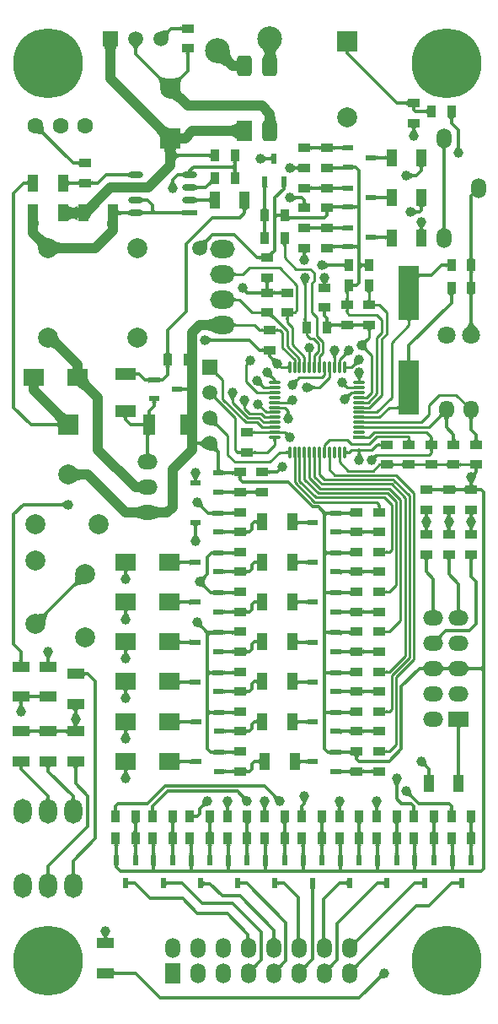
<source format=gtl>
G04 Layer_Physical_Order=1*
G04 Layer_Color=255*
%FSAX43Y43*%
%MOMM*%
G71*
G01*
G75*
%ADD10R,0.900X1.300*%
%ADD11R,1.300X0.900*%
%ADD12R,1.520X0.600*%
%ADD13O,1.520X0.600*%
%ADD14O,0.300X1.200*%
%ADD15O,1.200X0.300*%
%ADD16R,1.200X0.300*%
%ADD17R,1.100X1.700*%
%ADD18R,1.700X1.100*%
%ADD19R,2.000X1.680*%
%ADD20R,2.000X1.250*%
%ADD21R,1.250X2.000*%
%ADD22R,1.100X0.600*%
%ADD23R,0.600X1.100*%
%ADD24R,1.550X2.100*%
G04:AMPARAMS|DCode=25|XSize=2.1mm|YSize=1.55mm|CornerRadius=0.388mm|HoleSize=0mm|Usage=FLASHONLY|Rotation=90.000|XOffset=0mm|YOffset=0mm|HoleType=Round|Shape=RoundedRectangle|*
%AMROUNDEDRECTD25*
21,1,2.100,0.775,0,0,90.0*
21,1,1.325,1.550,0,0,90.0*
1,1,0.775,0.388,0.662*
1,1,0.775,0.388,-0.662*
1,1,0.775,-0.388,-0.662*
1,1,0.775,-0.388,0.662*
%
%ADD25ROUNDEDRECTD25*%
%ADD26R,2.000X5.500*%
%ADD27C,0.300*%
%ADD28C,1.000*%
%ADD29C,0.250*%
%ADD30C,7.000*%
%ADD31R,2.000X2.000*%
%ADD32C,2.000*%
%ADD33O,2.000X1.500*%
%ADD34O,1.800X2.500*%
%ADD35O,2.500X1.800*%
%ADD36R,1.500X1.500*%
%ADD37C,1.500*%
%ADD38O,2.000X1.500*%
%ADD39R,2.000X1.500*%
%ADD40O,1.500X2.000*%
%ADD41R,1.500X2.000*%
%ADD42C,1.600*%
%ADD43R,1.500X1.500*%
%ADD44C,2.500*%
%ADD45O,1.500X1.800*%
%ADD46C,1.800*%
%ADD47C,1.000*%
G36*
X0022650Y0032269D02*
X0022659Y0032244D01*
X0022674Y0032222D01*
X0022695Y0032203D01*
X0022722Y0032187D01*
X0022755Y0032173D01*
X0022794Y0032163D01*
X0022839Y0032156D01*
X0022890Y0032151D01*
X0022947Y0032150D01*
Y0031850D01*
X0022890Y0031849D01*
X0022839Y0031844D01*
X0022794Y0031837D01*
X0022755Y0031827D01*
X0022722Y0031813D01*
X0022695Y0031797D01*
X0022674Y0031778D01*
X0022659Y0031756D01*
X0022650Y0031731D01*
X0022647Y0031703D01*
Y0032297D01*
X0022650Y0032269D01*
D02*
G37*
G36*
X0034400D02*
X0034409Y0032244D01*
X0034424Y0032222D01*
X0034445Y0032203D01*
X0034472Y0032187D01*
X0034505Y0032173D01*
X0034544Y0032163D01*
X0034589Y0032156D01*
X0034640Y0032151D01*
X0034697Y0032150D01*
Y0031850D01*
X0034640Y0031849D01*
X0034589Y0031844D01*
X0034544Y0031837D01*
X0034505Y0031827D01*
X0034472Y0031813D01*
X0034445Y0031797D01*
X0034424Y0031778D01*
X0034409Y0031756D01*
X0034400Y0031731D01*
X0034397Y0031703D01*
Y0032297D01*
X0034400Y0032269D01*
D02*
G37*
G36*
X0036647Y0032271D02*
X0036656Y0032246D01*
X0036671Y0032223D01*
X0036692Y0032204D01*
X0036719Y0032188D01*
X0036753Y0032174D01*
X0036792Y0032164D01*
X0036838Y0032156D01*
X0036889Y0032152D01*
X0036947Y0032150D01*
Y0031850D01*
X0036889Y0031848D01*
X0036838Y0031844D01*
X0036792Y0031837D01*
X0036753Y0031826D01*
X0036719Y0031812D01*
X0036692Y0031796D01*
X0036671Y0031777D01*
X0036656Y0031754D01*
X0036647Y0031729D01*
X0036644Y0031700D01*
Y0032300D01*
X0036647Y0032271D01*
D02*
G37*
G36*
X0037606Y0031700D02*
X0037603Y0031729D01*
X0037594Y0031754D01*
X0037579Y0031777D01*
X0037558Y0031796D01*
X0037531Y0031812D01*
X0037497Y0031826D01*
X0037458Y0031837D01*
X0037412Y0031844D01*
X0037361Y0031848D01*
X0037303Y0031850D01*
Y0032150D01*
X0037361Y0032152D01*
X0037412Y0032156D01*
X0037458Y0032164D01*
X0037497Y0032174D01*
X0037531Y0032188D01*
X0037558Y0032204D01*
X0037579Y0032223D01*
X0037594Y0032246D01*
X0037603Y0032271D01*
X0037606Y0032300D01*
Y0031700D01*
D02*
G37*
G36*
X0019253Y0032653D02*
X0019250Y0032681D01*
X0019241Y0032706D01*
X0019226Y0032728D01*
X0019205Y0032747D01*
X0019178Y0032763D01*
X0019145Y0032777D01*
X0019106Y0032787D01*
X0019061Y0032794D01*
X0019010Y0032799D01*
X0018953Y0032800D01*
Y0033100D01*
X0019010Y0033101D01*
X0019061Y0033106D01*
X0019106Y0033113D01*
X0019145Y0033123D01*
X0019178Y0033137D01*
X0019205Y0033153D01*
X0019226Y0033172D01*
X0019241Y0033194D01*
X0019250Y0033219D01*
X0019253Y0033247D01*
Y0032653D01*
D02*
G37*
G36*
X0031003D02*
X0031000Y0032681D01*
X0030991Y0032706D01*
X0030976Y0032728D01*
X0030955Y0032747D01*
X0030928Y0032763D01*
X0030895Y0032777D01*
X0030856Y0032787D01*
X0030811Y0032794D01*
X0030760Y0032799D01*
X0030703Y0032800D01*
Y0033100D01*
X0030760Y0033101D01*
X0030811Y0033106D01*
X0030856Y0033113D01*
X0030895Y0033123D01*
X0030928Y0033137D01*
X0030955Y0033153D01*
X0030976Y0033172D01*
X0030991Y0033194D01*
X0031000Y0033219D01*
X0031003Y0033247D01*
Y0032653D01*
D02*
G37*
G36*
X0018197Y0033222D02*
X0018206Y0033196D01*
X0018221Y0033174D01*
X0018242Y0033154D01*
X0018269Y0033138D01*
X0018303Y0033124D01*
X0018342Y0033113D01*
X0018388Y0033106D01*
X0018439Y0033102D01*
X0018497Y0033100D01*
Y0032800D01*
X0018439Y0032799D01*
X0018388Y0032794D01*
X0018342Y0032786D01*
X0018303Y0032776D01*
X0018269Y0032763D01*
X0018242Y0032746D01*
X0018221Y0032727D01*
X0018206Y0032704D01*
X0018197Y0032679D01*
X0018194Y0032650D01*
Y0033250D01*
X0018197Y0033222D01*
D02*
G37*
G36*
X0030047D02*
X0030056Y0033196D01*
X0030071Y0033174D01*
X0030092Y0033154D01*
X0030119Y0033138D01*
X0030153Y0033124D01*
X0030192Y0033113D01*
X0030238Y0033106D01*
X0030289Y0033102D01*
X0030347Y0033100D01*
Y0032800D01*
X0030289Y0032799D01*
X0030238Y0032794D01*
X0030192Y0032786D01*
X0030153Y0032776D01*
X0030119Y0032763D01*
X0030092Y0032746D01*
X0030071Y0032727D01*
X0030056Y0032704D01*
X0030047Y0032679D01*
X0030044Y0032650D01*
Y0033250D01*
X0030047Y0033222D01*
D02*
G37*
G36*
X0003097Y0031771D02*
X0003106Y0031746D01*
X0003121Y0031723D01*
X0003142Y0031704D01*
X0003169Y0031688D01*
X0003203Y0031674D01*
X0003242Y0031663D01*
X0003288Y0031656D01*
X0003339Y0031652D01*
X0003397Y0031650D01*
Y0031350D01*
X0003339Y0031348D01*
X0003288Y0031344D01*
X0003242Y0031337D01*
X0003203Y0031326D01*
X0003169Y0031312D01*
X0003142Y0031296D01*
X0003121Y0031277D01*
X0003106Y0031254D01*
X0003097Y0031229D01*
X0003094Y0031200D01*
Y0031800D01*
X0003097Y0031771D01*
D02*
G37*
G36*
X0004156Y0031200D02*
X0004153Y0031229D01*
X0004144Y0031254D01*
X0004129Y0031277D01*
X0004108Y0031296D01*
X0004081Y0031312D01*
X0004047Y0031326D01*
X0004008Y0031337D01*
X0003962Y0031344D01*
X0003911Y0031348D01*
X0003853Y0031350D01*
Y0031650D01*
X0003911Y0031652D01*
X0003962Y0031656D01*
X0004008Y0031663D01*
X0004047Y0031674D01*
X0004081Y0031688D01*
X0004108Y0031704D01*
X0004129Y0031723D01*
X0004144Y0031746D01*
X0004153Y0031771D01*
X0004156Y0031800D01*
Y0031200D01*
D02*
G37*
G36*
X0038896Y0030226D02*
X0038904Y0030205D01*
X0038916Y0030186D01*
X0038934Y0030170D01*
X0038957Y0030156D01*
X0038985Y0030145D01*
X0039018Y0030136D01*
X0039056Y0030130D01*
X0039099Y0030126D01*
X0039147Y0030125D01*
Y0029875D01*
X0039099Y0029874D01*
X0039056Y0029870D01*
X0039018Y0029864D01*
X0038985Y0029855D01*
X0038957Y0029844D01*
X0038934Y0029830D01*
X0038916Y0029814D01*
X0038904Y0029795D01*
X0038896Y0029774D01*
X0038894Y0029750D01*
Y0030250D01*
X0038896Y0030226D01*
D02*
G37*
G36*
X0002522Y0030950D02*
X0002496Y0030941D01*
X0002474Y0030926D01*
X0002454Y0030905D01*
X0002438Y0030878D01*
X0002424Y0030845D01*
X0002414Y0030806D01*
X0002406Y0030761D01*
X0002403Y0030726D01*
X0002408Y0030689D01*
X0002418Y0030645D01*
X0002432Y0030602D01*
X0002450Y0030560D01*
X0002472Y0030518D01*
X0002498Y0030477D01*
X0002528Y0030437D01*
X0002562Y0030397D01*
X0002600Y0030357D01*
X0001900D01*
X0001938Y0030397D01*
X0001972Y0030437D01*
X0002002Y0030477D01*
X0002028Y0030518D01*
X0002050Y0030560D01*
X0002068Y0030602D01*
X0002082Y0030645D01*
X0002092Y0030689D01*
X0002097Y0030726D01*
X0002094Y0030761D01*
X0002086Y0030806D01*
X0002076Y0030845D01*
X0002062Y0030878D01*
X0002046Y0030905D01*
X0002026Y0030926D01*
X0002004Y0030941D01*
X0001979Y0030950D01*
X0001950Y0030953D01*
X0002550D01*
X0002522Y0030950D01*
D02*
G37*
G36*
X0024897Y0032271D02*
X0024906Y0032246D01*
X0024921Y0032223D01*
X0024942Y0032204D01*
X0024969Y0032188D01*
X0025003Y0032174D01*
X0025042Y0032164D01*
X0025088Y0032156D01*
X0025139Y0032152D01*
X0025197Y0032150D01*
Y0031850D01*
X0025139Y0031848D01*
X0025088Y0031844D01*
X0025042Y0031837D01*
X0025003Y0031826D01*
X0024969Y0031812D01*
X0024942Y0031796D01*
X0024921Y0031777D01*
X0024906Y0031754D01*
X0024897Y0031729D01*
X0024894Y0031700D01*
Y0032300D01*
X0024897Y0032271D01*
D02*
G37*
G36*
X0035356Y0031700D02*
X0035353Y0031729D01*
X0035344Y0031754D01*
X0035329Y0031777D01*
X0035308Y0031796D01*
X0035281Y0031812D01*
X0035247Y0031826D01*
X0035208Y0031837D01*
X0035162Y0031844D01*
X0035111Y0031848D01*
X0035053Y0031850D01*
Y0032150D01*
X0035111Y0032152D01*
X0035162Y0032156D01*
X0035208Y0032164D01*
X0035247Y0032174D01*
X0035281Y0032188D01*
X0035308Y0032204D01*
X0035329Y0032223D01*
X0035344Y0032246D01*
X0035353Y0032271D01*
X0035356Y0032300D01*
Y0031700D01*
D02*
G37*
G36*
X0013071Y0032160D02*
X0013046Y0032151D01*
X0013024Y0032136D01*
X0013004Y0032115D01*
X0012988Y0032088D01*
X0012974Y0032055D01*
X0012964Y0032016D01*
X0012959Y0031986D01*
X0012968Y0031945D01*
X0012982Y0031902D01*
X0013000Y0031860D01*
X0013022Y0031818D01*
X0013048Y0031777D01*
X0013078Y0031737D01*
X0013112Y0031697D01*
X0013150Y0031657D01*
X0012450D01*
X0012488Y0031697D01*
X0012522Y0031737D01*
X0012552Y0031777D01*
X0012578Y0031818D01*
X0012600Y0031860D01*
X0012618Y0031902D01*
X0012632Y0031945D01*
X0012641Y0031986D01*
X0012637Y0032016D01*
X0012626Y0032055D01*
X0012613Y0032088D01*
X0012596Y0032115D01*
X0012576Y0032136D01*
X0012554Y0032151D01*
X0012528Y0032160D01*
X0012500Y0032163D01*
X0013100D01*
X0013071Y0032160D01*
D02*
G37*
G36*
X0023606Y0031700D02*
X0023603Y0031729D01*
X0023594Y0031754D01*
X0023579Y0031777D01*
X0023558Y0031796D01*
X0023531Y0031812D01*
X0023497Y0031826D01*
X0023458Y0031837D01*
X0023412Y0031844D01*
X0023361Y0031848D01*
X0023303Y0031850D01*
Y0032150D01*
X0023361Y0032152D01*
X0023412Y0032156D01*
X0023458Y0032164D01*
X0023497Y0032174D01*
X0023531Y0032188D01*
X0023558Y0032204D01*
X0023579Y0032223D01*
X0023594Y0032246D01*
X0023603Y0032271D01*
X0023606Y0032300D01*
Y0031700D01*
D02*
G37*
G36*
X0025956Y0032797D02*
X0025954Y0032807D01*
X0025948Y0032816D01*
X0025938Y0032824D01*
X0025923Y0032831D01*
X0025905Y0032837D01*
X0025882Y0032841D01*
X0025855Y0032845D01*
X0025789Y0032849D01*
X0025750Y0032850D01*
Y0033150D01*
X0025789Y0033151D01*
X0025882Y0033159D01*
X0025905Y0033163D01*
X0025923Y0033169D01*
X0025938Y0033176D01*
X0025948Y0033184D01*
X0025954Y0033193D01*
X0025956Y0033203D01*
Y0032797D01*
D02*
G37*
G36*
X0047187Y0034600D02*
X0047198Y0034575D01*
X0047216Y0034553D01*
X0047240Y0034533D01*
X0047272Y0034517D01*
X0047310Y0034504D01*
X0047356Y0034493D01*
X0047409Y0034486D01*
X0047468Y0034481D01*
X0047535Y0034480D01*
Y0034180D01*
X0047468Y0034179D01*
X0047356Y0034167D01*
X0047310Y0034156D01*
X0047272Y0034143D01*
X0047240Y0034127D01*
X0047216Y0034107D01*
X0047198Y0034085D01*
X0047187Y0034060D01*
X0047184Y0034031D01*
Y0034629D01*
X0047187Y0034600D01*
D02*
G37*
G36*
X0045316Y0034031D02*
X0045313Y0034060D01*
X0045302Y0034085D01*
X0045284Y0034107D01*
X0045260Y0034127D01*
X0045228Y0034143D01*
X0045190Y0034156D01*
X0045144Y0034167D01*
X0045091Y0034174D01*
X0045032Y0034179D01*
X0044980Y0034180D01*
X0044928Y0034179D01*
X0044816Y0034167D01*
X0044770Y0034156D01*
X0044732Y0034143D01*
X0044700Y0034127D01*
X0044676Y0034107D01*
X0044658Y0034085D01*
X0044647Y0034060D01*
X0044644Y0034031D01*
Y0034629D01*
X0044647Y0034600D01*
X0044658Y0034575D01*
X0044676Y0034553D01*
X0044700Y0034533D01*
X0044732Y0034517D01*
X0044770Y0034504D01*
X0044816Y0034493D01*
X0044869Y0034486D01*
X0044928Y0034481D01*
X0044980Y0034480D01*
X0045032Y0034481D01*
X0045144Y0034493D01*
X0045190Y0034504D01*
X0045228Y0034517D01*
X0045260Y0034533D01*
X0045284Y0034553D01*
X0045302Y0034575D01*
X0045313Y0034600D01*
X0045316Y0034629D01*
Y0034031D01*
D02*
G37*
G36*
X0048900Y0034330D02*
X0048600Y0033880D01*
X0048597Y0033937D01*
X0048588Y0033988D01*
X0048573Y0034033D01*
X0048552Y0034072D01*
X0048525Y0034105D01*
X0048492Y0034132D01*
X0048453Y0034153D01*
X0048408Y0034168D01*
X0048357Y0034177D01*
X0048300Y0034180D01*
Y0034480D01*
X0048357Y0034483D01*
X0048408Y0034492D01*
X0048453Y0034507D01*
X0048492Y0034528D01*
X0048525Y0034555D01*
X0048552Y0034588D01*
X0048573Y0034627D01*
X0048588Y0034672D01*
X0048597Y0034723D01*
X0048600Y0034780D01*
X0048900Y0034330D01*
D02*
G37*
G36*
X0042776Y0034031D02*
X0042773Y0034060D01*
X0042762Y0034085D01*
X0042744Y0034107D01*
X0042720Y0034127D01*
X0042688Y0034143D01*
X0042650Y0034156D01*
X0042604Y0034167D01*
X0042551Y0034174D01*
X0042492Y0034179D01*
X0042425Y0034180D01*
Y0034480D01*
X0042492Y0034481D01*
X0042604Y0034493D01*
X0042650Y0034504D01*
X0042688Y0034517D01*
X0042720Y0034533D01*
X0042744Y0034553D01*
X0042762Y0034575D01*
X0042773Y0034600D01*
X0042776Y0034629D01*
Y0034031D01*
D02*
G37*
G36*
X0013071Y0036160D02*
X0013046Y0036151D01*
X0013024Y0036136D01*
X0013004Y0036115D01*
X0012988Y0036088D01*
X0012974Y0036055D01*
X0012964Y0036016D01*
X0012959Y0035986D01*
X0012968Y0035945D01*
X0012982Y0035902D01*
X0013000Y0035860D01*
X0013022Y0035818D01*
X0013048Y0035777D01*
X0013078Y0035737D01*
X0013112Y0035697D01*
X0013150Y0035657D01*
X0012450D01*
X0012488Y0035697D01*
X0012522Y0035737D01*
X0012552Y0035777D01*
X0012578Y0035818D01*
X0012600Y0035860D01*
X0012618Y0035902D01*
X0012632Y0035945D01*
X0012641Y0035986D01*
X0012637Y0036016D01*
X0012626Y0036055D01*
X0012613Y0036088D01*
X0012596Y0036115D01*
X0012576Y0036136D01*
X0012554Y0036151D01*
X0012528Y0036160D01*
X0012500Y0036163D01*
X0013100D01*
X0013071Y0036160D01*
D02*
G37*
G36*
X0023606Y0035700D02*
X0023603Y0035729D01*
X0023594Y0035754D01*
X0023579Y0035777D01*
X0023558Y0035796D01*
X0023531Y0035812D01*
X0023497Y0035826D01*
X0023458Y0035836D01*
X0023412Y0035844D01*
X0023361Y0035848D01*
X0023303Y0035850D01*
Y0036150D01*
X0023361Y0036152D01*
X0023412Y0036156D01*
X0023458Y0036164D01*
X0023497Y0036174D01*
X0023531Y0036188D01*
X0023558Y0036204D01*
X0023579Y0036223D01*
X0023594Y0036246D01*
X0023603Y0036271D01*
X0023606Y0036300D01*
Y0035700D01*
D02*
G37*
G36*
X0002401Y0035289D02*
X0002406Y0035238D01*
X0002414Y0035192D01*
X0002424Y0035153D01*
X0002438Y0035119D01*
X0002454Y0035092D01*
X0002474Y0035071D01*
X0002496Y0035056D01*
X0002522Y0035047D01*
X0002550Y0035044D01*
X0001950D01*
X0001979Y0035047D01*
X0002004Y0035056D01*
X0002026Y0035071D01*
X0002046Y0035092D01*
X0002062Y0035119D01*
X0002076Y0035153D01*
X0002086Y0035192D01*
X0002094Y0035238D01*
X0002099Y0035289D01*
X0002100Y0035347D01*
X0002400D01*
X0002401Y0035289D01*
D02*
G37*
G36*
X0005312Y0035603D02*
X0005278Y0035563D01*
X0005248Y0035523D01*
X0005222Y0035482D01*
X0005200Y0035440D01*
X0005182Y0035398D01*
X0005168Y0035355D01*
X0005158Y0035311D01*
X0005153Y0035274D01*
X0005156Y0035238D01*
X0005163Y0035192D01*
X0005174Y0035153D01*
X0005188Y0035119D01*
X0005204Y0035092D01*
X0005223Y0035071D01*
X0005246Y0035056D01*
X0005272Y0035047D01*
X0005300Y0035044D01*
X0004700D01*
X0004728Y0035047D01*
X0004754Y0035056D01*
X0004777Y0035071D01*
X0004796Y0035092D01*
X0004812Y0035119D01*
X0004826Y0035153D01*
X0004837Y0035192D01*
X0004844Y0035238D01*
X0004847Y0035274D01*
X0004842Y0035311D01*
X0004832Y0035355D01*
X0004818Y0035398D01*
X0004800Y0035440D01*
X0004778Y0035482D01*
X0004752Y0035523D01*
X0004722Y0035563D01*
X0004688Y0035603D01*
X0004650Y0035643D01*
X0005350D01*
X0005312Y0035603D01*
D02*
G37*
G36*
X0035356Y0033600D02*
X0035353Y0033629D01*
X0035344Y0033654D01*
X0035329Y0033676D01*
X0035308Y0033696D01*
X0035281Y0033713D01*
X0035247Y0033726D01*
X0035208Y0033736D01*
X0035162Y0033744D01*
X0035111Y0033749D01*
X0035053Y0033750D01*
Y0034050D01*
X0035111Y0034051D01*
X0035162Y0034056D01*
X0035208Y0034063D01*
X0035247Y0034074D01*
X0035281Y0034088D01*
X0035308Y0034104D01*
X0035329Y0034124D01*
X0035344Y0034146D01*
X0035353Y0034172D01*
X0035356Y0034200D01*
Y0033600D01*
D02*
G37*
G36*
X0021153Y0034293D02*
X0021162Y0034242D01*
X0021177Y0034197D01*
X0021198Y0034158D01*
X0021225Y0034125D01*
X0021258Y0034098D01*
X0021297Y0034077D01*
X0021342Y0034062D01*
X0021369Y0034057D01*
X0021406Y0034063D01*
X0021445Y0034073D01*
X0021478Y0034087D01*
X0021505Y0034103D01*
X0021526Y0034122D01*
X0021541Y0034144D01*
X0021550Y0034169D01*
X0021553Y0034197D01*
Y0033603D01*
X0021550Y0033631D01*
X0021541Y0033656D01*
X0021526Y0033678D01*
X0021505Y0033697D01*
X0021478Y0033713D01*
X0021445Y0033727D01*
X0021406Y0033737D01*
X0021369Y0033743D01*
X0021342Y0033738D01*
X0021297Y0033723D01*
X0021258Y0033702D01*
X0021225Y0033675D01*
X0021198Y0033642D01*
X0021177Y0033603D01*
X0021162Y0033558D01*
X0021153Y0033507D01*
X0021150Y0033450D01*
X0020850Y0033900D01*
X0021150Y0034350D01*
X0021153Y0034293D01*
D02*
G37*
G36*
X0008597Y0034021D02*
X0008606Y0033996D01*
X0008621Y0033973D01*
X0008642Y0033954D01*
X0008669Y0033938D01*
X0008703Y0033924D01*
X0008742Y0033914D01*
X0008788Y0033906D01*
X0008839Y0033902D01*
X0008897Y0033900D01*
Y0033600D01*
X0008839Y0033598D01*
X0008788Y0033594D01*
X0008742Y0033586D01*
X0008703Y0033576D01*
X0008669Y0033562D01*
X0008642Y0033546D01*
X0008621Y0033527D01*
X0008606Y0033504D01*
X0008597Y0033479D01*
X0008594Y0033450D01*
Y0034050D01*
X0008597Y0034021D01*
D02*
G37*
G36*
X0023606Y0033600D02*
X0023603Y0033629D01*
X0023594Y0033654D01*
X0023579Y0033676D01*
X0023558Y0033696D01*
X0023531Y0033713D01*
X0023497Y0033726D01*
X0023458Y0033736D01*
X0023412Y0033744D01*
X0023361Y0033749D01*
X0023303Y0033750D01*
Y0034050D01*
X0023361Y0034051D01*
X0023412Y0034056D01*
X0023458Y0034063D01*
X0023497Y0034074D01*
X0023531Y0034088D01*
X0023558Y0034104D01*
X0023579Y0034124D01*
X0023594Y0034146D01*
X0023603Y0034172D01*
X0023606Y0034200D01*
Y0033600D01*
D02*
G37*
G36*
X0034400Y0034169D02*
X0034409Y0034144D01*
X0034424Y0034122D01*
X0034445Y0034103D01*
X0034472Y0034087D01*
X0034505Y0034073D01*
X0034544Y0034063D01*
X0034589Y0034056D01*
X0034640Y0034051D01*
X0034697Y0034050D01*
Y0033750D01*
X0034640Y0033749D01*
X0034589Y0033744D01*
X0034544Y0033737D01*
X0034505Y0033727D01*
X0034472Y0033713D01*
X0034445Y0033697D01*
X0034424Y0033678D01*
X0034409Y0033656D01*
X0034400Y0033631D01*
X0034397Y0033603D01*
Y0034197D01*
X0034400Y0034169D01*
D02*
G37*
G36*
X0038896Y0034226D02*
X0038904Y0034205D01*
X0038916Y0034186D01*
X0038934Y0034170D01*
X0038957Y0034156D01*
X0038985Y0034145D01*
X0039018Y0034136D01*
X0039056Y0034130D01*
X0039099Y0034126D01*
X0039147Y0034125D01*
Y0033875D01*
X0039099Y0033874D01*
X0039056Y0033870D01*
X0039018Y0033864D01*
X0038985Y0033855D01*
X0038957Y0033844D01*
X0038934Y0033830D01*
X0038916Y0033814D01*
X0038904Y0033795D01*
X0038896Y0033774D01*
X0038894Y0033750D01*
Y0034250D01*
X0038896Y0034226D01*
D02*
G37*
G36*
X0022650Y0034169D02*
X0022659Y0034144D01*
X0022674Y0034122D01*
X0022695Y0034103D01*
X0022722Y0034087D01*
X0022755Y0034073D01*
X0022794Y0034063D01*
X0022839Y0034056D01*
X0022890Y0034051D01*
X0022947Y0034050D01*
Y0033750D01*
X0022890Y0033749D01*
X0022839Y0033744D01*
X0022794Y0033737D01*
X0022755Y0033727D01*
X0022722Y0033713D01*
X0022695Y0033697D01*
X0022674Y0033678D01*
X0022659Y0033656D01*
X0022650Y0033631D01*
X0022647Y0033603D01*
Y0034197D01*
X0022650Y0034169D01*
D02*
G37*
G36*
X0033303Y0033603D02*
X0033300Y0033631D01*
X0033291Y0033656D01*
X0033276Y0033678D01*
X0033255Y0033697D01*
X0033228Y0033713D01*
X0033195Y0033727D01*
X0033156Y0033737D01*
X0033111Y0033744D01*
X0033060Y0033749D01*
X0033003Y0033750D01*
Y0034050D01*
X0033060Y0034051D01*
X0033111Y0034056D01*
X0033156Y0034063D01*
X0033195Y0034073D01*
X0033228Y0034087D01*
X0033255Y0034103D01*
X0033276Y0034122D01*
X0033291Y0034144D01*
X0033300Y0034169D01*
X0033303Y0034197D01*
Y0033603D01*
D02*
G37*
G36*
X0005847Y0028271D02*
X0005856Y0028246D01*
X0005871Y0028223D01*
X0005892Y0028204D01*
X0005919Y0028188D01*
X0005953Y0028174D01*
X0005992Y0028163D01*
X0006038Y0028156D01*
X0006089Y0028152D01*
X0006147Y0028150D01*
Y0027850D01*
X0006089Y0027848D01*
X0006038Y0027844D01*
X0005992Y0027837D01*
X0005953Y0027826D01*
X0005919Y0027812D01*
X0005892Y0027796D01*
X0005871Y0027777D01*
X0005856Y0027754D01*
X0005847Y0027729D01*
X0005844Y0027700D01*
Y0028300D01*
X0005847Y0028271D01*
D02*
G37*
G36*
X0006906Y0027700D02*
X0006903Y0027729D01*
X0006894Y0027754D01*
X0006879Y0027777D01*
X0006858Y0027796D01*
X0006831Y0027812D01*
X0006797Y0027826D01*
X0006758Y0027837D01*
X0006712Y0027844D01*
X0006661Y0027848D01*
X0006603Y0027850D01*
Y0028150D01*
X0006661Y0028152D01*
X0006712Y0028156D01*
X0006758Y0028163D01*
X0006797Y0028174D01*
X0006831Y0028188D01*
X0006858Y0028204D01*
X0006879Y0028223D01*
X0006894Y0028246D01*
X0006903Y0028271D01*
X0006906Y0028300D01*
Y0027700D01*
D02*
G37*
G36*
X0003097Y0028271D02*
X0003106Y0028246D01*
X0003121Y0028223D01*
X0003142Y0028204D01*
X0003169Y0028188D01*
X0003203Y0028174D01*
X0003242Y0028163D01*
X0003288Y0028156D01*
X0003339Y0028152D01*
X0003397Y0028150D01*
Y0027850D01*
X0003339Y0027848D01*
X0003288Y0027844D01*
X0003242Y0027837D01*
X0003203Y0027826D01*
X0003169Y0027812D01*
X0003142Y0027796D01*
X0003121Y0027777D01*
X0003106Y0027754D01*
X0003097Y0027729D01*
X0003094Y0027700D01*
Y0028300D01*
X0003097Y0028271D01*
D02*
G37*
G36*
X0004156Y0027700D02*
X0004153Y0027729D01*
X0004144Y0027754D01*
X0004129Y0027777D01*
X0004108Y0027796D01*
X0004081Y0027812D01*
X0004047Y0027826D01*
X0004008Y0027837D01*
X0003962Y0027844D01*
X0003911Y0027848D01*
X0003853Y0027850D01*
Y0028150D01*
X0003911Y0028152D01*
X0003962Y0028156D01*
X0004008Y0028163D01*
X0004047Y0028174D01*
X0004081Y0028188D01*
X0004108Y0028204D01*
X0004129Y0028223D01*
X0004144Y0028246D01*
X0004153Y0028271D01*
X0004156Y0028300D01*
Y0027700D01*
D02*
G37*
G36*
X0035356D02*
X0035353Y0027729D01*
X0035344Y0027754D01*
X0035329Y0027777D01*
X0035308Y0027796D01*
X0035281Y0027812D01*
X0035247Y0027826D01*
X0035208Y0027837D01*
X0035162Y0027844D01*
X0035111Y0027848D01*
X0035053Y0027850D01*
Y0028150D01*
X0035111Y0028152D01*
X0035162Y0028156D01*
X0035208Y0028163D01*
X0035247Y0028174D01*
X0035281Y0028188D01*
X0035308Y0028204D01*
X0035329Y0028223D01*
X0035344Y0028246D01*
X0035353Y0028271D01*
X0035356Y0028300D01*
Y0027700D01*
D02*
G37*
G36*
X0036647Y0028271D02*
X0036656Y0028246D01*
X0036671Y0028223D01*
X0036692Y0028204D01*
X0036719Y0028188D01*
X0036753Y0028174D01*
X0036792Y0028163D01*
X0036838Y0028156D01*
X0036889Y0028152D01*
X0036947Y0028150D01*
Y0027850D01*
X0036889Y0027848D01*
X0036838Y0027844D01*
X0036792Y0027837D01*
X0036753Y0027826D01*
X0036719Y0027812D01*
X0036692Y0027796D01*
X0036671Y0027777D01*
X0036656Y0027754D01*
X0036647Y0027729D01*
X0036644Y0027700D01*
Y0028300D01*
X0036647Y0028271D01*
D02*
G37*
G36*
X0023606Y0027700D02*
X0023603Y0027729D01*
X0023594Y0027754D01*
X0023579Y0027777D01*
X0023558Y0027796D01*
X0023531Y0027812D01*
X0023497Y0027826D01*
X0023458Y0027837D01*
X0023412Y0027844D01*
X0023361Y0027848D01*
X0023303Y0027850D01*
Y0028150D01*
X0023361Y0028152D01*
X0023412Y0028156D01*
X0023458Y0028163D01*
X0023497Y0028174D01*
X0023531Y0028188D01*
X0023558Y0028204D01*
X0023579Y0028223D01*
X0023594Y0028246D01*
X0023603Y0028271D01*
X0023606Y0028300D01*
Y0027700D01*
D02*
G37*
G36*
X0024897Y0028271D02*
X0024906Y0028246D01*
X0024921Y0028223D01*
X0024942Y0028204D01*
X0024969Y0028188D01*
X0025003Y0028174D01*
X0025042Y0028163D01*
X0025088Y0028156D01*
X0025139Y0028152D01*
X0025197Y0028150D01*
Y0027850D01*
X0025139Y0027848D01*
X0025088Y0027844D01*
X0025042Y0027837D01*
X0025003Y0027826D01*
X0024969Y0027812D01*
X0024942Y0027796D01*
X0024921Y0027777D01*
X0024906Y0027754D01*
X0024897Y0027729D01*
X0024894Y0027700D01*
Y0028300D01*
X0024897Y0028271D01*
D02*
G37*
G36*
X0021653Y0025603D02*
X0021650Y0025631D01*
X0021641Y0025656D01*
X0021626Y0025678D01*
X0021605Y0025697D01*
X0021578Y0025713D01*
X0021545Y0025727D01*
X0021506Y0025737D01*
X0021461Y0025744D01*
X0021410Y0025749D01*
X0021353Y0025750D01*
Y0026050D01*
X0021410Y0026051D01*
X0021461Y0026056D01*
X0021506Y0026063D01*
X0021545Y0026073D01*
X0021578Y0026087D01*
X0021605Y0026103D01*
X0021626Y0026122D01*
X0021641Y0026144D01*
X0021650Y0026169D01*
X0021653Y0026197D01*
Y0025603D01*
D02*
G37*
G36*
X0022750Y0026169D02*
X0022759Y0026144D01*
X0022774Y0026122D01*
X0022795Y0026103D01*
X0022822Y0026087D01*
X0022855Y0026073D01*
X0022894Y0026063D01*
X0022939Y0026056D01*
X0022990Y0026051D01*
X0023047Y0026050D01*
Y0025750D01*
X0022990Y0025749D01*
X0022939Y0025744D01*
X0022894Y0025737D01*
X0022855Y0025727D01*
X0022822Y0025713D01*
X0022795Y0025697D01*
X0022774Y0025678D01*
X0022759Y0025656D01*
X0022750Y0025631D01*
X0022747Y0025603D01*
Y0026197D01*
X0022750Y0026169D01*
D02*
G37*
G36*
X0023606Y0025600D02*
X0023603Y0025628D01*
X0023594Y0025654D01*
X0023579Y0025677D01*
X0023558Y0025696D01*
X0023531Y0025712D01*
X0023497Y0025726D01*
X0023458Y0025736D01*
X0023412Y0025744D01*
X0023361Y0025749D01*
X0023303Y0025750D01*
Y0026050D01*
X0023361Y0026052D01*
X0023412Y0026056D01*
X0023458Y0026063D01*
X0023497Y0026074D01*
X0023531Y0026087D01*
X0023558Y0026104D01*
X0023579Y0026124D01*
X0023594Y0026146D01*
X0023603Y0026171D01*
X0023606Y0026200D01*
Y0025600D01*
D02*
G37*
G36*
X0035356D02*
X0035353Y0025628D01*
X0035344Y0025654D01*
X0035329Y0025677D01*
X0035308Y0025696D01*
X0035281Y0025712D01*
X0035247Y0025726D01*
X0035208Y0025736D01*
X0035162Y0025744D01*
X0035111Y0025749D01*
X0035053Y0025750D01*
Y0026050D01*
X0035111Y0026052D01*
X0035162Y0026056D01*
X0035208Y0026063D01*
X0035247Y0026074D01*
X0035281Y0026087D01*
X0035308Y0026104D01*
X0035329Y0026124D01*
X0035344Y0026146D01*
X0035353Y0026171D01*
X0035356Y0026200D01*
Y0025600D01*
D02*
G37*
G36*
X0038896Y0026226D02*
X0038904Y0026205D01*
X0038916Y0026186D01*
X0038934Y0026170D01*
X0038957Y0026156D01*
X0038985Y0026145D01*
X0039018Y0026136D01*
X0039056Y0026130D01*
X0039099Y0026126D01*
X0039147Y0026125D01*
Y0025875D01*
X0039099Y0025874D01*
X0039056Y0025870D01*
X0039018Y0025864D01*
X0038985Y0025855D01*
X0038957Y0025844D01*
X0038934Y0025830D01*
X0038916Y0025814D01*
X0038904Y0025795D01*
X0038896Y0025774D01*
X0038894Y0025750D01*
Y0026250D01*
X0038896Y0026226D01*
D02*
G37*
G36*
X0013071Y0028160D02*
X0013046Y0028151D01*
X0013024Y0028136D01*
X0013004Y0028115D01*
X0012988Y0028088D01*
X0012974Y0028055D01*
X0012964Y0028016D01*
X0012959Y0027986D01*
X0012968Y0027945D01*
X0012982Y0027902D01*
X0013000Y0027860D01*
X0013022Y0027818D01*
X0013048Y0027777D01*
X0013078Y0027737D01*
X0013112Y0027697D01*
X0013150Y0027657D01*
X0012450D01*
X0012488Y0027697D01*
X0012522Y0027737D01*
X0012552Y0027777D01*
X0012578Y0027818D01*
X0012600Y0027860D01*
X0012618Y0027902D01*
X0012632Y0027945D01*
X0012641Y0027986D01*
X0012637Y0028016D01*
X0012626Y0028055D01*
X0012613Y0028088D01*
X0012596Y0028115D01*
X0012576Y0028136D01*
X0012554Y0028151D01*
X0012528Y0028160D01*
X0012500Y0028163D01*
X0013100D01*
X0013071Y0028160D01*
D02*
G37*
G36*
X0034400Y0026169D02*
X0034409Y0026144D01*
X0034424Y0026122D01*
X0034445Y0026103D01*
X0034472Y0026087D01*
X0034505Y0026073D01*
X0034544Y0026063D01*
X0034589Y0026056D01*
X0034640Y0026051D01*
X0034697Y0026050D01*
Y0025750D01*
X0034640Y0025749D01*
X0034589Y0025744D01*
X0034544Y0025737D01*
X0034505Y0025727D01*
X0034472Y0025713D01*
X0034445Y0025697D01*
X0034424Y0025678D01*
X0034409Y0025656D01*
X0034400Y0025631D01*
X0034397Y0025603D01*
Y0026197D01*
X0034400Y0026169D01*
D02*
G37*
G36*
X0033306Y0025697D02*
X0033304Y0025707D01*
X0033298Y0025716D01*
X0033288Y0025724D01*
X0033273Y0025731D01*
X0033255Y0025737D01*
X0033232Y0025741D01*
X0033205Y0025745D01*
X0033139Y0025749D01*
X0033100Y0025750D01*
Y0026050D01*
X0033139Y0026051D01*
X0033232Y0026059D01*
X0033255Y0026063D01*
X0033273Y0026069D01*
X0033288Y0026076D01*
X0033298Y0026084D01*
X0033304Y0026093D01*
X0033306Y0026103D01*
Y0025697D01*
D02*
G37*
G36*
X0037606Y0027700D02*
X0037603Y0027729D01*
X0037594Y0027754D01*
X0037579Y0027777D01*
X0037558Y0027796D01*
X0037531Y0027812D01*
X0037497Y0027826D01*
X0037458Y0027837D01*
X0037412Y0027844D01*
X0037361Y0027848D01*
X0037303Y0027850D01*
Y0028150D01*
X0037361Y0028152D01*
X0037412Y0028156D01*
X0037458Y0028163D01*
X0037497Y0028174D01*
X0037531Y0028188D01*
X0037558Y0028204D01*
X0037579Y0028223D01*
X0037594Y0028246D01*
X0037603Y0028271D01*
X0037606Y0028300D01*
Y0027700D01*
D02*
G37*
G36*
X0035356Y0029600D02*
X0035353Y0029628D01*
X0035344Y0029654D01*
X0035329Y0029677D01*
X0035308Y0029696D01*
X0035281Y0029712D01*
X0035247Y0029726D01*
X0035208Y0029736D01*
X0035162Y0029744D01*
X0035111Y0029749D01*
X0035053Y0029750D01*
Y0030050D01*
X0035111Y0030052D01*
X0035162Y0030056D01*
X0035208Y0030063D01*
X0035247Y0030074D01*
X0035281Y0030087D01*
X0035308Y0030104D01*
X0035329Y0030124D01*
X0035344Y0030146D01*
X0035353Y0030171D01*
X0035356Y0030200D01*
Y0029600D01*
D02*
G37*
G36*
X0021153Y0030293D02*
X0021162Y0030242D01*
X0021177Y0030197D01*
X0021198Y0030158D01*
X0021225Y0030125D01*
X0021258Y0030098D01*
X0021297Y0030077D01*
X0021342Y0030062D01*
X0021393Y0030053D01*
X0021415Y0030052D01*
X0021461Y0030056D01*
X0021506Y0030063D01*
X0021545Y0030073D01*
X0021578Y0030087D01*
X0021605Y0030103D01*
X0021626Y0030122D01*
X0021641Y0030144D01*
X0021650Y0030169D01*
X0021653Y0030197D01*
Y0029603D01*
X0021650Y0029631D01*
X0021641Y0029656D01*
X0021626Y0029678D01*
X0021605Y0029697D01*
X0021578Y0029713D01*
X0021545Y0029727D01*
X0021506Y0029737D01*
X0021461Y0029744D01*
X0021415Y0029748D01*
X0021393Y0029747D01*
X0021342Y0029738D01*
X0021297Y0029723D01*
X0021258Y0029702D01*
X0021225Y0029675D01*
X0021198Y0029642D01*
X0021177Y0029603D01*
X0021162Y0029558D01*
X0021153Y0029507D01*
X0021150Y0029450D01*
X0020850Y0029900D01*
X0021150Y0030350D01*
X0021153Y0030293D01*
D02*
G37*
G36*
X0025956Y0028797D02*
X0025954Y0028807D01*
X0025948Y0028816D01*
X0025938Y0028824D01*
X0025923Y0028831D01*
X0025905Y0028837D01*
X0025882Y0028841D01*
X0025855Y0028845D01*
X0025789Y0028849D01*
X0025750Y0028850D01*
Y0029150D01*
X0025789Y0029151D01*
X0025882Y0029159D01*
X0025905Y0029163D01*
X0025923Y0029169D01*
X0025938Y0029176D01*
X0025948Y0029184D01*
X0025954Y0029193D01*
X0025956Y0029203D01*
Y0028797D01*
D02*
G37*
G36*
X0023606Y0029600D02*
X0023603Y0029628D01*
X0023594Y0029654D01*
X0023579Y0029677D01*
X0023558Y0029696D01*
X0023531Y0029712D01*
X0023497Y0029726D01*
X0023458Y0029736D01*
X0023412Y0029744D01*
X0023361Y0029749D01*
X0023303Y0029750D01*
Y0030050D01*
X0023361Y0030052D01*
X0023412Y0030056D01*
X0023458Y0030063D01*
X0023497Y0030074D01*
X0023531Y0030087D01*
X0023558Y0030104D01*
X0023579Y0030124D01*
X0023594Y0030146D01*
X0023603Y0030171D01*
X0023606Y0030200D01*
Y0029600D01*
D02*
G37*
G36*
X0034400Y0030169D02*
X0034409Y0030144D01*
X0034424Y0030122D01*
X0034445Y0030103D01*
X0034472Y0030087D01*
X0034505Y0030073D01*
X0034544Y0030063D01*
X0034589Y0030056D01*
X0034640Y0030051D01*
X0034697Y0030050D01*
Y0029750D01*
X0034640Y0029749D01*
X0034589Y0029744D01*
X0034544Y0029737D01*
X0034505Y0029727D01*
X0034472Y0029713D01*
X0034445Y0029697D01*
X0034424Y0029678D01*
X0034409Y0029656D01*
X0034400Y0029631D01*
X0034397Y0029603D01*
Y0030197D01*
X0034400Y0030169D01*
D02*
G37*
G36*
X0008021Y0030200D02*
X0007996Y0030191D01*
X0007973Y0030176D01*
X0007954Y0030155D01*
X0007938Y0030128D01*
X0007924Y0030095D01*
X0007913Y0030056D01*
X0007906Y0030011D01*
X0007903Y0029976D01*
X0007908Y0029939D01*
X0007918Y0029895D01*
X0007932Y0029852D01*
X0007950Y0029810D01*
X0007972Y0029768D01*
X0007998Y0029727D01*
X0008028Y0029687D01*
X0008062Y0029647D01*
X0008100Y0029607D01*
X0007400D01*
X0007438Y0029647D01*
X0007472Y0029687D01*
X0007502Y0029727D01*
X0007528Y0029768D01*
X0007550Y0029810D01*
X0007568Y0029852D01*
X0007582Y0029895D01*
X0007592Y0029939D01*
X0007597Y0029976D01*
X0007594Y0030011D01*
X0007587Y0030056D01*
X0007576Y0030095D01*
X0007562Y0030128D01*
X0007546Y0030155D01*
X0007527Y0030176D01*
X0007504Y0030191D01*
X0007478Y0030200D01*
X0007450Y0030203D01*
X0008050D01*
X0008021Y0030200D01*
D02*
G37*
G36*
X0022750Y0030169D02*
X0022759Y0030144D01*
X0022774Y0030122D01*
X0022795Y0030103D01*
X0022822Y0030087D01*
X0022855Y0030073D01*
X0022894Y0030063D01*
X0022939Y0030056D01*
X0022990Y0030051D01*
X0023047Y0030050D01*
Y0029750D01*
X0022990Y0029749D01*
X0022939Y0029744D01*
X0022894Y0029737D01*
X0022855Y0029727D01*
X0022822Y0029713D01*
X0022795Y0029697D01*
X0022774Y0029678D01*
X0022759Y0029656D01*
X0022750Y0029631D01*
X0022747Y0029603D01*
Y0030197D01*
X0022750Y0030169D01*
D02*
G37*
G36*
X0033303Y0029603D02*
X0033300Y0029631D01*
X0033291Y0029656D01*
X0033276Y0029678D01*
X0033255Y0029697D01*
X0033228Y0029713D01*
X0033195Y0029727D01*
X0033156Y0029737D01*
X0033111Y0029744D01*
X0033060Y0029749D01*
X0033003Y0029750D01*
Y0030050D01*
X0033060Y0030051D01*
X0033111Y0030056D01*
X0033156Y0030063D01*
X0033195Y0030073D01*
X0033228Y0030087D01*
X0033255Y0030103D01*
X0033276Y0030122D01*
X0033291Y0030144D01*
X0033300Y0030169D01*
X0033303Y0030197D01*
Y0029603D01*
D02*
G37*
G36*
X0046521Y0028500D02*
X0046496Y0028491D01*
X0046473Y0028476D01*
X0046454Y0028455D01*
X0046438Y0028428D01*
X0046424Y0028395D01*
X0046414Y0028356D01*
X0046406Y0028311D01*
X0046402Y0028260D01*
X0046400Y0028203D01*
X0046100D01*
X0046098Y0028260D01*
X0046094Y0028311D01*
X0046086Y0028356D01*
X0046076Y0028395D01*
X0046062Y0028428D01*
X0046046Y0028455D01*
X0046027Y0028476D01*
X0046004Y0028491D01*
X0045979Y0028500D01*
X0045950Y0028503D01*
X0046550D01*
X0046521Y0028500D01*
D02*
G37*
G36*
X0008062Y0028853D02*
X0008028Y0028813D01*
X0007998Y0028773D01*
X0007972Y0028732D01*
X0007950Y0028690D01*
X0007932Y0028648D01*
X0007929Y0028640D01*
X0007938Y0028619D01*
X0007954Y0028592D01*
X0007973Y0028571D01*
X0007996Y0028556D01*
X0008021Y0028547D01*
X0008050Y0028544D01*
X0007906D01*
X0007902Y0028518D01*
X0007900Y0028473D01*
X0007600D01*
X0007598Y0028518D01*
X0007594Y0028544D01*
X0007450D01*
X0007478Y0028547D01*
X0007504Y0028556D01*
X0007527Y0028571D01*
X0007546Y0028592D01*
X0007562Y0028619D01*
X0007571Y0028640D01*
X0007568Y0028648D01*
X0007550Y0028690D01*
X0007528Y0028732D01*
X0007502Y0028773D01*
X0007472Y0028813D01*
X0007438Y0028853D01*
X0007400Y0028893D01*
X0008100D01*
X0008062Y0028853D01*
D02*
G37*
G36*
X0022750Y0028269D02*
X0022759Y0028244D01*
X0022774Y0028222D01*
X0022795Y0028203D01*
X0022822Y0028187D01*
X0022855Y0028173D01*
X0022894Y0028163D01*
X0022939Y0028156D01*
X0022990Y0028151D01*
X0023047Y0028150D01*
Y0027850D01*
X0022990Y0027849D01*
X0022939Y0027844D01*
X0022894Y0027837D01*
X0022855Y0027827D01*
X0022822Y0027813D01*
X0022795Y0027797D01*
X0022774Y0027778D01*
X0022759Y0027756D01*
X0022750Y0027731D01*
X0022747Y0027703D01*
Y0028297D01*
X0022750Y0028269D01*
D02*
G37*
G36*
X0034400D02*
X0034409Y0028244D01*
X0034424Y0028222D01*
X0034445Y0028203D01*
X0034472Y0028187D01*
X0034505Y0028173D01*
X0034544Y0028163D01*
X0034589Y0028156D01*
X0034640Y0028151D01*
X0034697Y0028150D01*
Y0027850D01*
X0034640Y0027849D01*
X0034589Y0027844D01*
X0034544Y0027837D01*
X0034505Y0027827D01*
X0034472Y0027813D01*
X0034445Y0027797D01*
X0034424Y0027778D01*
X0034409Y0027756D01*
X0034400Y0027731D01*
X0034397Y0027703D01*
Y0028297D01*
X0034400Y0028269D01*
D02*
G37*
G36*
X0019353Y0028653D02*
X0019350Y0028681D01*
X0019341Y0028706D01*
X0019326Y0028728D01*
X0019305Y0028747D01*
X0019278Y0028763D01*
X0019245Y0028777D01*
X0019206Y0028787D01*
X0019161Y0028794D01*
X0019110Y0028799D01*
X0019053Y0028800D01*
Y0029100D01*
X0019110Y0029101D01*
X0019161Y0029106D01*
X0019206Y0029113D01*
X0019245Y0029123D01*
X0019278Y0029137D01*
X0019305Y0029153D01*
X0019326Y0029172D01*
X0019341Y0029194D01*
X0019350Y0029219D01*
X0019353Y0029247D01*
Y0028653D01*
D02*
G37*
G36*
X0031003D02*
X0031000Y0028681D01*
X0030991Y0028706D01*
X0030976Y0028728D01*
X0030955Y0028747D01*
X0030928Y0028763D01*
X0030895Y0028777D01*
X0030856Y0028787D01*
X0030811Y0028794D01*
X0030760Y0028799D01*
X0030703Y0028800D01*
Y0029100D01*
X0030760Y0029101D01*
X0030811Y0029106D01*
X0030856Y0029113D01*
X0030895Y0029123D01*
X0030928Y0029137D01*
X0030955Y0029153D01*
X0030976Y0029172D01*
X0030991Y0029194D01*
X0031000Y0029219D01*
X0031003Y0029247D01*
Y0028653D01*
D02*
G37*
G36*
X0018197Y0029222D02*
X0018206Y0029196D01*
X0018221Y0029174D01*
X0018242Y0029154D01*
X0018269Y0029138D01*
X0018303Y0029124D01*
X0018342Y0029114D01*
X0018388Y0029106D01*
X0018439Y0029101D01*
X0018497Y0029100D01*
Y0028800D01*
X0018439Y0028799D01*
X0018388Y0028794D01*
X0018342Y0028787D01*
X0018303Y0028776D01*
X0018269Y0028763D01*
X0018242Y0028746D01*
X0018221Y0028726D01*
X0018206Y0028704D01*
X0018197Y0028678D01*
X0018194Y0028650D01*
Y0029250D01*
X0018197Y0029222D01*
D02*
G37*
G36*
X0030047D02*
X0030056Y0029196D01*
X0030071Y0029174D01*
X0030092Y0029154D01*
X0030119Y0029138D01*
X0030153Y0029124D01*
X0030192Y0029114D01*
X0030238Y0029106D01*
X0030289Y0029101D01*
X0030347Y0029100D01*
Y0028800D01*
X0030289Y0028799D01*
X0030238Y0028794D01*
X0030192Y0028787D01*
X0030153Y0028776D01*
X0030119Y0028763D01*
X0030092Y0028746D01*
X0030071Y0028726D01*
X0030056Y0028704D01*
X0030047Y0028678D01*
X0030044Y0028650D01*
Y0029250D01*
X0030047Y0029222D01*
D02*
G37*
G36*
X0020751Y0042940D02*
X0020755Y0042888D01*
X0020763Y0042838D01*
X0020774Y0042790D01*
X0020787Y0042745D01*
X0020805Y0042703D01*
X0020825Y0042663D01*
X0020849Y0042625D01*
X0020875Y0042590D01*
X0020905Y0042557D01*
X0020693Y0042345D01*
X0020660Y0042375D01*
X0020625Y0042401D01*
X0020587Y0042425D01*
X0020547Y0042445D01*
X0020505Y0042463D01*
X0020460Y0042476D01*
X0020412Y0042487D01*
X0020362Y0042495D01*
X0020310Y0042499D01*
X0020255Y0042500D01*
X0020750Y0042995D01*
X0020751Y0042940D01*
D02*
G37*
G36*
X0008740Y0042750D02*
X0008591Y0042749D01*
X0008326Y0042733D01*
X0008209Y0042717D01*
X0008103Y0042697D01*
X0008008Y0042671D01*
X0007923Y0042641D01*
X0007849Y0042606D01*
X0007785Y0042566D01*
X0007733Y0042521D01*
X0007521Y0042733D01*
X0007566Y0042785D01*
X0007606Y0042849D01*
X0007641Y0042923D01*
X0007671Y0043008D01*
X0007697Y0043103D01*
X0007717Y0043209D01*
X0007733Y0043326D01*
X0007749Y0043591D01*
X0007750Y0043740D01*
X0008740Y0042750D01*
D02*
G37*
G36*
X0021556Y0041697D02*
X0021554Y0041707D01*
X0021548Y0041716D01*
X0021538Y0041724D01*
X0021523Y0041731D01*
X0021505Y0041737D01*
X0021482Y0041741D01*
X0021455Y0041745D01*
X0021389Y0041749D01*
X0021350Y0041750D01*
Y0042050D01*
X0021389Y0042051D01*
X0021482Y0042059D01*
X0021505Y0042063D01*
X0021523Y0042069D01*
X0021538Y0042076D01*
X0021548Y0042084D01*
X0021554Y0042093D01*
X0021556Y0042103D01*
Y0041697D01*
D02*
G37*
G36*
X0038896Y0042226D02*
X0038904Y0042205D01*
X0038916Y0042186D01*
X0038934Y0042170D01*
X0038957Y0042156D01*
X0038985Y0042145D01*
X0039018Y0042136D01*
X0039056Y0042130D01*
X0039099Y0042126D01*
X0039147Y0042125D01*
Y0041875D01*
X0039099Y0041874D01*
X0039056Y0041870D01*
X0039018Y0041864D01*
X0038985Y0041855D01*
X0038957Y0041844D01*
X0038934Y0041830D01*
X0038916Y0041814D01*
X0038904Y0041795D01*
X0038896Y0041774D01*
X0038894Y0041750D01*
Y0042250D01*
X0038896Y0042226D01*
D02*
G37*
G36*
X0024897Y0044271D02*
X0024906Y0044246D01*
X0024921Y0044223D01*
X0024942Y0044204D01*
X0024969Y0044188D01*
X0025003Y0044174D01*
X0025042Y0044164D01*
X0025088Y0044156D01*
X0025139Y0044152D01*
X0025197Y0044150D01*
Y0043850D01*
X0025139Y0043848D01*
X0025088Y0043844D01*
X0025042Y0043836D01*
X0025003Y0043826D01*
X0024969Y0043812D01*
X0024942Y0043796D01*
X0024921Y0043777D01*
X0024906Y0043754D01*
X0024897Y0043729D01*
X0024894Y0043700D01*
Y0044300D01*
X0024897Y0044271D01*
D02*
G37*
G36*
X0023606Y0043700D02*
X0023603Y0043729D01*
X0023594Y0043754D01*
X0023579Y0043777D01*
X0023558Y0043796D01*
X0023531Y0043812D01*
X0023497Y0043826D01*
X0023458Y0043836D01*
X0023412Y0043844D01*
X0023361Y0043848D01*
X0023303Y0043850D01*
Y0044150D01*
X0023361Y0044152D01*
X0023412Y0044156D01*
X0023458Y0044164D01*
X0023497Y0044174D01*
X0023531Y0044188D01*
X0023558Y0044204D01*
X0023579Y0044223D01*
X0023594Y0044246D01*
X0023603Y0044271D01*
X0023606Y0044300D01*
Y0043700D01*
D02*
G37*
G36*
X0020905Y0043443D02*
X0020875Y0043410D01*
X0020849Y0043375D01*
X0020825Y0043337D01*
X0020805Y0043297D01*
X0020787Y0043255D01*
X0020774Y0043210D01*
X0020763Y0043162D01*
X0020755Y0043112D01*
X0020751Y0043060D01*
X0020750Y0043005D01*
X0020255Y0043500D01*
X0020310Y0043501D01*
X0020362Y0043505D01*
X0020412Y0043513D01*
X0020460Y0043524D01*
X0020505Y0043537D01*
X0020547Y0043555D01*
X0020587Y0043575D01*
X0020625Y0043599D01*
X0020660Y0043625D01*
X0020693Y0043655D01*
X0020905Y0043443D01*
D02*
G37*
G36*
X0013071Y0044160D02*
X0013046Y0044151D01*
X0013024Y0044136D01*
X0013004Y0044115D01*
X0012988Y0044088D01*
X0012974Y0044055D01*
X0012964Y0044016D01*
X0012956Y0043971D01*
X0012955Y0043960D01*
X0012958Y0043939D01*
X0012968Y0043895D01*
X0012982Y0043852D01*
X0013000Y0043810D01*
X0013022Y0043768D01*
X0013048Y0043727D01*
X0013078Y0043687D01*
X0013112Y0043647D01*
X0013150Y0043607D01*
X0012450D01*
X0012488Y0043647D01*
X0012522Y0043687D01*
X0012552Y0043727D01*
X0012578Y0043768D01*
X0012600Y0043810D01*
X0012618Y0043852D01*
X0012632Y0043895D01*
X0012642Y0043939D01*
X0012645Y0043960D01*
X0012644Y0043971D01*
X0012637Y0044016D01*
X0012626Y0044055D01*
X0012613Y0044088D01*
X0012596Y0044115D01*
X0012576Y0044136D01*
X0012554Y0044151D01*
X0012528Y0044160D01*
X0012500Y0044163D01*
X0013100D01*
X0013071Y0044160D01*
D02*
G37*
G36*
X0025956Y0040797D02*
X0025954Y0040807D01*
X0025948Y0040816D01*
X0025938Y0040824D01*
X0025923Y0040831D01*
X0025905Y0040837D01*
X0025882Y0040841D01*
X0025855Y0040845D01*
X0025789Y0040849D01*
X0025750Y0040850D01*
Y0041150D01*
X0025789Y0041151D01*
X0025882Y0041159D01*
X0025905Y0041163D01*
X0025923Y0041169D01*
X0025938Y0041176D01*
X0025948Y0041184D01*
X0025954Y0041193D01*
X0025956Y0041203D01*
Y0040797D01*
D02*
G37*
G36*
X0023606Y0041600D02*
X0023603Y0041629D01*
X0023594Y0041654D01*
X0023579Y0041676D01*
X0023558Y0041696D01*
X0023531Y0041713D01*
X0023497Y0041726D01*
X0023458Y0041736D01*
X0023412Y0041744D01*
X0023361Y0041749D01*
X0023303Y0041750D01*
Y0042050D01*
X0023361Y0042051D01*
X0023412Y0042056D01*
X0023458Y0042063D01*
X0023497Y0042074D01*
X0023531Y0042088D01*
X0023558Y0042104D01*
X0023579Y0042124D01*
X0023594Y0042146D01*
X0023603Y0042172D01*
X0023606Y0042200D01*
Y0041600D01*
D02*
G37*
G36*
X0019253Y0040653D02*
X0019250Y0040681D01*
X0019241Y0040706D01*
X0019226Y0040728D01*
X0019205Y0040747D01*
X0019178Y0040763D01*
X0019145Y0040777D01*
X0019106Y0040787D01*
X0019061Y0040794D01*
X0019010Y0040799D01*
X0018953Y0040800D01*
Y0041100D01*
X0019010Y0041101D01*
X0019061Y0041106D01*
X0019106Y0041113D01*
X0019145Y0041123D01*
X0019178Y0041137D01*
X0019205Y0041153D01*
X0019226Y0041172D01*
X0019241Y0041194D01*
X0019250Y0041219D01*
X0019253Y0041247D01*
Y0040653D01*
D02*
G37*
G36*
X0031003D02*
X0031000Y0040681D01*
X0030991Y0040706D01*
X0030976Y0040728D01*
X0030955Y0040747D01*
X0030928Y0040763D01*
X0030895Y0040777D01*
X0030856Y0040787D01*
X0030811Y0040794D01*
X0030760Y0040799D01*
X0030703Y0040800D01*
Y0041100D01*
X0030760Y0041101D01*
X0030811Y0041106D01*
X0030856Y0041113D01*
X0030895Y0041123D01*
X0030928Y0041137D01*
X0030955Y0041153D01*
X0030976Y0041172D01*
X0030991Y0041194D01*
X0031000Y0041219D01*
X0031003Y0041247D01*
Y0040653D01*
D02*
G37*
G36*
X0033303Y0041603D02*
X0033300Y0041631D01*
X0033291Y0041656D01*
X0033276Y0041678D01*
X0033255Y0041697D01*
X0033228Y0041713D01*
X0033195Y0041727D01*
X0033156Y0041737D01*
X0033111Y0041744D01*
X0033060Y0041749D01*
X0033003Y0041750D01*
Y0042050D01*
X0033060Y0042051D01*
X0033111Y0042056D01*
X0033156Y0042063D01*
X0033195Y0042073D01*
X0033228Y0042087D01*
X0033255Y0042103D01*
X0033276Y0042122D01*
X0033291Y0042144D01*
X0033300Y0042169D01*
X0033303Y0042197D01*
Y0041603D01*
D02*
G37*
G36*
X0034400Y0042169D02*
X0034409Y0042144D01*
X0034424Y0042122D01*
X0034445Y0042103D01*
X0034472Y0042087D01*
X0034505Y0042073D01*
X0034544Y0042063D01*
X0034589Y0042056D01*
X0034640Y0042051D01*
X0034697Y0042050D01*
Y0041750D01*
X0034640Y0041749D01*
X0034589Y0041744D01*
X0034544Y0041737D01*
X0034505Y0041727D01*
X0034472Y0041713D01*
X0034445Y0041697D01*
X0034424Y0041678D01*
X0034409Y0041656D01*
X0034400Y0041631D01*
X0034397Y0041603D01*
Y0042197D01*
X0034400Y0042169D01*
D02*
G37*
G36*
X0035356Y0041600D02*
X0035353Y0041629D01*
X0035344Y0041654D01*
X0035329Y0041676D01*
X0035308Y0041696D01*
X0035281Y0041713D01*
X0035247Y0041726D01*
X0035208Y0041736D01*
X0035162Y0041744D01*
X0035111Y0041749D01*
X0035053Y0041750D01*
Y0042050D01*
X0035111Y0042051D01*
X0035162Y0042056D01*
X0035208Y0042063D01*
X0035247Y0042074D01*
X0035281Y0042088D01*
X0035308Y0042104D01*
X0035329Y0042124D01*
X0035344Y0042146D01*
X0035353Y0042172D01*
X0035356Y0042200D01*
Y0041600D01*
D02*
G37*
G36*
X0022650Y0042169D02*
X0022659Y0042144D01*
X0022674Y0042122D01*
X0022695Y0042103D01*
X0022722Y0042087D01*
X0022755Y0042073D01*
X0022794Y0042063D01*
X0022839Y0042056D01*
X0022890Y0042051D01*
X0022947Y0042050D01*
Y0041750D01*
X0022890Y0041749D01*
X0022839Y0041744D01*
X0022794Y0041737D01*
X0022755Y0041727D01*
X0022722Y0041713D01*
X0022695Y0041697D01*
X0022674Y0041678D01*
X0022659Y0041656D01*
X0022650Y0041631D01*
X0022647Y0041603D01*
Y0042197D01*
X0022650Y0042169D01*
D02*
G37*
G36*
X0035356Y0043700D02*
X0035353Y0043729D01*
X0035344Y0043754D01*
X0035329Y0043777D01*
X0035308Y0043796D01*
X0035281Y0043812D01*
X0035247Y0043826D01*
X0035208Y0043836D01*
X0035162Y0043844D01*
X0035111Y0043848D01*
X0035053Y0043850D01*
Y0044150D01*
X0035111Y0044152D01*
X0035162Y0044156D01*
X0035208Y0044164D01*
X0035247Y0044174D01*
X0035281Y0044188D01*
X0035308Y0044204D01*
X0035329Y0044223D01*
X0035344Y0044246D01*
X0035353Y0044271D01*
X0035356Y0044300D01*
Y0043700D01*
D02*
G37*
G36*
X0045521Y0045300D02*
X0045496Y0045291D01*
X0045473Y0045276D01*
X0045454Y0045255D01*
X0045438Y0045228D01*
X0045424Y0045195D01*
X0045414Y0045156D01*
X0045406Y0045111D01*
X0045402Y0045060D01*
X0045400Y0045003D01*
X0045100D01*
X0045098Y0045060D01*
X0045094Y0045111D01*
X0045086Y0045156D01*
X0045076Y0045195D01*
X0045062Y0045228D01*
X0045046Y0045255D01*
X0045027Y0045276D01*
X0045004Y0045291D01*
X0044979Y0045300D01*
X0044950Y0045303D01*
X0045550D01*
X0045521Y0045300D01*
D02*
G37*
G36*
X0047771D02*
X0047746Y0045291D01*
X0047723Y0045276D01*
X0047704Y0045255D01*
X0047688Y0045228D01*
X0047674Y0045195D01*
X0047664Y0045156D01*
X0047656Y0045111D01*
X0047652Y0045060D01*
X0047650Y0045003D01*
X0047350D01*
X0047348Y0045060D01*
X0047344Y0045111D01*
X0047336Y0045156D01*
X0047326Y0045195D01*
X0047312Y0045228D01*
X0047296Y0045255D01*
X0047277Y0045276D01*
X0047254Y0045291D01*
X0047229Y0045300D01*
X0047200Y0045303D01*
X0047800D01*
X0047771Y0045300D01*
D02*
G37*
G36*
X0025956Y0044797D02*
X0025954Y0044807D01*
X0025948Y0044816D01*
X0025938Y0044824D01*
X0025923Y0044831D01*
X0025905Y0044837D01*
X0025882Y0044841D01*
X0025855Y0044845D01*
X0025789Y0044849D01*
X0025750Y0044850D01*
Y0045150D01*
X0025789Y0045151D01*
X0025882Y0045159D01*
X0025905Y0045163D01*
X0025923Y0045169D01*
X0025938Y0045176D01*
X0025948Y0045184D01*
X0025954Y0045193D01*
X0025956Y0045203D01*
Y0044797D01*
D02*
G37*
G36*
X0043271Y0045300D02*
X0043246Y0045291D01*
X0043223Y0045276D01*
X0043204Y0045255D01*
X0043188Y0045228D01*
X0043174Y0045195D01*
X0043164Y0045156D01*
X0043156Y0045111D01*
X0043152Y0045060D01*
X0043150Y0045003D01*
X0042850D01*
X0042848Y0045060D01*
X0042844Y0045111D01*
X0042836Y0045156D01*
X0042826Y0045195D01*
X0042812Y0045228D01*
X0042796Y0045255D01*
X0042777Y0045276D01*
X0042754Y0045291D01*
X0042729Y0045300D01*
X0042700Y0045303D01*
X0043300D01*
X0043271Y0045300D01*
D02*
G37*
G36*
X0022650Y0046169D02*
X0022659Y0046144D01*
X0022674Y0046122D01*
X0022695Y0046103D01*
X0022722Y0046087D01*
X0022755Y0046073D01*
X0022794Y0046063D01*
X0022839Y0046056D01*
X0022890Y0046051D01*
X0022947Y0046050D01*
Y0045750D01*
X0022890Y0045749D01*
X0022839Y0045744D01*
X0022794Y0045737D01*
X0022755Y0045727D01*
X0022722Y0045713D01*
X0022695Y0045697D01*
X0022674Y0045678D01*
X0022659Y0045656D01*
X0022650Y0045631D01*
X0022647Y0045603D01*
Y0046197D01*
X0022650Y0046169D01*
D02*
G37*
G36*
X0032903Y0046293D02*
X0032912Y0046242D01*
X0032927Y0046197D01*
X0032948Y0046158D01*
X0032975Y0046125D01*
X0033008Y0046098D01*
X0033047Y0046077D01*
X0033092Y0046062D01*
X0033119Y0046057D01*
X0033156Y0046063D01*
X0033195Y0046073D01*
X0033228Y0046087D01*
X0033255Y0046103D01*
X0033276Y0046122D01*
X0033291Y0046144D01*
X0033300Y0046169D01*
X0033303Y0046197D01*
Y0045603D01*
X0033300Y0045631D01*
X0033291Y0045656D01*
X0033276Y0045678D01*
X0033255Y0045697D01*
X0033228Y0045713D01*
X0033195Y0045727D01*
X0033156Y0045737D01*
X0033119Y0045743D01*
X0033092Y0045738D01*
X0033047Y0045723D01*
X0033008Y0045702D01*
X0032975Y0045675D01*
X0032948Y0045642D01*
X0032927Y0045603D01*
X0032912Y0045558D01*
X0032903Y0045507D01*
X0032900Y0045450D01*
X0032600Y0045900D01*
X0032900Y0046350D01*
X0032903Y0046293D01*
D02*
G37*
G36*
X0023606Y0045600D02*
X0023603Y0045629D01*
X0023594Y0045654D01*
X0023579Y0045676D01*
X0023558Y0045696D01*
X0023531Y0045713D01*
X0023497Y0045726D01*
X0023458Y0045736D01*
X0023412Y0045744D01*
X0023361Y0045749D01*
X0023303Y0045750D01*
Y0046050D01*
X0023361Y0046051D01*
X0023412Y0046056D01*
X0023458Y0046063D01*
X0023497Y0046074D01*
X0023531Y0046088D01*
X0023558Y0046104D01*
X0023579Y0046124D01*
X0023594Y0046146D01*
X0023603Y0046172D01*
X0023606Y0046200D01*
Y0045600D01*
D02*
G37*
G36*
X0035356D02*
X0035353Y0045629D01*
X0035344Y0045654D01*
X0035329Y0045676D01*
X0035308Y0045696D01*
X0035281Y0045713D01*
X0035247Y0045726D01*
X0035208Y0045736D01*
X0035162Y0045744D01*
X0035111Y0045749D01*
X0035053Y0045750D01*
Y0046050D01*
X0035111Y0046051D01*
X0035162Y0046056D01*
X0035208Y0046063D01*
X0035247Y0046074D01*
X0035281Y0046088D01*
X0035308Y0046104D01*
X0035329Y0046124D01*
X0035344Y0046146D01*
X0035353Y0046172D01*
X0035356Y0046200D01*
Y0045600D01*
D02*
G37*
G36*
X0022650Y0044269D02*
X0022659Y0044244D01*
X0022674Y0044222D01*
X0022695Y0044203D01*
X0022722Y0044187D01*
X0022755Y0044173D01*
X0022794Y0044163D01*
X0022839Y0044156D01*
X0022890Y0044151D01*
X0022947Y0044150D01*
Y0043850D01*
X0022890Y0043849D01*
X0022839Y0043844D01*
X0022794Y0043837D01*
X0022755Y0043827D01*
X0022722Y0043813D01*
X0022695Y0043797D01*
X0022674Y0043778D01*
X0022659Y0043756D01*
X0022650Y0043731D01*
X0022647Y0043703D01*
Y0044297D01*
X0022650Y0044269D01*
D02*
G37*
G36*
X0034400D02*
X0034409Y0044244D01*
X0034424Y0044222D01*
X0034445Y0044203D01*
X0034472Y0044187D01*
X0034505Y0044173D01*
X0034544Y0044163D01*
X0034589Y0044156D01*
X0034640Y0044151D01*
X0034697Y0044150D01*
Y0043850D01*
X0034640Y0043849D01*
X0034589Y0043844D01*
X0034544Y0043837D01*
X0034505Y0043827D01*
X0034472Y0043813D01*
X0034445Y0043797D01*
X0034424Y0043778D01*
X0034409Y0043756D01*
X0034400Y0043731D01*
X0034397Y0043703D01*
Y0044297D01*
X0034400Y0044269D01*
D02*
G37*
G36*
X0036647Y0044271D02*
X0036656Y0044246D01*
X0036671Y0044223D01*
X0036692Y0044204D01*
X0036719Y0044188D01*
X0036753Y0044174D01*
X0036792Y0044164D01*
X0036838Y0044156D01*
X0036889Y0044152D01*
X0036947Y0044150D01*
Y0043850D01*
X0036889Y0043848D01*
X0036838Y0043844D01*
X0036792Y0043836D01*
X0036753Y0043826D01*
X0036719Y0043812D01*
X0036692Y0043796D01*
X0036671Y0043777D01*
X0036656Y0043754D01*
X0036647Y0043729D01*
X0036644Y0043700D01*
Y0044300D01*
X0036647Y0044271D01*
D02*
G37*
G36*
X0037606Y0043700D02*
X0037603Y0043729D01*
X0037594Y0043754D01*
X0037579Y0043777D01*
X0037558Y0043796D01*
X0037531Y0043812D01*
X0037497Y0043826D01*
X0037458Y0043836D01*
X0037412Y0043844D01*
X0037361Y0043848D01*
X0037303Y0043850D01*
Y0044150D01*
X0037361Y0044152D01*
X0037412Y0044156D01*
X0037458Y0044164D01*
X0037497Y0044174D01*
X0037531Y0044188D01*
X0037558Y0044204D01*
X0037579Y0044223D01*
X0037594Y0044246D01*
X0037603Y0044271D01*
X0037606Y0044300D01*
Y0043700D01*
D02*
G37*
G36*
X0019253Y0044653D02*
X0019250Y0044681D01*
X0019241Y0044706D01*
X0019226Y0044728D01*
X0019205Y0044747D01*
X0019178Y0044763D01*
X0019145Y0044777D01*
X0019106Y0044787D01*
X0019061Y0044794D01*
X0019010Y0044799D01*
X0018953Y0044800D01*
Y0045100D01*
X0019010Y0045101D01*
X0019061Y0045106D01*
X0019106Y0045113D01*
X0019145Y0045123D01*
X0019178Y0045137D01*
X0019205Y0045153D01*
X0019226Y0045172D01*
X0019241Y0045194D01*
X0019250Y0045219D01*
X0019253Y0045247D01*
Y0044653D01*
D02*
G37*
G36*
X0031003D02*
X0031000Y0044681D01*
X0030991Y0044706D01*
X0030976Y0044728D01*
X0030955Y0044747D01*
X0030928Y0044763D01*
X0030895Y0044777D01*
X0030856Y0044787D01*
X0030811Y0044794D01*
X0030760Y0044799D01*
X0030703Y0044800D01*
Y0045100D01*
X0030760Y0045101D01*
X0030811Y0045106D01*
X0030856Y0045113D01*
X0030895Y0045123D01*
X0030928Y0045137D01*
X0030955Y0045153D01*
X0030976Y0045172D01*
X0030991Y0045194D01*
X0031000Y0045219D01*
X0031003Y0045247D01*
Y0044653D01*
D02*
G37*
G36*
X0018197Y0045222D02*
X0018206Y0045196D01*
X0018221Y0045174D01*
X0018242Y0045154D01*
X0018269Y0045138D01*
X0018303Y0045124D01*
X0018342Y0045113D01*
X0018388Y0045106D01*
X0018439Y0045102D01*
X0018497Y0045100D01*
Y0044800D01*
X0018439Y0044799D01*
X0018388Y0044794D01*
X0018342Y0044786D01*
X0018303Y0044776D01*
X0018269Y0044763D01*
X0018242Y0044746D01*
X0018221Y0044727D01*
X0018206Y0044704D01*
X0018197Y0044679D01*
X0018194Y0044650D01*
Y0045250D01*
X0018197Y0045222D01*
D02*
G37*
G36*
X0030047D02*
X0030056Y0045196D01*
X0030071Y0045174D01*
X0030092Y0045154D01*
X0030119Y0045138D01*
X0030153Y0045124D01*
X0030192Y0045113D01*
X0030238Y0045106D01*
X0030289Y0045102D01*
X0030347Y0045100D01*
Y0044800D01*
X0030289Y0044799D01*
X0030238Y0044794D01*
X0030192Y0044786D01*
X0030153Y0044776D01*
X0030119Y0044763D01*
X0030092Y0044746D01*
X0030071Y0044727D01*
X0030056Y0044704D01*
X0030047Y0044679D01*
X0030044Y0044650D01*
Y0045250D01*
X0030047Y0045222D01*
D02*
G37*
G36*
X0025956Y0036797D02*
X0025954Y0036807D01*
X0025948Y0036816D01*
X0025938Y0036824D01*
X0025923Y0036831D01*
X0025905Y0036837D01*
X0025882Y0036841D01*
X0025855Y0036845D01*
X0025789Y0036849D01*
X0025750Y0036850D01*
Y0037150D01*
X0025789Y0037151D01*
X0025882Y0037159D01*
X0025905Y0037163D01*
X0025923Y0037169D01*
X0025938Y0037176D01*
X0025948Y0037184D01*
X0025954Y0037193D01*
X0025956Y0037203D01*
Y0036797D01*
D02*
G37*
G36*
X0044682Y0037630D02*
X0044636Y0037582D01*
X0044598Y0037537D01*
X0044567Y0037496D01*
X0044544Y0037458D01*
X0044528Y0037423D01*
X0044521Y0037392D01*
X0044521Y0037365D01*
X0044528Y0037341D01*
X0044544Y0037320D01*
X0044567Y0037303D01*
X0044029Y0037611D01*
X0044057Y0037599D01*
X0044087Y0037593D01*
X0044120Y0037595D01*
X0044155Y0037603D01*
X0044193Y0037617D01*
X0044233Y0037638D01*
X0044275Y0037666D01*
X0044320Y0037700D01*
X0044367Y0037741D01*
X0044416Y0037789D01*
X0044682Y0037630D01*
D02*
G37*
G36*
X0019253Y0036653D02*
X0019250Y0036681D01*
X0019241Y0036706D01*
X0019226Y0036728D01*
X0019205Y0036747D01*
X0019178Y0036763D01*
X0019145Y0036777D01*
X0019106Y0036787D01*
X0019061Y0036794D01*
X0019010Y0036799D01*
X0018953Y0036800D01*
Y0037100D01*
X0019010Y0037101D01*
X0019061Y0037106D01*
X0019106Y0037113D01*
X0019145Y0037123D01*
X0019178Y0037137D01*
X0019205Y0037153D01*
X0019226Y0037172D01*
X0019241Y0037194D01*
X0019250Y0037219D01*
X0019253Y0037247D01*
Y0036653D01*
D02*
G37*
G36*
X0031003D02*
X0031000Y0036681D01*
X0030991Y0036706D01*
X0030976Y0036728D01*
X0030955Y0036747D01*
X0030928Y0036763D01*
X0030895Y0036777D01*
X0030856Y0036787D01*
X0030811Y0036794D01*
X0030760Y0036799D01*
X0030703Y0036800D01*
Y0037100D01*
X0030760Y0037101D01*
X0030811Y0037106D01*
X0030856Y0037113D01*
X0030895Y0037123D01*
X0030928Y0037137D01*
X0030955Y0037153D01*
X0030976Y0037172D01*
X0030991Y0037194D01*
X0031000Y0037219D01*
X0031003Y0037247D01*
Y0036653D01*
D02*
G37*
G36*
X0020893Y0038222D02*
X0020938Y0038186D01*
X0020985Y0038154D01*
X0021034Y0038126D01*
X0021084Y0038103D01*
X0021136Y0038084D01*
X0021190Y0038069D01*
X0021246Y0038058D01*
X0021303Y0038052D01*
X0021313Y0038052D01*
X0021361Y0038056D01*
X0021406Y0038063D01*
X0021445Y0038073D01*
X0021478Y0038087D01*
X0021505Y0038103D01*
X0021526Y0038122D01*
X0021541Y0038144D01*
X0021550Y0038169D01*
X0021553Y0038197D01*
Y0037603D01*
X0021550Y0037631D01*
X0021541Y0037656D01*
X0021526Y0037678D01*
X0021505Y0037697D01*
X0021478Y0037713D01*
X0021445Y0037727D01*
X0021406Y0037737D01*
X0021369Y0037743D01*
X0021342Y0037738D01*
X0021297Y0037723D01*
X0021258Y0037702D01*
X0021225Y0037675D01*
X0021198Y0037642D01*
X0021177Y0037603D01*
X0021162Y0037558D01*
X0021153Y0037507D01*
X0021150Y0037450D01*
X0020850Y0037538D01*
X0020848Y0037597D01*
X0020842Y0037654D01*
X0020831Y0037710D01*
X0020816Y0037764D01*
X0020797Y0037816D01*
X0020774Y0037866D01*
X0020746Y0037915D01*
X0020714Y0037962D01*
X0020678Y0038007D01*
X0020638Y0038050D01*
X0020850Y0038262D01*
X0020893Y0038222D01*
D02*
G37*
G36*
X0022650Y0038169D02*
X0022659Y0038144D01*
X0022674Y0038122D01*
X0022695Y0038103D01*
X0022722Y0038087D01*
X0022755Y0038073D01*
X0022794Y0038063D01*
X0022839Y0038056D01*
X0022890Y0038051D01*
X0022947Y0038050D01*
Y0037750D01*
X0022890Y0037749D01*
X0022839Y0037744D01*
X0022794Y0037737D01*
X0022755Y0037727D01*
X0022722Y0037713D01*
X0022695Y0037697D01*
X0022674Y0037678D01*
X0022659Y0037656D01*
X0022650Y0037631D01*
X0022647Y0037603D01*
Y0038197D01*
X0022650Y0038169D01*
D02*
G37*
G36*
X0023606Y0037600D02*
X0023603Y0037629D01*
X0023594Y0037654D01*
X0023579Y0037676D01*
X0023558Y0037696D01*
X0023531Y0037713D01*
X0023497Y0037726D01*
X0023458Y0037736D01*
X0023412Y0037744D01*
X0023361Y0037749D01*
X0023303Y0037750D01*
Y0038050D01*
X0023361Y0038051D01*
X0023412Y0038056D01*
X0023458Y0038063D01*
X0023497Y0038074D01*
X0023531Y0038088D01*
X0023558Y0038104D01*
X0023579Y0038124D01*
X0023594Y0038146D01*
X0023603Y0038172D01*
X0023606Y0038200D01*
Y0037600D01*
D02*
G37*
G36*
X0035356D02*
X0035353Y0037629D01*
X0035344Y0037654D01*
X0035329Y0037676D01*
X0035308Y0037696D01*
X0035281Y0037713D01*
X0035247Y0037726D01*
X0035208Y0037736D01*
X0035162Y0037744D01*
X0035111Y0037749D01*
X0035053Y0037750D01*
Y0038050D01*
X0035111Y0038051D01*
X0035162Y0038056D01*
X0035208Y0038063D01*
X0035247Y0038074D01*
X0035281Y0038088D01*
X0035308Y0038104D01*
X0035329Y0038124D01*
X0035344Y0038146D01*
X0035353Y0038172D01*
X0035356Y0038200D01*
Y0037600D01*
D02*
G37*
G36*
X0036647Y0036271D02*
X0036656Y0036246D01*
X0036671Y0036223D01*
X0036692Y0036204D01*
X0036719Y0036188D01*
X0036753Y0036174D01*
X0036792Y0036164D01*
X0036838Y0036156D01*
X0036889Y0036152D01*
X0036947Y0036150D01*
Y0035850D01*
X0036889Y0035848D01*
X0036838Y0035844D01*
X0036792Y0035836D01*
X0036753Y0035826D01*
X0036719Y0035812D01*
X0036692Y0035796D01*
X0036671Y0035777D01*
X0036656Y0035754D01*
X0036647Y0035729D01*
X0036644Y0035700D01*
Y0036300D01*
X0036647Y0036271D01*
D02*
G37*
G36*
X0037606Y0035700D02*
X0037603Y0035729D01*
X0037594Y0035754D01*
X0037579Y0035777D01*
X0037558Y0035796D01*
X0037531Y0035812D01*
X0037497Y0035826D01*
X0037458Y0035836D01*
X0037412Y0035844D01*
X0037361Y0035848D01*
X0037303Y0035850D01*
Y0036150D01*
X0037361Y0036152D01*
X0037412Y0036156D01*
X0037458Y0036164D01*
X0037497Y0036174D01*
X0037531Y0036188D01*
X0037558Y0036204D01*
X0037579Y0036223D01*
X0037594Y0036246D01*
X0037603Y0036271D01*
X0037606Y0036300D01*
Y0035700D01*
D02*
G37*
G36*
X0024897Y0036271D02*
X0024906Y0036246D01*
X0024921Y0036223D01*
X0024942Y0036204D01*
X0024969Y0036188D01*
X0025003Y0036174D01*
X0025042Y0036164D01*
X0025088Y0036156D01*
X0025139Y0036152D01*
X0025197Y0036150D01*
Y0035850D01*
X0025139Y0035848D01*
X0025088Y0035844D01*
X0025042Y0035836D01*
X0025003Y0035826D01*
X0024969Y0035812D01*
X0024942Y0035796D01*
X0024921Y0035777D01*
X0024906Y0035754D01*
X0024897Y0035729D01*
X0024894Y0035700D01*
Y0036300D01*
X0024897Y0036271D01*
D02*
G37*
G36*
X0035356Y0035700D02*
X0035353Y0035729D01*
X0035344Y0035754D01*
X0035329Y0035777D01*
X0035308Y0035796D01*
X0035281Y0035812D01*
X0035247Y0035826D01*
X0035208Y0035836D01*
X0035162Y0035844D01*
X0035111Y0035848D01*
X0035053Y0035850D01*
Y0036150D01*
X0035111Y0036152D01*
X0035162Y0036156D01*
X0035208Y0036164D01*
X0035247Y0036174D01*
X0035281Y0036188D01*
X0035308Y0036204D01*
X0035329Y0036223D01*
X0035344Y0036246D01*
X0035353Y0036271D01*
X0035356Y0036300D01*
Y0035700D01*
D02*
G37*
G36*
X0018197Y0037222D02*
X0018206Y0037196D01*
X0018221Y0037174D01*
X0018242Y0037154D01*
X0018269Y0037138D01*
X0018303Y0037124D01*
X0018342Y0037113D01*
X0018388Y0037106D01*
X0018439Y0037102D01*
X0018497Y0037100D01*
Y0036800D01*
X0018439Y0036799D01*
X0018388Y0036794D01*
X0018342Y0036786D01*
X0018303Y0036776D01*
X0018269Y0036763D01*
X0018242Y0036746D01*
X0018221Y0036727D01*
X0018206Y0036704D01*
X0018197Y0036679D01*
X0018194Y0036650D01*
Y0037250D01*
X0018197Y0037222D01*
D02*
G37*
G36*
X0030047D02*
X0030056Y0037196D01*
X0030071Y0037174D01*
X0030092Y0037154D01*
X0030119Y0037138D01*
X0030153Y0037124D01*
X0030192Y0037113D01*
X0030238Y0037106D01*
X0030289Y0037102D01*
X0030347Y0037100D01*
Y0036800D01*
X0030289Y0036799D01*
X0030238Y0036794D01*
X0030192Y0036786D01*
X0030153Y0036776D01*
X0030119Y0036763D01*
X0030092Y0036746D01*
X0030071Y0036727D01*
X0030056Y0036704D01*
X0030047Y0036679D01*
X0030044Y0036650D01*
Y0037250D01*
X0030047Y0037222D01*
D02*
G37*
G36*
X0022650Y0036269D02*
X0022659Y0036244D01*
X0022674Y0036222D01*
X0022695Y0036203D01*
X0022722Y0036187D01*
X0022755Y0036173D01*
X0022794Y0036163D01*
X0022839Y0036156D01*
X0022890Y0036151D01*
X0022947Y0036150D01*
Y0035850D01*
X0022890Y0035849D01*
X0022839Y0035844D01*
X0022794Y0035837D01*
X0022755Y0035827D01*
X0022722Y0035813D01*
X0022695Y0035797D01*
X0022674Y0035778D01*
X0022659Y0035756D01*
X0022650Y0035731D01*
X0022647Y0035703D01*
Y0036297D01*
X0022650Y0036269D01*
D02*
G37*
G36*
X0034400D02*
X0034409Y0036244D01*
X0034424Y0036222D01*
X0034445Y0036203D01*
X0034472Y0036187D01*
X0034505Y0036173D01*
X0034544Y0036163D01*
X0034589Y0036156D01*
X0034640Y0036151D01*
X0034697Y0036150D01*
Y0035850D01*
X0034640Y0035849D01*
X0034589Y0035844D01*
X0034544Y0035837D01*
X0034505Y0035827D01*
X0034472Y0035813D01*
X0034445Y0035797D01*
X0034424Y0035778D01*
X0034409Y0035756D01*
X0034400Y0035731D01*
X0034397Y0035703D01*
Y0036297D01*
X0034400Y0036269D01*
D02*
G37*
G36*
X0033303Y0037603D02*
X0033300Y0037631D01*
X0033291Y0037656D01*
X0033276Y0037678D01*
X0033255Y0037697D01*
X0033228Y0037713D01*
X0033195Y0037727D01*
X0033156Y0037737D01*
X0033111Y0037744D01*
X0033060Y0037749D01*
X0033003Y0037750D01*
Y0038050D01*
X0033060Y0038051D01*
X0033111Y0038056D01*
X0033156Y0038063D01*
X0033195Y0038073D01*
X0033228Y0038087D01*
X0033255Y0038103D01*
X0033276Y0038122D01*
X0033291Y0038144D01*
X0033300Y0038169D01*
X0033303Y0038197D01*
Y0037603D01*
D02*
G37*
G36*
X0022650Y0040269D02*
X0022659Y0040244D01*
X0022674Y0040222D01*
X0022695Y0040203D01*
X0022722Y0040187D01*
X0022755Y0040173D01*
X0022794Y0040163D01*
X0022839Y0040156D01*
X0022890Y0040151D01*
X0022947Y0040150D01*
Y0039850D01*
X0022890Y0039849D01*
X0022839Y0039844D01*
X0022794Y0039837D01*
X0022755Y0039827D01*
X0022722Y0039813D01*
X0022695Y0039797D01*
X0022674Y0039778D01*
X0022659Y0039756D01*
X0022650Y0039731D01*
X0022647Y0039703D01*
Y0040297D01*
X0022650Y0040269D01*
D02*
G37*
G36*
X0034400D02*
X0034409Y0040244D01*
X0034424Y0040222D01*
X0034445Y0040203D01*
X0034472Y0040187D01*
X0034505Y0040173D01*
X0034544Y0040163D01*
X0034589Y0040156D01*
X0034640Y0040151D01*
X0034697Y0040150D01*
Y0039850D01*
X0034640Y0039849D01*
X0034589Y0039844D01*
X0034544Y0039837D01*
X0034505Y0039827D01*
X0034472Y0039813D01*
X0034445Y0039797D01*
X0034424Y0039778D01*
X0034409Y0039756D01*
X0034400Y0039731D01*
X0034397Y0039703D01*
Y0040297D01*
X0034400Y0040269D01*
D02*
G37*
G36*
X0036647Y0040271D02*
X0036656Y0040246D01*
X0036671Y0040223D01*
X0036692Y0040204D01*
X0036719Y0040188D01*
X0036753Y0040174D01*
X0036792Y0040164D01*
X0036838Y0040156D01*
X0036889Y0040152D01*
X0036947Y0040150D01*
Y0039850D01*
X0036889Y0039848D01*
X0036838Y0039844D01*
X0036792Y0039836D01*
X0036753Y0039826D01*
X0036719Y0039812D01*
X0036692Y0039796D01*
X0036671Y0039777D01*
X0036656Y0039754D01*
X0036647Y0039729D01*
X0036644Y0039700D01*
Y0040300D01*
X0036647Y0040271D01*
D02*
G37*
G36*
X0037606Y0039700D02*
X0037603Y0039729D01*
X0037594Y0039754D01*
X0037579Y0039777D01*
X0037558Y0039796D01*
X0037531Y0039812D01*
X0037497Y0039826D01*
X0037458Y0039836D01*
X0037412Y0039844D01*
X0037361Y0039848D01*
X0037303Y0039850D01*
Y0040150D01*
X0037361Y0040152D01*
X0037412Y0040156D01*
X0037458Y0040164D01*
X0037497Y0040174D01*
X0037531Y0040188D01*
X0037558Y0040204D01*
X0037579Y0040223D01*
X0037594Y0040246D01*
X0037603Y0040271D01*
X0037606Y0040300D01*
Y0039700D01*
D02*
G37*
G36*
X0018197Y0041222D02*
X0018206Y0041196D01*
X0018221Y0041174D01*
X0018242Y0041154D01*
X0018269Y0041138D01*
X0018303Y0041124D01*
X0018342Y0041113D01*
X0018388Y0041106D01*
X0018439Y0041102D01*
X0018497Y0041100D01*
Y0040800D01*
X0018439Y0040799D01*
X0018388Y0040794D01*
X0018342Y0040786D01*
X0018303Y0040776D01*
X0018269Y0040763D01*
X0018242Y0040746D01*
X0018221Y0040727D01*
X0018206Y0040704D01*
X0018197Y0040679D01*
X0018194Y0040650D01*
Y0041250D01*
X0018197Y0041222D01*
D02*
G37*
G36*
X0030047D02*
X0030056Y0041196D01*
X0030071Y0041174D01*
X0030092Y0041154D01*
X0030119Y0041138D01*
X0030153Y0041124D01*
X0030192Y0041113D01*
X0030238Y0041106D01*
X0030289Y0041102D01*
X0030347Y0041100D01*
Y0040800D01*
X0030289Y0040799D01*
X0030238Y0040794D01*
X0030192Y0040786D01*
X0030153Y0040776D01*
X0030119Y0040763D01*
X0030092Y0040746D01*
X0030071Y0040727D01*
X0030056Y0040704D01*
X0030047Y0040679D01*
X0030044Y0040650D01*
Y0041250D01*
X0030047Y0041222D01*
D02*
G37*
G36*
X0043861Y0040402D02*
X0043866Y0040350D01*
X0043873Y0040304D01*
X0043884Y0040263D01*
X0043897Y0040230D01*
X0043914Y0040202D01*
X0043933Y0040180D01*
X0043956Y0040165D01*
X0043981Y0040156D01*
X0044010Y0040153D01*
X0043410D01*
X0043439Y0040156D01*
X0043464Y0040165D01*
X0043487Y0040180D01*
X0043506Y0040202D01*
X0043523Y0040230D01*
X0043536Y0040263D01*
X0043547Y0040304D01*
X0043554Y0040350D01*
X0043558Y0040402D01*
X0043560Y0040461D01*
X0043860D01*
X0043861Y0040402D01*
D02*
G37*
G36*
X0046401D02*
X0046406Y0040350D01*
X0046413Y0040304D01*
X0046424Y0040263D01*
X0046437Y0040230D01*
X0046454Y0040202D01*
X0046473Y0040180D01*
X0046496Y0040165D01*
X0046521Y0040156D01*
X0046550Y0040153D01*
X0045950D01*
X0045979Y0040156D01*
X0046004Y0040165D01*
X0046027Y0040180D01*
X0046046Y0040202D01*
X0046063Y0040230D01*
X0046076Y0040263D01*
X0046087Y0040304D01*
X0046094Y0040350D01*
X0046098Y0040402D01*
X0046100Y0040461D01*
X0046400D01*
X0046401Y0040402D01*
D02*
G37*
G36*
X0020451Y0038890D02*
X0020455Y0038838D01*
X0020463Y0038788D01*
X0020474Y0038740D01*
X0020487Y0038695D01*
X0020505Y0038653D01*
X0020525Y0038613D01*
X0020549Y0038575D01*
X0020575Y0038540D01*
X0020605Y0038507D01*
X0020393Y0038295D01*
X0020360Y0038325D01*
X0020325Y0038351D01*
X0020287Y0038375D01*
X0020247Y0038395D01*
X0020205Y0038413D01*
X0020160Y0038426D01*
X0020112Y0038437D01*
X0020062Y0038445D01*
X0020010Y0038449D01*
X0019955Y0038450D01*
X0020450Y0038945D01*
X0020451Y0038890D01*
D02*
G37*
G36*
X0004979Y0039767D02*
X0004934Y0039715D01*
X0004894Y0039651D01*
X0004859Y0039577D01*
X0004829Y0039492D01*
X0004803Y0039397D01*
X0004783Y0039291D01*
X0004767Y0039174D01*
X0004751Y0038909D01*
X0004750Y0038760D01*
X0003760Y0039750D01*
X0003909Y0039751D01*
X0004174Y0039767D01*
X0004291Y0039783D01*
X0004397Y0039803D01*
X0004492Y0039829D01*
X0004577Y0039859D01*
X0004651Y0039894D01*
X0004715Y0039934D01*
X0004767Y0039979D01*
X0004979Y0039767D01*
D02*
G37*
G36*
X0034400Y0038169D02*
X0034409Y0038144D01*
X0034424Y0038122D01*
X0034445Y0038103D01*
X0034472Y0038087D01*
X0034505Y0038073D01*
X0034544Y0038063D01*
X0034589Y0038056D01*
X0034640Y0038051D01*
X0034697Y0038050D01*
Y0037750D01*
X0034640Y0037749D01*
X0034589Y0037744D01*
X0034544Y0037737D01*
X0034505Y0037727D01*
X0034472Y0037713D01*
X0034445Y0037697D01*
X0034424Y0037678D01*
X0034409Y0037656D01*
X0034400Y0037631D01*
X0034397Y0037603D01*
Y0038197D01*
X0034400Y0038169D01*
D02*
G37*
G36*
X0038896Y0038226D02*
X0038904Y0038205D01*
X0038916Y0038186D01*
X0038934Y0038170D01*
X0038957Y0038156D01*
X0038985Y0038145D01*
X0039018Y0038136D01*
X0039056Y0038130D01*
X0039099Y0038126D01*
X0039147Y0038125D01*
Y0037875D01*
X0039099Y0037874D01*
X0039056Y0037870D01*
X0039018Y0037864D01*
X0038985Y0037855D01*
X0038957Y0037844D01*
X0038934Y0037830D01*
X0038916Y0037814D01*
X0038904Y0037795D01*
X0038896Y0037774D01*
X0038894Y0037750D01*
Y0038250D01*
X0038896Y0038226D01*
D02*
G37*
G36*
X0024897Y0040271D02*
X0024906Y0040246D01*
X0024921Y0040223D01*
X0024942Y0040204D01*
X0024969Y0040188D01*
X0025003Y0040174D01*
X0025042Y0040164D01*
X0025088Y0040156D01*
X0025139Y0040152D01*
X0025197Y0040150D01*
Y0039850D01*
X0025139Y0039848D01*
X0025088Y0039844D01*
X0025042Y0039836D01*
X0025003Y0039826D01*
X0024969Y0039812D01*
X0024942Y0039796D01*
X0024921Y0039777D01*
X0024906Y0039754D01*
X0024897Y0039729D01*
X0024894Y0039700D01*
Y0040300D01*
X0024897Y0040271D01*
D02*
G37*
G36*
X0035356Y0039700D02*
X0035353Y0039729D01*
X0035344Y0039754D01*
X0035329Y0039777D01*
X0035308Y0039796D01*
X0035281Y0039812D01*
X0035247Y0039826D01*
X0035208Y0039836D01*
X0035162Y0039844D01*
X0035111Y0039848D01*
X0035053Y0039850D01*
Y0040150D01*
X0035111Y0040152D01*
X0035162Y0040156D01*
X0035208Y0040164D01*
X0035247Y0040174D01*
X0035281Y0040188D01*
X0035308Y0040204D01*
X0035329Y0040223D01*
X0035344Y0040246D01*
X0035353Y0040271D01*
X0035356Y0040300D01*
Y0039700D01*
D02*
G37*
G36*
X0013071Y0040160D02*
X0013046Y0040151D01*
X0013024Y0040136D01*
X0013004Y0040115D01*
X0012988Y0040088D01*
X0012974Y0040055D01*
X0012964Y0040016D01*
X0012956Y0039971D01*
X0012955Y0039960D01*
X0012958Y0039939D01*
X0012968Y0039895D01*
X0012982Y0039852D01*
X0013000Y0039810D01*
X0013022Y0039768D01*
X0013048Y0039727D01*
X0013078Y0039687D01*
X0013112Y0039647D01*
X0013150Y0039607D01*
X0012450D01*
X0012488Y0039647D01*
X0012522Y0039687D01*
X0012552Y0039727D01*
X0012578Y0039768D01*
X0012600Y0039810D01*
X0012618Y0039852D01*
X0012632Y0039895D01*
X0012642Y0039939D01*
X0012645Y0039960D01*
X0012644Y0039971D01*
X0012637Y0040016D01*
X0012626Y0040055D01*
X0012613Y0040088D01*
X0012596Y0040115D01*
X0012576Y0040136D01*
X0012554Y0040151D01*
X0012528Y0040160D01*
X0012500Y0040163D01*
X0013100D01*
X0013071Y0040160D01*
D02*
G37*
G36*
X0023606Y0039700D02*
X0023603Y0039729D01*
X0023594Y0039754D01*
X0023579Y0039777D01*
X0023558Y0039796D01*
X0023531Y0039812D01*
X0023497Y0039826D01*
X0023458Y0039836D01*
X0023412Y0039844D01*
X0023361Y0039848D01*
X0023303Y0039850D01*
Y0040150D01*
X0023361Y0040152D01*
X0023412Y0040156D01*
X0023458Y0040164D01*
X0023497Y0040174D01*
X0023531Y0040188D01*
X0023558Y0040204D01*
X0023579Y0040223D01*
X0023594Y0040246D01*
X0023603Y0040271D01*
X0023606Y0040300D01*
Y0039700D01*
D02*
G37*
G36*
X0036271Y0025550D02*
X0036246Y0025541D01*
X0036223Y0025526D01*
X0036204Y0025505D01*
X0036188Y0025478D01*
X0036174Y0025445D01*
X0036164Y0025406D01*
X0036156Y0025361D01*
X0036152Y0025310D01*
X0036150Y0025253D01*
X0035850D01*
X0035848Y0025310D01*
X0035844Y0025361D01*
X0035836Y0025406D01*
X0035826Y0025445D01*
X0035812Y0025478D01*
X0035796Y0025505D01*
X0035777Y0025526D01*
X0035754Y0025541D01*
X0035729Y0025550D01*
X0035700Y0025553D01*
X0036300D01*
X0036271Y0025550D01*
D02*
G37*
G36*
X0027001Y0015890D02*
X0027006Y0015839D01*
X0027013Y0015794D01*
X0027023Y0015755D01*
X0027037Y0015722D01*
X0027053Y0015695D01*
X0027072Y0015674D01*
X0027094Y0015659D01*
X0027119Y0015650D01*
X0027147Y0015647D01*
X0026553D01*
X0026581Y0015650D01*
X0026606Y0015659D01*
X0026628Y0015674D01*
X0026647Y0015695D01*
X0026663Y0015722D01*
X0026677Y0015755D01*
X0026687Y0015794D01*
X0026694Y0015839D01*
X0026699Y0015890D01*
X0026700Y0015947D01*
X0027000D01*
X0027001Y0015890D01*
D02*
G37*
G36*
X0028901D02*
X0028906Y0015839D01*
X0028913Y0015794D01*
X0028923Y0015755D01*
X0028937Y0015722D01*
X0028953Y0015695D01*
X0028972Y0015674D01*
X0028994Y0015659D01*
X0029019Y0015650D01*
X0029047Y0015647D01*
X0028453D01*
X0028481Y0015650D01*
X0028506Y0015659D01*
X0028528Y0015674D01*
X0028547Y0015695D01*
X0028563Y0015722D01*
X0028577Y0015755D01*
X0028587Y0015794D01*
X0028594Y0015839D01*
X0028599Y0015890D01*
X0028600Y0015947D01*
X0028900D01*
X0028901Y0015890D01*
D02*
G37*
G36*
X0023251D02*
X0023256Y0015839D01*
X0023263Y0015794D01*
X0023273Y0015755D01*
X0023287Y0015722D01*
X0023303Y0015695D01*
X0023322Y0015674D01*
X0023344Y0015659D01*
X0023369Y0015650D01*
X0023397Y0015647D01*
X0022803D01*
X0022831Y0015650D01*
X0022856Y0015659D01*
X0022878Y0015674D01*
X0022897Y0015695D01*
X0022913Y0015722D01*
X0022927Y0015755D01*
X0022937Y0015794D01*
X0022944Y0015839D01*
X0022949Y0015890D01*
X0022950Y0015947D01*
X0023250D01*
X0023251Y0015890D01*
D02*
G37*
G36*
X0025151D02*
X0025156Y0015839D01*
X0025163Y0015794D01*
X0025173Y0015755D01*
X0025187Y0015722D01*
X0025203Y0015695D01*
X0025222Y0015674D01*
X0025244Y0015659D01*
X0025269Y0015650D01*
X0025297Y0015647D01*
X0024703D01*
X0024731Y0015650D01*
X0024756Y0015659D01*
X0024778Y0015674D01*
X0024797Y0015695D01*
X0024813Y0015722D01*
X0024827Y0015755D01*
X0024837Y0015794D01*
X0024844Y0015839D01*
X0024849Y0015890D01*
X0024850Y0015947D01*
X0025150D01*
X0025151Y0015890D01*
D02*
G37*
G36*
X0034501D02*
X0034506Y0015839D01*
X0034513Y0015794D01*
X0034523Y0015755D01*
X0034537Y0015722D01*
X0034553Y0015695D01*
X0034572Y0015674D01*
X0034594Y0015659D01*
X0034619Y0015650D01*
X0034647Y0015647D01*
X0034053D01*
X0034081Y0015650D01*
X0034106Y0015659D01*
X0034128Y0015674D01*
X0034147Y0015695D01*
X0034163Y0015722D01*
X0034177Y0015755D01*
X0034187Y0015794D01*
X0034194Y0015839D01*
X0034199Y0015890D01*
X0034200Y0015947D01*
X0034500D01*
X0034501Y0015890D01*
D02*
G37*
G36*
X0036401D02*
X0036406Y0015839D01*
X0036413Y0015794D01*
X0036423Y0015755D01*
X0036437Y0015722D01*
X0036453Y0015695D01*
X0036472Y0015674D01*
X0036494Y0015659D01*
X0036519Y0015650D01*
X0036547Y0015647D01*
X0035953D01*
X0035981Y0015650D01*
X0036006Y0015659D01*
X0036028Y0015674D01*
X0036047Y0015695D01*
X0036063Y0015722D01*
X0036077Y0015755D01*
X0036087Y0015794D01*
X0036094Y0015839D01*
X0036099Y0015890D01*
X0036100Y0015947D01*
X0036400D01*
X0036401Y0015890D01*
D02*
G37*
G36*
X0030751D02*
X0030756Y0015839D01*
X0030763Y0015794D01*
X0030773Y0015755D01*
X0030787Y0015722D01*
X0030803Y0015695D01*
X0030822Y0015674D01*
X0030844Y0015659D01*
X0030869Y0015650D01*
X0030897Y0015647D01*
X0030303D01*
X0030331Y0015650D01*
X0030356Y0015659D01*
X0030378Y0015674D01*
X0030397Y0015695D01*
X0030413Y0015722D01*
X0030427Y0015755D01*
X0030437Y0015794D01*
X0030444Y0015839D01*
X0030449Y0015890D01*
X0030450Y0015947D01*
X0030750D01*
X0030751Y0015890D01*
D02*
G37*
G36*
X0032651D02*
X0032656Y0015839D01*
X0032663Y0015794D01*
X0032673Y0015755D01*
X0032687Y0015722D01*
X0032703Y0015695D01*
X0032722Y0015674D01*
X0032744Y0015659D01*
X0032769Y0015650D01*
X0032797Y0015647D01*
X0032203D01*
X0032231Y0015650D01*
X0032256Y0015659D01*
X0032278Y0015674D01*
X0032297Y0015695D01*
X0032313Y0015722D01*
X0032327Y0015755D01*
X0032337Y0015794D01*
X0032344Y0015839D01*
X0032349Y0015890D01*
X0032350Y0015947D01*
X0032650D01*
X0032651Y0015890D01*
D02*
G37*
G36*
X0012001D02*
X0012006Y0015839D01*
X0012013Y0015794D01*
X0012023Y0015755D01*
X0012037Y0015722D01*
X0012053Y0015695D01*
X0012072Y0015674D01*
X0012094Y0015659D01*
X0012119Y0015650D01*
X0012147Y0015647D01*
X0011553D01*
X0011581Y0015650D01*
X0011606Y0015659D01*
X0011628Y0015674D01*
X0011647Y0015695D01*
X0011663Y0015722D01*
X0011677Y0015755D01*
X0011687Y0015794D01*
X0011694Y0015839D01*
X0011699Y0015890D01*
X0011700Y0015947D01*
X0012000D01*
X0012001Y0015890D01*
D02*
G37*
G36*
X0013901D02*
X0013906Y0015839D01*
X0013913Y0015794D01*
X0013923Y0015755D01*
X0013937Y0015722D01*
X0013953Y0015695D01*
X0013972Y0015674D01*
X0013994Y0015659D01*
X0014019Y0015650D01*
X0014047Y0015647D01*
X0013453D01*
X0013481Y0015650D01*
X0013506Y0015659D01*
X0013528Y0015674D01*
X0013547Y0015695D01*
X0013563Y0015722D01*
X0013577Y0015755D01*
X0013587Y0015794D01*
X0013594Y0015839D01*
X0013599Y0015890D01*
X0013600Y0015947D01*
X0013900D01*
X0013901Y0015890D01*
D02*
G37*
G36*
X0045869Y0014550D02*
X0045844Y0014541D01*
X0045822Y0014526D01*
X0045803Y0014505D01*
X0045787Y0014478D01*
X0045773Y0014445D01*
X0045763Y0014406D01*
X0045756Y0014361D01*
X0045751Y0014310D01*
X0045750Y0014253D01*
X0045450D01*
X0045449Y0014310D01*
X0045444Y0014361D01*
X0045437Y0014406D01*
X0045427Y0014445D01*
X0045413Y0014478D01*
X0045397Y0014505D01*
X0045378Y0014526D01*
X0045356Y0014541D01*
X0045331Y0014550D01*
X0045303Y0014553D01*
X0045897D01*
X0045869Y0014550D01*
D02*
G37*
G36*
X0012003Y0014552D02*
X0012002Y0014547D01*
X0012002Y0014540D01*
X0012000Y0014400D01*
X0011700D01*
X0011697Y0014553D01*
X0012003D01*
X0012003Y0014552D01*
D02*
G37*
G36*
X0019501Y0015890D02*
X0019506Y0015839D01*
X0019513Y0015794D01*
X0019523Y0015755D01*
X0019537Y0015722D01*
X0019553Y0015695D01*
X0019572Y0015674D01*
X0019594Y0015659D01*
X0019619Y0015650D01*
X0019647Y0015647D01*
X0019053D01*
X0019081Y0015650D01*
X0019106Y0015659D01*
X0019128Y0015674D01*
X0019147Y0015695D01*
X0019163Y0015722D01*
X0019177Y0015755D01*
X0019187Y0015794D01*
X0019194Y0015839D01*
X0019199Y0015890D01*
X0019200Y0015947D01*
X0019500D01*
X0019501Y0015890D01*
D02*
G37*
G36*
X0021401D02*
X0021406Y0015839D01*
X0021413Y0015794D01*
X0021423Y0015755D01*
X0021437Y0015722D01*
X0021453Y0015695D01*
X0021472Y0015674D01*
X0021494Y0015659D01*
X0021519Y0015650D01*
X0021547Y0015647D01*
X0020953D01*
X0020981Y0015650D01*
X0021006Y0015659D01*
X0021028Y0015674D01*
X0021047Y0015695D01*
X0021063Y0015722D01*
X0021077Y0015755D01*
X0021087Y0015794D01*
X0021094Y0015839D01*
X0021099Y0015890D01*
X0021100Y0015947D01*
X0021400D01*
X0021401Y0015890D01*
D02*
G37*
G36*
X0015751D02*
X0015756Y0015839D01*
X0015763Y0015794D01*
X0015773Y0015755D01*
X0015787Y0015722D01*
X0015803Y0015695D01*
X0015822Y0015674D01*
X0015844Y0015659D01*
X0015869Y0015650D01*
X0015897Y0015647D01*
X0015303D01*
X0015331Y0015650D01*
X0015356Y0015659D01*
X0015378Y0015674D01*
X0015397Y0015695D01*
X0015413Y0015722D01*
X0015427Y0015755D01*
X0015437Y0015794D01*
X0015444Y0015839D01*
X0015449Y0015890D01*
X0015450Y0015947D01*
X0015750D01*
X0015751Y0015890D01*
D02*
G37*
G36*
X0017651D02*
X0017656Y0015839D01*
X0017663Y0015794D01*
X0017673Y0015755D01*
X0017687Y0015722D01*
X0017703Y0015695D01*
X0017722Y0015674D01*
X0017744Y0015659D01*
X0017769Y0015650D01*
X0017797Y0015647D01*
X0017203D01*
X0017231Y0015650D01*
X0017256Y0015659D01*
X0017278Y0015674D01*
X0017297Y0015695D01*
X0017313Y0015722D01*
X0017327Y0015755D01*
X0017337Y0015794D01*
X0017344Y0015839D01*
X0017349Y0015890D01*
X0017350Y0015947D01*
X0017650D01*
X0017651Y0015890D01*
D02*
G37*
G36*
X0038251D02*
X0038256Y0015839D01*
X0038263Y0015794D01*
X0038273Y0015755D01*
X0038287Y0015722D01*
X0038303Y0015695D01*
X0038322Y0015674D01*
X0038344Y0015659D01*
X0038369Y0015650D01*
X0038397Y0015647D01*
X0037803D01*
X0037831Y0015650D01*
X0037856Y0015659D01*
X0037878Y0015674D01*
X0037897Y0015695D01*
X0037913Y0015722D01*
X0037927Y0015755D01*
X0037937Y0015794D01*
X0037944Y0015839D01*
X0037949Y0015890D01*
X0037950Y0015947D01*
X0038250D01*
X0038251Y0015890D01*
D02*
G37*
G36*
X0021521Y0016600D02*
X0021496Y0016591D01*
X0021473Y0016576D01*
X0021454Y0016555D01*
X0021438Y0016528D01*
X0021424Y0016495D01*
X0021413Y0016456D01*
X0021406Y0016411D01*
X0021402Y0016360D01*
X0021400Y0016303D01*
X0021100D01*
X0021098Y0016360D01*
X0021094Y0016411D01*
X0021087Y0016456D01*
X0021076Y0016495D01*
X0021062Y0016528D01*
X0021046Y0016555D01*
X0021027Y0016576D01*
X0021004Y0016591D01*
X0020979Y0016600D01*
X0020950Y0016603D01*
X0021550D01*
X0021521Y0016600D01*
D02*
G37*
G36*
X0023372D02*
X0023346Y0016591D01*
X0023323Y0016576D01*
X0023304Y0016555D01*
X0023288Y0016528D01*
X0023274Y0016495D01*
X0023264Y0016456D01*
X0023256Y0016411D01*
X0023251Y0016360D01*
X0023250Y0016303D01*
X0022950D01*
X0022948Y0016360D01*
X0022944Y0016411D01*
X0022937Y0016456D01*
X0022926Y0016495D01*
X0022913Y0016528D01*
X0022896Y0016555D01*
X0022876Y0016576D01*
X0022854Y0016591D01*
X0022829Y0016600D01*
X0022800Y0016603D01*
X0023400D01*
X0023372Y0016600D01*
D02*
G37*
G36*
X0017771D02*
X0017746Y0016591D01*
X0017723Y0016576D01*
X0017704Y0016555D01*
X0017688Y0016528D01*
X0017674Y0016495D01*
X0017663Y0016456D01*
X0017656Y0016411D01*
X0017652Y0016360D01*
X0017650Y0016303D01*
X0017350D01*
X0017348Y0016360D01*
X0017344Y0016411D01*
X0017337Y0016456D01*
X0017326Y0016495D01*
X0017312Y0016528D01*
X0017296Y0016555D01*
X0017277Y0016576D01*
X0017254Y0016591D01*
X0017229Y0016600D01*
X0017200Y0016603D01*
X0017800D01*
X0017771Y0016600D01*
D02*
G37*
G36*
X0019622D02*
X0019596Y0016591D01*
X0019573Y0016576D01*
X0019554Y0016555D01*
X0019538Y0016528D01*
X0019524Y0016495D01*
X0019514Y0016456D01*
X0019506Y0016411D01*
X0019501Y0016360D01*
X0019500Y0016303D01*
X0019200D01*
X0019198Y0016360D01*
X0019194Y0016411D01*
X0019187Y0016456D01*
X0019176Y0016495D01*
X0019163Y0016528D01*
X0019146Y0016555D01*
X0019126Y0016576D01*
X0019104Y0016591D01*
X0019079Y0016600D01*
X0019050Y0016603D01*
X0019650D01*
X0019622Y0016600D01*
D02*
G37*
G36*
X0029021D02*
X0028996Y0016591D01*
X0028973Y0016576D01*
X0028954Y0016555D01*
X0028938Y0016528D01*
X0028924Y0016495D01*
X0028913Y0016456D01*
X0028906Y0016411D01*
X0028902Y0016360D01*
X0028900Y0016303D01*
X0028600D01*
X0028598Y0016360D01*
X0028594Y0016411D01*
X0028587Y0016456D01*
X0028576Y0016495D01*
X0028562Y0016528D01*
X0028546Y0016555D01*
X0028527Y0016576D01*
X0028504Y0016591D01*
X0028479Y0016600D01*
X0028450Y0016603D01*
X0029050D01*
X0029021Y0016600D01*
D02*
G37*
G36*
X0030872D02*
X0030846Y0016591D01*
X0030823Y0016576D01*
X0030804Y0016555D01*
X0030788Y0016528D01*
X0030774Y0016495D01*
X0030764Y0016456D01*
X0030756Y0016411D01*
X0030751Y0016360D01*
X0030750Y0016303D01*
X0030450D01*
X0030448Y0016360D01*
X0030444Y0016411D01*
X0030437Y0016456D01*
X0030426Y0016495D01*
X0030413Y0016528D01*
X0030396Y0016555D01*
X0030376Y0016576D01*
X0030354Y0016591D01*
X0030329Y0016600D01*
X0030300Y0016603D01*
X0030900D01*
X0030872Y0016600D01*
D02*
G37*
G36*
X0025271D02*
X0025246Y0016591D01*
X0025223Y0016576D01*
X0025204Y0016555D01*
X0025188Y0016528D01*
X0025174Y0016495D01*
X0025163Y0016456D01*
X0025156Y0016411D01*
X0025152Y0016360D01*
X0025150Y0016303D01*
X0024850D01*
X0024848Y0016360D01*
X0024844Y0016411D01*
X0024837Y0016456D01*
X0024826Y0016495D01*
X0024812Y0016528D01*
X0024796Y0016555D01*
X0024777Y0016576D01*
X0024754Y0016591D01*
X0024729Y0016600D01*
X0024700Y0016603D01*
X0025300D01*
X0025271Y0016600D01*
D02*
G37*
G36*
X0027122D02*
X0027096Y0016591D01*
X0027073Y0016576D01*
X0027054Y0016555D01*
X0027038Y0016528D01*
X0027024Y0016495D01*
X0027014Y0016456D01*
X0027006Y0016411D01*
X0027001Y0016360D01*
X0027000Y0016303D01*
X0026700D01*
X0026698Y0016360D01*
X0026694Y0016411D01*
X0026687Y0016456D01*
X0026676Y0016495D01*
X0026663Y0016528D01*
X0026646Y0016555D01*
X0026626Y0016576D01*
X0026604Y0016591D01*
X0026579Y0016600D01*
X0026550Y0016603D01*
X0027150D01*
X0027122Y0016600D01*
D02*
G37*
G36*
X0043901Y0015890D02*
X0043906Y0015839D01*
X0043913Y0015794D01*
X0043923Y0015755D01*
X0043937Y0015722D01*
X0043953Y0015695D01*
X0043972Y0015674D01*
X0043994Y0015659D01*
X0044019Y0015650D01*
X0044047Y0015647D01*
X0043453D01*
X0043481Y0015650D01*
X0043506Y0015659D01*
X0043528Y0015674D01*
X0043547Y0015695D01*
X0043563Y0015722D01*
X0043577Y0015755D01*
X0043587Y0015794D01*
X0043594Y0015839D01*
X0043599Y0015890D01*
X0043600Y0015947D01*
X0043900D01*
X0043901Y0015890D01*
D02*
G37*
G36*
X0045751D02*
X0045756Y0015839D01*
X0045763Y0015794D01*
X0045773Y0015755D01*
X0045787Y0015722D01*
X0045803Y0015695D01*
X0045822Y0015674D01*
X0045844Y0015659D01*
X0045869Y0015650D01*
X0045897Y0015647D01*
X0045303D01*
X0045331Y0015650D01*
X0045356Y0015659D01*
X0045378Y0015674D01*
X0045397Y0015695D01*
X0045413Y0015722D01*
X0045427Y0015755D01*
X0045437Y0015794D01*
X0045444Y0015839D01*
X0045449Y0015890D01*
X0045450Y0015947D01*
X0045750D01*
X0045751Y0015890D01*
D02*
G37*
G36*
X0040151D02*
X0040156Y0015839D01*
X0040163Y0015794D01*
X0040173Y0015755D01*
X0040187Y0015722D01*
X0040203Y0015695D01*
X0040222Y0015674D01*
X0040244Y0015659D01*
X0040269Y0015650D01*
X0040297Y0015647D01*
X0039703D01*
X0039731Y0015650D01*
X0039756Y0015659D01*
X0039778Y0015674D01*
X0039797Y0015695D01*
X0039813Y0015722D01*
X0039827Y0015755D01*
X0039837Y0015794D01*
X0039844Y0015839D01*
X0039849Y0015890D01*
X0039850Y0015947D01*
X0040150D01*
X0040151Y0015890D01*
D02*
G37*
G36*
X0042001D02*
X0042006Y0015839D01*
X0042013Y0015794D01*
X0042023Y0015755D01*
X0042037Y0015722D01*
X0042053Y0015695D01*
X0042072Y0015674D01*
X0042094Y0015659D01*
X0042119Y0015650D01*
X0042147Y0015647D01*
X0041553D01*
X0041581Y0015650D01*
X0041606Y0015659D01*
X0041628Y0015674D01*
X0041647Y0015695D01*
X0041663Y0015722D01*
X0041677Y0015755D01*
X0041687Y0015794D01*
X0041694Y0015839D01*
X0041699Y0015890D01*
X0041700Y0015947D01*
X0042000D01*
X0042001Y0015890D01*
D02*
G37*
G36*
X0014021Y0016600D02*
X0013996Y0016591D01*
X0013974Y0016576D01*
X0013954Y0016555D01*
X0013938Y0016528D01*
X0013924Y0016495D01*
X0013913Y0016456D01*
X0013906Y0016411D01*
X0013901Y0016360D01*
X0013900Y0016303D01*
X0013600D01*
X0013599Y0016360D01*
X0013594Y0016411D01*
X0013587Y0016456D01*
X0013576Y0016495D01*
X0013562Y0016528D01*
X0013546Y0016555D01*
X0013526Y0016576D01*
X0013504Y0016591D01*
X0013479Y0016600D01*
X0013450Y0016603D01*
X0014050D01*
X0014021Y0016600D01*
D02*
G37*
G36*
X0015872D02*
X0015846Y0016591D01*
X0015823Y0016576D01*
X0015804Y0016555D01*
X0015788Y0016528D01*
X0015774Y0016495D01*
X0015764Y0016456D01*
X0015756Y0016411D01*
X0015752Y0016360D01*
X0015750Y0016303D01*
X0015450D01*
X0015448Y0016360D01*
X0015444Y0016411D01*
X0015436Y0016456D01*
X0015426Y0016495D01*
X0015413Y0016528D01*
X0015396Y0016555D01*
X0015377Y0016576D01*
X0015354Y0016591D01*
X0015328Y0016600D01*
X0015300Y0016603D01*
X0015900D01*
X0015872Y0016600D01*
D02*
G37*
G36*
X0047651Y0015890D02*
X0047656Y0015839D01*
X0047663Y0015794D01*
X0047673Y0015755D01*
X0047687Y0015722D01*
X0047703Y0015695D01*
X0047722Y0015674D01*
X0047744Y0015659D01*
X0047769Y0015650D01*
X0047797Y0015647D01*
X0047203D01*
X0047231Y0015650D01*
X0047256Y0015659D01*
X0047278Y0015674D01*
X0047297Y0015695D01*
X0047313Y0015722D01*
X0047327Y0015755D01*
X0047337Y0015794D01*
X0047344Y0015839D01*
X0047349Y0015890D01*
X0047350Y0015947D01*
X0047650D01*
X0047651Y0015890D01*
D02*
G37*
G36*
X0012122Y0016600D02*
X0012096Y0016591D01*
X0012073Y0016576D01*
X0012054Y0016555D01*
X0012038Y0016528D01*
X0012024Y0016495D01*
X0012014Y0016456D01*
X0012006Y0016411D01*
X0012002Y0016360D01*
X0012000Y0016303D01*
X0011700D01*
X0011698Y0016360D01*
X0011694Y0016411D01*
X0011686Y0016456D01*
X0011676Y0016495D01*
X0011663Y0016528D01*
X0011646Y0016555D01*
X0011627Y0016576D01*
X0011604Y0016591D01*
X0011578Y0016600D01*
X0011550Y0016603D01*
X0012150D01*
X0012122Y0016600D01*
D02*
G37*
G36*
X0032851Y0007513D02*
X0032856Y0007454D01*
X0032863Y0007402D01*
X0032874Y0007357D01*
X0032887Y0007319D01*
X0032904Y0007289D01*
X0032923Y0007266D01*
X0032945Y0007250D01*
X0032971Y0007241D01*
X0032999Y0007239D01*
X0032401Y0007203D01*
X0032430Y0007208D01*
X0032455Y0007220D01*
X0032477Y0007239D01*
X0032497Y0007265D01*
X0032513Y0007297D01*
X0032526Y0007337D01*
X0032537Y0007383D01*
X0032544Y0007436D01*
X0032549Y0007496D01*
X0032550Y0007563D01*
X0032850Y0007580D01*
X0032851Y0007513D01*
D02*
G37*
G36*
X0027815Y0007574D02*
X0027816Y0007507D01*
X0027828Y0007394D01*
X0027839Y0007349D01*
X0027852Y0007310D01*
X0027868Y0007278D01*
X0027888Y0007254D01*
X0027910Y0007236D01*
X0027935Y0007225D01*
X0027964Y0007221D01*
X0027366Y0007227D01*
X0027395Y0007230D01*
X0027420Y0007240D01*
X0027442Y0007258D01*
X0027462Y0007282D01*
X0027478Y0007313D01*
X0027491Y0007352D01*
X0027502Y0007397D01*
X0027509Y0007450D01*
X0027514Y0007510D01*
X0027515Y0007576D01*
X0027815Y0007574D01*
D02*
G37*
G36*
X0025231Y0007513D02*
X0025236Y0007454D01*
X0025243Y0007402D01*
X0025254Y0007357D01*
X0025267Y0007319D01*
X0025284Y0007289D01*
X0025303Y0007266D01*
X0025325Y0007250D01*
X0025351Y0007241D01*
X0025379Y0007239D01*
X0024781Y0007203D01*
X0024810Y0007208D01*
X0024835Y0007220D01*
X0024857Y0007239D01*
X0024877Y0007265D01*
X0024893Y0007297D01*
X0024906Y0007337D01*
X0024917Y0007383D01*
X0024924Y0007436D01*
X0024929Y0007496D01*
X0024930Y0007563D01*
X0025230Y0007580D01*
X0025231Y0007513D01*
D02*
G37*
G36*
X0030311D02*
X0030316Y0007454D01*
X0030323Y0007402D01*
X0030334Y0007357D01*
X0030347Y0007319D01*
X0030364Y0007289D01*
X0030383Y0007266D01*
X0030405Y0007250D01*
X0030431Y0007241D01*
X0030459Y0007239D01*
X0029861Y0007203D01*
X0029890Y0007208D01*
X0029915Y0007220D01*
X0029937Y0007239D01*
X0029957Y0007265D01*
X0029973Y0007297D01*
X0029986Y0007337D01*
X0029997Y0007383D01*
X0030004Y0007436D01*
X0030009Y0007496D01*
X0030010Y0007563D01*
X0030310Y0007580D01*
X0030311Y0007513D01*
D02*
G37*
G36*
X0020597Y0013021D02*
X0020606Y0012996D01*
X0020621Y0012974D01*
X0020642Y0012954D01*
X0020669Y0012938D01*
X0020703Y0012924D01*
X0020742Y0012913D01*
X0020788Y0012906D01*
X0020839Y0012901D01*
X0020897Y0012900D01*
Y0012600D01*
X0020839Y0012599D01*
X0020788Y0012594D01*
X0020742Y0012587D01*
X0020703Y0012576D01*
X0020669Y0012562D01*
X0020642Y0012546D01*
X0020621Y0012526D01*
X0020606Y0012504D01*
X0020597Y0012479D01*
X0020594Y0012450D01*
Y0013050D01*
X0020597Y0013021D01*
D02*
G37*
G36*
X0013097Y0013071D02*
X0013106Y0013046D01*
X0013121Y0013024D01*
X0013142Y0013004D01*
X0013169Y0012988D01*
X0013203Y0012974D01*
X0013242Y0012964D01*
X0013288Y0012956D01*
X0013339Y0012951D01*
X0013397Y0012950D01*
Y0012650D01*
X0013339Y0012649D01*
X0013288Y0012644D01*
X0013242Y0012637D01*
X0013203Y0012626D01*
X0013169Y0012613D01*
X0013142Y0012596D01*
X0013121Y0012576D01*
X0013106Y0012554D01*
X0013097Y0012528D01*
X0013094Y0012500D01*
Y0013100D01*
X0013097Y0013071D01*
D02*
G37*
G36*
X0011062Y0007603D02*
X0011028Y0007563D01*
X0010998Y0007523D01*
X0010972Y0007482D01*
X0010950Y0007440D01*
X0010932Y0007398D01*
X0010929Y0007390D01*
X0010938Y0007369D01*
X0010954Y0007342D01*
X0010974Y0007321D01*
X0010996Y0007306D01*
X0011021Y0007297D01*
X0011050Y0007294D01*
X0010906D01*
X0010902Y0007268D01*
X0010900Y0007223D01*
X0010600D01*
X0010598Y0007268D01*
X0010594Y0007294D01*
X0010450D01*
X0010479Y0007297D01*
X0010504Y0007306D01*
X0010526Y0007321D01*
X0010546Y0007342D01*
X0010562Y0007369D01*
X0010571Y0007390D01*
X0010568Y0007398D01*
X0010550Y0007440D01*
X0010528Y0007482D01*
X0010502Y0007523D01*
X0010472Y0007563D01*
X0010438Y0007603D01*
X0010400Y0007643D01*
X0011100D01*
X0011062Y0007603D01*
D02*
G37*
G36*
X0031819Y0012250D02*
X0031794Y0012241D01*
X0031772Y0012226D01*
X0031753Y0012205D01*
X0031737Y0012178D01*
X0031723Y0012145D01*
X0031713Y0012106D01*
X0031706Y0012061D01*
X0031701Y0012010D01*
X0031700Y0011953D01*
X0031400D01*
X0031399Y0012010D01*
X0031394Y0012061D01*
X0031387Y0012106D01*
X0031377Y0012145D01*
X0031363Y0012178D01*
X0031347Y0012205D01*
X0031328Y0012226D01*
X0031306Y0012241D01*
X0031281Y0012250D01*
X0031253Y0012253D01*
X0031847D01*
X0031819Y0012250D01*
D02*
G37*
G36*
X0026029Y0004487D02*
X0025982Y0004438D01*
X0025907Y0004347D01*
X0025880Y0004305D01*
X0025860Y0004265D01*
X0025846Y0004228D01*
X0025839Y0004194D01*
X0025838Y0004162D01*
X0025844Y0004133D01*
X0025857Y0004106D01*
X0025531Y0004624D01*
X0025549Y0004602D01*
X0025570Y0004587D01*
X0025595Y0004580D01*
X0025623Y0004581D01*
X0025654Y0004589D01*
X0025689Y0004605D01*
X0025727Y0004628D01*
X0025769Y0004659D01*
X0025813Y0004698D01*
X0025862Y0004744D01*
X0026029Y0004487D01*
D02*
G37*
G36*
X0036189D02*
X0036142Y0004438D01*
X0036067Y0004347D01*
X0036040Y0004305D01*
X0036020Y0004265D01*
X0036006Y0004228D01*
X0035999Y0004194D01*
X0035998Y0004162D01*
X0036004Y0004133D01*
X0036017Y0004106D01*
X0035691Y0004624D01*
X0035709Y0004602D01*
X0035730Y0004587D01*
X0035755Y0004580D01*
X0035783Y0004581D01*
X0035814Y0004589D01*
X0035849Y0004605D01*
X0035887Y0004628D01*
X0035929Y0004659D01*
X0035973Y0004698D01*
X0036022Y0004744D01*
X0036189Y0004487D01*
D02*
G37*
G36*
X0038745Y0003250D02*
X0038690Y0003249D01*
X0038638Y0003245D01*
X0038588Y0003237D01*
X0038540Y0003226D01*
X0038495Y0003213D01*
X0038453Y0003195D01*
X0038413Y0003175D01*
X0038375Y0003151D01*
X0038340Y0003125D01*
X0038307Y0003095D01*
X0038095Y0003307D01*
X0038125Y0003340D01*
X0038151Y0003375D01*
X0038175Y0003413D01*
X0038195Y0003453D01*
X0038213Y0003495D01*
X0038226Y0003540D01*
X0038237Y0003588D01*
X0038245Y0003638D01*
X0038249Y0003690D01*
X0038250Y0003745D01*
X0038745Y0003250D01*
D02*
G37*
G36*
X0011597Y0004022D02*
X0011606Y0003996D01*
X0011621Y0003974D01*
X0011642Y0003954D01*
X0011669Y0003938D01*
X0011703Y0003924D01*
X0011742Y0003914D01*
X0011788Y0003906D01*
X0011839Y0003901D01*
X0011897Y0003900D01*
Y0003600D01*
X0011839Y0003599D01*
X0011788Y0003594D01*
X0011742Y0003586D01*
X0011703Y0003576D01*
X0011669Y0003562D01*
X0011642Y0003546D01*
X0011621Y0003526D01*
X0011606Y0003504D01*
X0011597Y0003478D01*
X0011594Y0003450D01*
Y0004050D01*
X0011597Y0004022D01*
D02*
G37*
G36*
X0033649Y0004487D02*
X0033602Y0004438D01*
X0033527Y0004347D01*
X0033500Y0004305D01*
X0033480Y0004265D01*
X0033466Y0004228D01*
X0033459Y0004194D01*
X0033458Y0004162D01*
X0033464Y0004133D01*
X0033477Y0004106D01*
X0033151Y0004624D01*
X0033169Y0004602D01*
X0033190Y0004587D01*
X0033215Y0004580D01*
X0033243Y0004581D01*
X0033274Y0004589D01*
X0033309Y0004605D01*
X0033347Y0004628D01*
X0033389Y0004659D01*
X0033433Y0004698D01*
X0033482Y0004744D01*
X0033649Y0004487D01*
D02*
G37*
G36*
X0036201Y0006989D02*
X0036153Y0006939D01*
X0036078Y0006847D01*
X0036050Y0006804D01*
X0036029Y0006764D01*
X0036014Y0006727D01*
X0036006Y0006691D01*
X0036005Y0006659D01*
X0036010Y0006628D01*
X0036022Y0006600D01*
X0035719Y0007142D01*
X0035736Y0007119D01*
X0035756Y0007104D01*
X0035780Y0007096D01*
X0035807Y0007095D01*
X0035838Y0007103D01*
X0035872Y0007118D01*
X0035910Y0007141D01*
X0035951Y0007172D01*
X0035996Y0007210D01*
X0036044Y0007257D01*
X0036201Y0006989D01*
D02*
G37*
G36*
X0028569Y0004487D02*
X0028522Y0004438D01*
X0028447Y0004347D01*
X0028420Y0004305D01*
X0028400Y0004265D01*
X0028386Y0004228D01*
X0028379Y0004194D01*
X0028378Y0004162D01*
X0028384Y0004133D01*
X0028397Y0004106D01*
X0028071Y0004624D01*
X0028089Y0004602D01*
X0028110Y0004587D01*
X0028135Y0004580D01*
X0028163Y0004581D01*
X0028194Y0004589D01*
X0028229Y0004605D01*
X0028267Y0004628D01*
X0028309Y0004659D01*
X0028354Y0004698D01*
X0028402Y0004744D01*
X0028569Y0004487D01*
D02*
G37*
G36*
X0031109D02*
X0031062Y0004438D01*
X0030987Y0004347D01*
X0030960Y0004305D01*
X0030940Y0004265D01*
X0030926Y0004228D01*
X0030919Y0004194D01*
X0030918Y0004162D01*
X0030924Y0004133D01*
X0030937Y0004106D01*
X0030611Y0004624D01*
X0030629Y0004602D01*
X0030650Y0004587D01*
X0030675Y0004580D01*
X0030703Y0004581D01*
X0030734Y0004589D01*
X0030769Y0004605D01*
X0030807Y0004628D01*
X0030849Y0004659D01*
X0030893Y0004698D01*
X0030942Y0004744D01*
X0031109Y0004487D01*
D02*
G37*
G36*
X0016847Y0013071D02*
X0016856Y0013046D01*
X0016871Y0013024D01*
X0016892Y0013004D01*
X0016919Y0012988D01*
X0016953Y0012974D01*
X0016992Y0012964D01*
X0017038Y0012956D01*
X0017089Y0012951D01*
X0017147Y0012950D01*
Y0012650D01*
X0017089Y0012649D01*
X0017038Y0012644D01*
X0016992Y0012637D01*
X0016953Y0012626D01*
X0016919Y0012613D01*
X0016892Y0012596D01*
X0016871Y0012576D01*
X0016856Y0012554D01*
X0016847Y0012528D01*
X0016844Y0012500D01*
Y0013100D01*
X0016847Y0013071D01*
D02*
G37*
G36*
X0023369Y0014550D02*
X0023344Y0014541D01*
X0023322Y0014526D01*
X0023303Y0014505D01*
X0023287Y0014478D01*
X0023273Y0014445D01*
X0023263Y0014406D01*
X0023256Y0014361D01*
X0023251Y0014310D01*
X0023250Y0014253D01*
X0022950D01*
X0022949Y0014310D01*
X0022944Y0014361D01*
X0022937Y0014406D01*
X0022927Y0014445D01*
X0022913Y0014478D01*
X0022897Y0014505D01*
X0022878Y0014526D01*
X0022856Y0014541D01*
X0022831Y0014550D01*
X0022803Y0014553D01*
X0023397D01*
X0023369Y0014550D01*
D02*
G37*
G36*
X0027119D02*
X0027094Y0014541D01*
X0027072Y0014526D01*
X0027053Y0014505D01*
X0027037Y0014478D01*
X0027023Y0014445D01*
X0027013Y0014406D01*
X0027006Y0014361D01*
X0027001Y0014310D01*
X0027000Y0014253D01*
X0026700D01*
X0026699Y0014310D01*
X0026694Y0014361D01*
X0026687Y0014406D01*
X0026677Y0014445D01*
X0026663Y0014478D01*
X0026647Y0014505D01*
X0026628Y0014526D01*
X0026606Y0014541D01*
X0026581Y0014550D01*
X0026553Y0014553D01*
X0027147D01*
X0027119Y0014550D01*
D02*
G37*
G36*
X0015869D02*
X0015844Y0014541D01*
X0015822Y0014526D01*
X0015803Y0014505D01*
X0015787Y0014478D01*
X0015773Y0014445D01*
X0015763Y0014406D01*
X0015756Y0014361D01*
X0015751Y0014310D01*
X0015750Y0014253D01*
X0015450D01*
X0015449Y0014310D01*
X0015444Y0014361D01*
X0015437Y0014406D01*
X0015427Y0014445D01*
X0015413Y0014478D01*
X0015397Y0014505D01*
X0015378Y0014526D01*
X0015356Y0014541D01*
X0015331Y0014550D01*
X0015303Y0014553D01*
X0015897D01*
X0015869Y0014550D01*
D02*
G37*
G36*
X0019619D02*
X0019594Y0014541D01*
X0019572Y0014526D01*
X0019553Y0014505D01*
X0019537Y0014478D01*
X0019523Y0014445D01*
X0019513Y0014406D01*
X0019506Y0014361D01*
X0019501Y0014310D01*
X0019500Y0014253D01*
X0019200D01*
X0019199Y0014310D01*
X0019194Y0014361D01*
X0019187Y0014406D01*
X0019177Y0014445D01*
X0019163Y0014478D01*
X0019147Y0014505D01*
X0019128Y0014526D01*
X0019106Y0014541D01*
X0019081Y0014550D01*
X0019053Y0014553D01*
X0019647D01*
X0019619Y0014550D01*
D02*
G37*
G36*
X0038369D02*
X0038344Y0014541D01*
X0038322Y0014526D01*
X0038303Y0014505D01*
X0038287Y0014478D01*
X0038273Y0014445D01*
X0038263Y0014406D01*
X0038256Y0014361D01*
X0038251Y0014310D01*
X0038250Y0014253D01*
X0037950D01*
X0037949Y0014310D01*
X0037944Y0014361D01*
X0037937Y0014406D01*
X0037927Y0014445D01*
X0037913Y0014478D01*
X0037897Y0014505D01*
X0037878Y0014526D01*
X0037856Y0014541D01*
X0037831Y0014550D01*
X0037803Y0014553D01*
X0038397D01*
X0038369Y0014550D01*
D02*
G37*
G36*
X0042119D02*
X0042094Y0014541D01*
X0042072Y0014526D01*
X0042053Y0014505D01*
X0042037Y0014478D01*
X0042023Y0014445D01*
X0042013Y0014406D01*
X0042006Y0014361D01*
X0042001Y0014310D01*
X0042000Y0014253D01*
X0041700D01*
X0041699Y0014310D01*
X0041694Y0014361D01*
X0041687Y0014406D01*
X0041677Y0014445D01*
X0041663Y0014478D01*
X0041647Y0014505D01*
X0041628Y0014526D01*
X0041606Y0014541D01*
X0041581Y0014550D01*
X0041553Y0014553D01*
X0042147D01*
X0042119Y0014550D01*
D02*
G37*
G36*
X0030869D02*
X0030844Y0014541D01*
X0030822Y0014526D01*
X0030803Y0014505D01*
X0030787Y0014478D01*
X0030773Y0014445D01*
X0030763Y0014406D01*
X0030756Y0014361D01*
X0030751Y0014310D01*
X0030750Y0014253D01*
X0030450D01*
X0030449Y0014310D01*
X0030444Y0014361D01*
X0030437Y0014406D01*
X0030427Y0014445D01*
X0030413Y0014478D01*
X0030397Y0014505D01*
X0030378Y0014526D01*
X0030356Y0014541D01*
X0030331Y0014550D01*
X0030303Y0014553D01*
X0030897D01*
X0030869Y0014550D01*
D02*
G37*
G36*
X0034619D02*
X0034594Y0014541D01*
X0034572Y0014526D01*
X0034553Y0014505D01*
X0034537Y0014478D01*
X0034523Y0014445D01*
X0034513Y0014406D01*
X0034506Y0014361D01*
X0034501Y0014310D01*
X0034500Y0014253D01*
X0034200D01*
X0034199Y0014310D01*
X0034194Y0014361D01*
X0034187Y0014406D01*
X0034177Y0014445D01*
X0034163Y0014478D01*
X0034147Y0014505D01*
X0034128Y0014526D01*
X0034106Y0014541D01*
X0034081Y0014550D01*
X0034053Y0014553D01*
X0034647D01*
X0034619Y0014550D01*
D02*
G37*
G36*
X0035006Y0012500D02*
X0035003Y0012528D01*
X0034994Y0012554D01*
X0034979Y0012576D01*
X0034958Y0012596D01*
X0034931Y0012613D01*
X0034897Y0012626D01*
X0034858Y0012637D01*
X0034812Y0012644D01*
X0034761Y0012649D01*
X0034703Y0012650D01*
Y0012950D01*
X0034761Y0012951D01*
X0034812Y0012956D01*
X0034858Y0012964D01*
X0034897Y0012974D01*
X0034931Y0012988D01*
X0034958Y0013004D01*
X0034979Y0013024D01*
X0034994Y0013046D01*
X0035003Y0013071D01*
X0035006Y0013100D01*
Y0012500D01*
D02*
G37*
G36*
X0038756D02*
X0038753Y0012528D01*
X0038744Y0012554D01*
X0038729Y0012576D01*
X0038708Y0012596D01*
X0038681Y0012613D01*
X0038647Y0012626D01*
X0038608Y0012637D01*
X0038562Y0012644D01*
X0038511Y0012649D01*
X0038453Y0012650D01*
Y0012950D01*
X0038511Y0012951D01*
X0038562Y0012956D01*
X0038608Y0012964D01*
X0038647Y0012974D01*
X0038681Y0012988D01*
X0038708Y0013004D01*
X0038729Y0013024D01*
X0038744Y0013046D01*
X0038753Y0013071D01*
X0038756Y0013100D01*
Y0012500D01*
D02*
G37*
G36*
X0024347Y0013071D02*
X0024356Y0013046D01*
X0024371Y0013024D01*
X0024392Y0013004D01*
X0024419Y0012988D01*
X0024453Y0012974D01*
X0024492Y0012964D01*
X0024538Y0012956D01*
X0024589Y0012951D01*
X0024647Y0012950D01*
Y0012650D01*
X0024589Y0012649D01*
X0024538Y0012644D01*
X0024492Y0012637D01*
X0024453Y0012626D01*
X0024419Y0012613D01*
X0024392Y0012596D01*
X0024371Y0012576D01*
X0024356Y0012554D01*
X0024347Y0012528D01*
X0024344Y0012500D01*
Y0013100D01*
X0024347Y0013071D01*
D02*
G37*
G36*
X0028097D02*
X0028106Y0013046D01*
X0028121Y0013024D01*
X0028142Y0013004D01*
X0028169Y0012988D01*
X0028203Y0012974D01*
X0028242Y0012964D01*
X0028288Y0012956D01*
X0028339Y0012951D01*
X0028397Y0012950D01*
Y0012650D01*
X0028339Y0012649D01*
X0028288Y0012644D01*
X0028242Y0012637D01*
X0028203Y0012626D01*
X0028169Y0012613D01*
X0028142Y0012596D01*
X0028121Y0012576D01*
X0028106Y0012554D01*
X0028097Y0012528D01*
X0028094Y0012500D01*
Y0013100D01*
X0028097Y0013071D01*
D02*
G37*
G36*
X0005111Y0013971D02*
X0005116Y0013913D01*
X0005123Y0013862D01*
X0005134Y0013817D01*
X0005147Y0013779D01*
X0005164Y0013748D01*
X0005183Y0013724D01*
X0005205Y0013707D01*
X0005231Y0013697D01*
X0005259Y0013693D01*
X0004661D01*
X0004689Y0013697D01*
X0004715Y0013707D01*
X0004737Y0013724D01*
X0004756Y0013748D01*
X0004773Y0013779D01*
X0004786Y0013817D01*
X0004797Y0013862D01*
X0004804Y0013913D01*
X0004809Y0013971D01*
X0004810Y0014037D01*
X0005110D01*
X0005111Y0013971D01*
D02*
G37*
G36*
X0007651D02*
X0007656Y0013913D01*
X0007663Y0013862D01*
X0007674Y0013817D01*
X0007687Y0013779D01*
X0007704Y0013748D01*
X0007723Y0013724D01*
X0007745Y0013707D01*
X0007771Y0013697D01*
X0007799Y0013693D01*
X0007201D01*
X0007229Y0013697D01*
X0007255Y0013707D01*
X0007277Y0013724D01*
X0007296Y0013748D01*
X0007313Y0013779D01*
X0007326Y0013817D01*
X0007337Y0013862D01*
X0007344Y0013913D01*
X0007349Y0013971D01*
X0007350Y0014037D01*
X0007650D01*
X0007651Y0013971D01*
D02*
G37*
G36*
X0042506Y0012500D02*
X0042503Y0012528D01*
X0042494Y0012554D01*
X0042479Y0012576D01*
X0042458Y0012596D01*
X0042431Y0012613D01*
X0042397Y0012626D01*
X0042358Y0012637D01*
X0042312Y0012644D01*
X0042261Y0012649D01*
X0042203Y0012650D01*
Y0012950D01*
X0042261Y0012951D01*
X0042312Y0012956D01*
X0042358Y0012964D01*
X0042397Y0012974D01*
X0042431Y0012988D01*
X0042458Y0013004D01*
X0042479Y0013024D01*
X0042494Y0013046D01*
X0042503Y0013071D01*
X0042506Y0013100D01*
Y0012500D01*
D02*
G37*
G36*
X0046256D02*
X0046253Y0012528D01*
X0046244Y0012554D01*
X0046229Y0012576D01*
X0046208Y0012596D01*
X0046181Y0012613D01*
X0046147Y0012626D01*
X0046108Y0012637D01*
X0046062Y0012644D01*
X0046011Y0012649D01*
X0045953Y0012650D01*
Y0012950D01*
X0046011Y0012951D01*
X0046062Y0012956D01*
X0046108Y0012964D01*
X0046147Y0012974D01*
X0046181Y0012988D01*
X0046208Y0013004D01*
X0046229Y0013024D01*
X0046244Y0013046D01*
X0046253Y0013071D01*
X0046256Y0013100D01*
Y0012500D01*
D02*
G37*
G36*
X0005111Y0021472D02*
X0005122Y0021363D01*
X0005132Y0021319D01*
X0005144Y0021282D01*
X0005160Y0021251D01*
X0005178Y0021227D01*
X0005198Y0021210D01*
X0005222Y0021200D01*
X0005248Y0021197D01*
X0004672D01*
X0004698Y0021200D01*
X0004722Y0021210D01*
X0004742Y0021227D01*
X0004760Y0021251D01*
X0004776Y0021282D01*
X0004788Y0021319D01*
X0004798Y0021363D01*
X0004804Y0021414D01*
X0004809Y0021472D01*
X0004810Y0021537D01*
X0005110D01*
X0005111Y0021472D01*
D02*
G37*
G36*
X0007651Y0021445D02*
X0007659Y0021352D01*
X0007666Y0021314D01*
X0007674Y0021282D01*
X0007685Y0021256D01*
X0007698Y0021235D01*
X0007713Y0021221D01*
X0007729Y0021212D01*
X0007748Y0021209D01*
X0007252D01*
X0007271Y0021212D01*
X0007287Y0021221D01*
X0007302Y0021235D01*
X0007315Y0021256D01*
X0007326Y0021282D01*
X0007334Y0021314D01*
X0007341Y0021352D01*
X0007346Y0021395D01*
X0007350Y0021500D01*
X0007650D01*
X0007651Y0021445D01*
D02*
G37*
G36*
X0024590Y0021625D02*
X0024625Y0021599D01*
X0024663Y0021575D01*
X0024703Y0021555D01*
X0024745Y0021537D01*
X0024790Y0021524D01*
X0024838Y0021513D01*
X0024888Y0021505D01*
X0024940Y0021501D01*
X0024995Y0021500D01*
X0024500Y0021005D01*
X0024499Y0021060D01*
X0024495Y0021112D01*
X0024487Y0021162D01*
X0024476Y0021210D01*
X0024463Y0021255D01*
X0024445Y0021297D01*
X0024425Y0021337D01*
X0024401Y0021375D01*
X0024375Y0021410D01*
X0024345Y0021443D01*
X0024557Y0021655D01*
X0024590Y0021625D01*
D02*
G37*
G36*
X0027840D02*
X0027875Y0021599D01*
X0027913Y0021575D01*
X0027953Y0021555D01*
X0027995Y0021537D01*
X0028040Y0021524D01*
X0028088Y0021513D01*
X0028138Y0021505D01*
X0028190Y0021501D01*
X0028245Y0021500D01*
X0027750Y0021005D01*
X0027749Y0021060D01*
X0027745Y0021112D01*
X0027737Y0021162D01*
X0027726Y0021210D01*
X0027713Y0021255D01*
X0027695Y0021297D01*
X0027675Y0021337D01*
X0027651Y0021375D01*
X0027625Y0021410D01*
X0027595Y0021443D01*
X0027807Y0021655D01*
X0027840Y0021625D01*
D02*
G37*
G36*
X0043402Y0023839D02*
X0043406Y0023788D01*
X0043414Y0023742D01*
X0043424Y0023703D01*
X0043438Y0023669D01*
X0043454Y0023642D01*
X0043473Y0023621D01*
X0043496Y0023606D01*
X0043521Y0023597D01*
X0043550Y0023594D01*
X0042950D01*
X0042979Y0023597D01*
X0043004Y0023606D01*
X0043027Y0023621D01*
X0043046Y0023642D01*
X0043062Y0023669D01*
X0043076Y0023703D01*
X0043086Y0023742D01*
X0043094Y0023788D01*
X0043098Y0023839D01*
X0043100Y0023897D01*
X0043400D01*
X0043402Y0023839D01*
D02*
G37*
G36*
X0046402D02*
X0046406Y0023788D01*
X0046414Y0023742D01*
X0046424Y0023703D01*
X0046438Y0023669D01*
X0046454Y0023642D01*
X0046473Y0023621D01*
X0046496Y0023606D01*
X0046521Y0023597D01*
X0046550Y0023594D01*
X0045950D01*
X0045979Y0023597D01*
X0046004Y0023606D01*
X0046027Y0023621D01*
X0046046Y0023642D01*
X0046062Y0023669D01*
X0046076Y0023703D01*
X0046086Y0023742D01*
X0046094Y0023788D01*
X0046098Y0023839D01*
X0046100Y0023897D01*
X0046400D01*
X0046402Y0023839D01*
D02*
G37*
G36*
X0041501Y0021940D02*
X0041505Y0021888D01*
X0041513Y0021838D01*
X0041524Y0021790D01*
X0041537Y0021745D01*
X0041555Y0021703D01*
X0041575Y0021663D01*
X0041599Y0021625D01*
X0041625Y0021590D01*
X0041655Y0021557D01*
X0041443Y0021345D01*
X0041410Y0021375D01*
X0041375Y0021401D01*
X0041337Y0021425D01*
X0041297Y0021445D01*
X0041255Y0021463D01*
X0041210Y0021476D01*
X0041162Y0021487D01*
X0041112Y0021495D01*
X0041060Y0021499D01*
X0041005Y0021500D01*
X0041500Y0021995D01*
X0041501Y0021940D01*
D02*
G37*
G36*
X0040312Y0022853D02*
X0040278Y0022813D01*
X0040248Y0022773D01*
X0040222Y0022732D01*
X0040200Y0022690D01*
X0040182Y0022648D01*
X0040168Y0022605D01*
X0040158Y0022561D01*
X0040152Y0022518D01*
X0040150Y0022473D01*
X0039850D01*
X0039848Y0022518D01*
X0039842Y0022561D01*
X0039832Y0022605D01*
X0039818Y0022648D01*
X0039800Y0022690D01*
X0039778Y0022732D01*
X0039752Y0022773D01*
X0039722Y0022813D01*
X0039688Y0022853D01*
X0039650Y0022893D01*
X0040350D01*
X0040312Y0022853D01*
D02*
G37*
G36*
X0034562Y0020603D02*
X0034528Y0020563D01*
X0034498Y0020523D01*
X0034472Y0020482D01*
X0034450Y0020440D01*
X0034432Y0020398D01*
X0034418Y0020355D01*
X0034409Y0020317D01*
X0034414Y0020292D01*
X0034424Y0020253D01*
X0034438Y0020219D01*
X0034454Y0020192D01*
X0034473Y0020171D01*
X0034496Y0020156D01*
X0034521Y0020147D01*
X0034550Y0020144D01*
X0033950D01*
X0033979Y0020147D01*
X0034004Y0020156D01*
X0034027Y0020171D01*
X0034046Y0020192D01*
X0034062Y0020219D01*
X0034076Y0020253D01*
X0034086Y0020292D01*
X0034091Y0020317D01*
X0034082Y0020355D01*
X0034068Y0020398D01*
X0034050Y0020440D01*
X0034028Y0020482D01*
X0034002Y0020523D01*
X0033972Y0020563D01*
X0033938Y0020603D01*
X0033900Y0020643D01*
X0034600D01*
X0034562Y0020603D01*
D02*
G37*
G36*
X0038312D02*
X0038278Y0020563D01*
X0038248Y0020523D01*
X0038222Y0020482D01*
X0038200Y0020440D01*
X0038182Y0020398D01*
X0038168Y0020355D01*
X0038159Y0020317D01*
X0038164Y0020292D01*
X0038174Y0020253D01*
X0038188Y0020219D01*
X0038204Y0020192D01*
X0038223Y0020171D01*
X0038246Y0020156D01*
X0038271Y0020147D01*
X0038300Y0020144D01*
X0037700D01*
X0037729Y0020147D01*
X0037754Y0020156D01*
X0037777Y0020171D01*
X0037796Y0020192D01*
X0037812Y0020219D01*
X0037826Y0020253D01*
X0037836Y0020292D01*
X0037841Y0020317D01*
X0037832Y0020355D01*
X0037818Y0020398D01*
X0037800Y0020440D01*
X0037778Y0020482D01*
X0037752Y0020523D01*
X0037722Y0020563D01*
X0037688Y0020603D01*
X0037650Y0020643D01*
X0038350D01*
X0038312Y0020603D01*
D02*
G37*
G36*
X0027062D02*
X0027028Y0020563D01*
X0026998Y0020523D01*
X0026972Y0020482D01*
X0026950Y0020440D01*
X0026932Y0020398D01*
X0026918Y0020355D01*
X0026909Y0020317D01*
X0026913Y0020292D01*
X0026924Y0020253D01*
X0026938Y0020219D01*
X0026954Y0020192D01*
X0026973Y0020171D01*
X0026996Y0020156D01*
X0027021Y0020147D01*
X0027050Y0020144D01*
X0026450D01*
X0026479Y0020147D01*
X0026504Y0020156D01*
X0026527Y0020171D01*
X0026546Y0020192D01*
X0026562Y0020219D01*
X0026576Y0020253D01*
X0026587Y0020292D01*
X0026591Y0020317D01*
X0026582Y0020355D01*
X0026568Y0020398D01*
X0026550Y0020440D01*
X0026528Y0020482D01*
X0026502Y0020523D01*
X0026472Y0020563D01*
X0026438Y0020603D01*
X0026400Y0020643D01*
X0027100D01*
X0027062Y0020603D01*
D02*
G37*
G36*
X0030652Y0020389D02*
X0030656Y0020338D01*
X0030663Y0020292D01*
X0030674Y0020253D01*
X0030688Y0020219D01*
X0030704Y0020192D01*
X0030723Y0020171D01*
X0030746Y0020156D01*
X0030771Y0020147D01*
X0030800Y0020144D01*
X0030200D01*
X0030229Y0020147D01*
X0030254Y0020156D01*
X0030277Y0020171D01*
X0030296Y0020192D01*
X0030312Y0020219D01*
X0030326Y0020253D01*
X0030337Y0020292D01*
X0030344Y0020338D01*
X0030348Y0020389D01*
X0030350Y0020447D01*
X0030650D01*
X0030652Y0020389D01*
D02*
G37*
G36*
X0020995Y0020500D02*
X0020940Y0020499D01*
X0020888Y0020495D01*
X0020838Y0020487D01*
X0020790Y0020476D01*
X0020745Y0020463D01*
X0020703Y0020445D01*
X0020663Y0020425D01*
X0020625Y0020401D01*
X0020590Y0020375D01*
X0020557Y0020345D01*
X0020345Y0020557D01*
X0020375Y0020590D01*
X0020401Y0020625D01*
X0020425Y0020663D01*
X0020445Y0020703D01*
X0020463Y0020745D01*
X0020476Y0020790D01*
X0020487Y0020838D01*
X0020495Y0020888D01*
X0020499Y0020940D01*
X0020500Y0020995D01*
X0020995Y0020500D01*
D02*
G37*
G36*
X0031015Y0021072D02*
X0030991Y0021048D01*
X0030969Y0021020D01*
X0030951Y0020990D01*
X0030935Y0020957D01*
X0030923Y0020921D01*
X0030913Y0020883D01*
X0030906Y0020841D01*
X0030901Y0020797D01*
X0030900Y0020750D01*
X0030600D01*
X0030599Y0020797D01*
X0030594Y0020841D01*
X0030587Y0020883D01*
X0030577Y0020921D01*
X0030565Y0020957D01*
X0030549Y0020990D01*
X0030531Y0021020D01*
X0030509Y0021048D01*
X0030485Y0021072D01*
X0030458Y0021094D01*
X0031042D01*
X0031015Y0021072D01*
D02*
G37*
G36*
X0041902Y0020389D02*
X0041906Y0020338D01*
X0041914Y0020292D01*
X0041924Y0020253D01*
X0041938Y0020219D01*
X0041954Y0020192D01*
X0041973Y0020171D01*
X0041996Y0020156D01*
X0042021Y0020147D01*
X0042050Y0020144D01*
X0041450D01*
X0041479Y0020147D01*
X0041504Y0020156D01*
X0041527Y0020171D01*
X0041546Y0020192D01*
X0041562Y0020219D01*
X0041576Y0020253D01*
X0041586Y0020292D01*
X0041594Y0020338D01*
X0041598Y0020389D01*
X0041600Y0020447D01*
X0041900D01*
X0041902Y0020389D01*
D02*
G37*
G36*
X0045652D02*
X0045656Y0020338D01*
X0045664Y0020292D01*
X0045674Y0020253D01*
X0045688Y0020219D01*
X0045704Y0020192D01*
X0045723Y0020171D01*
X0045746Y0020156D01*
X0045771Y0020147D01*
X0045800Y0020144D01*
X0045200D01*
X0045229Y0020147D01*
X0045254Y0020156D01*
X0045277Y0020171D01*
X0045296Y0020192D01*
X0045312Y0020219D01*
X0045326Y0020253D01*
X0045336Y0020292D01*
X0045344Y0020338D01*
X0045348Y0020389D01*
X0045350Y0020447D01*
X0045650D01*
X0045652Y0020389D01*
D02*
G37*
G36*
X0013071Y0024160D02*
X0013046Y0024151D01*
X0013024Y0024136D01*
X0013004Y0024115D01*
X0012988Y0024088D01*
X0012974Y0024055D01*
X0012964Y0024016D01*
X0012959Y0023986D01*
X0012968Y0023945D01*
X0012982Y0023902D01*
X0013000Y0023860D01*
X0013022Y0023818D01*
X0013048Y0023777D01*
X0013078Y0023737D01*
X0013112Y0023697D01*
X0013150Y0023657D01*
X0012450D01*
X0012488Y0023697D01*
X0012522Y0023737D01*
X0012552Y0023777D01*
X0012578Y0023818D01*
X0012600Y0023860D01*
X0012618Y0023902D01*
X0012632Y0023945D01*
X0012641Y0023986D01*
X0012637Y0024016D01*
X0012626Y0024055D01*
X0012613Y0024088D01*
X0012596Y0024115D01*
X0012576Y0024136D01*
X0012554Y0024151D01*
X0012528Y0024160D01*
X0012500Y0024163D01*
X0013100D01*
X0013071Y0024160D01*
D02*
G37*
G36*
X0043001Y0024940D02*
X0043005Y0024888D01*
X0043013Y0024838D01*
X0043024Y0024790D01*
X0043037Y0024745D01*
X0043055Y0024703D01*
X0043075Y0024663D01*
X0043099Y0024625D01*
X0043125Y0024590D01*
X0043155Y0024557D01*
X0042943Y0024345D01*
X0042910Y0024375D01*
X0042875Y0024401D01*
X0042837Y0024425D01*
X0042797Y0024445D01*
X0042755Y0024463D01*
X0042710Y0024476D01*
X0042662Y0024487D01*
X0042612Y0024495D01*
X0042560Y0024499D01*
X0042505Y0024500D01*
X0043000Y0024995D01*
X0043001Y0024940D01*
D02*
G37*
G36*
X0018197Y0025222D02*
X0018206Y0025196D01*
X0018221Y0025174D01*
X0018242Y0025154D01*
X0018269Y0025138D01*
X0018303Y0025124D01*
X0018342Y0025114D01*
X0018388Y0025106D01*
X0018439Y0025101D01*
X0018497Y0025100D01*
Y0024800D01*
X0018439Y0024799D01*
X0018388Y0024794D01*
X0018342Y0024787D01*
X0018303Y0024776D01*
X0018269Y0024763D01*
X0018242Y0024746D01*
X0018221Y0024726D01*
X0018206Y0024704D01*
X0018197Y0024678D01*
X0018194Y0024650D01*
Y0025250D01*
X0018197Y0025222D01*
D02*
G37*
G36*
X0008021Y0024450D02*
X0007996Y0024441D01*
X0007973Y0024426D01*
X0007954Y0024405D01*
X0007938Y0024378D01*
X0007924Y0024345D01*
X0007913Y0024306D01*
X0007906Y0024261D01*
X0007902Y0024210D01*
X0007900Y0024153D01*
X0007600D01*
X0007598Y0024210D01*
X0007594Y0024261D01*
X0007587Y0024306D01*
X0007576Y0024345D01*
X0007562Y0024378D01*
X0007546Y0024405D01*
X0007527Y0024426D01*
X0007504Y0024441D01*
X0007478Y0024450D01*
X0007450Y0024453D01*
X0008050D01*
X0008021Y0024450D01*
D02*
G37*
G36*
X0002443Y0024451D02*
X0002434Y0024445D01*
X0002426Y0024435D01*
X0002419Y0024421D01*
X0002413Y0024402D01*
X0002409Y0024380D01*
X0002405Y0024354D01*
X0002402Y0024323D01*
X0002400Y0024250D01*
X0002100D01*
X0002099Y0024289D01*
X0002091Y0024380D01*
X0002087Y0024402D01*
X0002081Y0024421D01*
X0002074Y0024435D01*
X0002066Y0024445D01*
X0002057Y0024451D01*
X0002047Y0024453D01*
X0002453D01*
X0002443Y0024451D01*
D02*
G37*
G36*
X0031003Y0024653D02*
X0031000Y0024681D01*
X0030991Y0024706D01*
X0030976Y0024728D01*
X0030955Y0024747D01*
X0030928Y0024763D01*
X0030895Y0024777D01*
X0030856Y0024787D01*
X0030811Y0024794D01*
X0030760Y0024799D01*
X0030703Y0024800D01*
Y0025100D01*
X0030760Y0025101D01*
X0030811Y0025106D01*
X0030856Y0025113D01*
X0030895Y0025123D01*
X0030928Y0025137D01*
X0030955Y0025153D01*
X0030976Y0025172D01*
X0030991Y0025194D01*
X0031000Y0025219D01*
X0031003Y0025247D01*
Y0024653D01*
D02*
G37*
G36*
X0026206Y0024700D02*
X0026203Y0024729D01*
X0026194Y0024754D01*
X0026179Y0024777D01*
X0026158Y0024796D01*
X0026131Y0024812D01*
X0026097Y0024826D01*
X0026058Y0024837D01*
X0026012Y0024844D01*
X0025961Y0024848D01*
X0025903Y0024850D01*
Y0025150D01*
X0025961Y0025152D01*
X0026012Y0025156D01*
X0026058Y0025163D01*
X0026097Y0025174D01*
X0026131Y0025188D01*
X0026158Y0025204D01*
X0026179Y0025223D01*
X0026194Y0025246D01*
X0026203Y0025271D01*
X0026206Y0025300D01*
Y0024700D01*
D02*
G37*
G36*
X0030297Y0025222D02*
X0030306Y0025196D01*
X0030321Y0025174D01*
X0030342Y0025154D01*
X0030369Y0025138D01*
X0030403Y0025124D01*
X0030442Y0025114D01*
X0030488Y0025106D01*
X0030539Y0025101D01*
X0030597Y0025100D01*
Y0024800D01*
X0030539Y0024799D01*
X0030488Y0024794D01*
X0030442Y0024787D01*
X0030403Y0024776D01*
X0030369Y0024763D01*
X0030342Y0024746D01*
X0030321Y0024726D01*
X0030306Y0024704D01*
X0030297Y0024678D01*
X0030294Y0024650D01*
Y0025250D01*
X0030297Y0025222D01*
D02*
G37*
G36*
X0019353Y0024653D02*
X0019350Y0024681D01*
X0019341Y0024706D01*
X0019326Y0024728D01*
X0019305Y0024747D01*
X0019278Y0024763D01*
X0019245Y0024777D01*
X0019206Y0024787D01*
X0019161Y0024794D01*
X0019110Y0024799D01*
X0019053Y0024800D01*
Y0025100D01*
X0019110Y0025101D01*
X0019161Y0025106D01*
X0019206Y0025113D01*
X0019245Y0025123D01*
X0019278Y0025137D01*
X0019305Y0025153D01*
X0019326Y0025172D01*
X0019341Y0025194D01*
X0019350Y0025219D01*
X0019353Y0025247D01*
Y0024653D01*
D02*
G37*
G36*
X0035356Y0023700D02*
X0035353Y0023729D01*
X0035344Y0023754D01*
X0035329Y0023777D01*
X0035308Y0023796D01*
X0035281Y0023812D01*
X0035247Y0023826D01*
X0035208Y0023837D01*
X0035162Y0023844D01*
X0035111Y0023848D01*
X0035053Y0023850D01*
Y0024150D01*
X0035111Y0024152D01*
X0035162Y0024156D01*
X0035208Y0024163D01*
X0035247Y0024174D01*
X0035281Y0024188D01*
X0035308Y0024204D01*
X0035329Y0024223D01*
X0035344Y0024246D01*
X0035353Y0024271D01*
X0035356Y0024300D01*
Y0023700D01*
D02*
G37*
G36*
X0036647Y0024271D02*
X0036656Y0024246D01*
X0036671Y0024223D01*
X0036692Y0024204D01*
X0036719Y0024188D01*
X0036753Y0024174D01*
X0036792Y0024163D01*
X0036838Y0024156D01*
X0036889Y0024152D01*
X0036947Y0024150D01*
Y0023850D01*
X0036889Y0023848D01*
X0036838Y0023844D01*
X0036792Y0023837D01*
X0036753Y0023826D01*
X0036719Y0023812D01*
X0036692Y0023796D01*
X0036671Y0023777D01*
X0036656Y0023754D01*
X0036647Y0023729D01*
X0036644Y0023700D01*
Y0024300D01*
X0036647Y0024271D01*
D02*
G37*
G36*
X0023606Y0023700D02*
X0023603Y0023729D01*
X0023594Y0023754D01*
X0023579Y0023777D01*
X0023558Y0023796D01*
X0023531Y0023812D01*
X0023497Y0023826D01*
X0023458Y0023837D01*
X0023412Y0023844D01*
X0023361Y0023848D01*
X0023303Y0023850D01*
Y0024150D01*
X0023361Y0024152D01*
X0023412Y0024156D01*
X0023458Y0024163D01*
X0023497Y0024174D01*
X0023531Y0024188D01*
X0023558Y0024204D01*
X0023579Y0024223D01*
X0023594Y0024246D01*
X0023603Y0024271D01*
X0023606Y0024300D01*
Y0023700D01*
D02*
G37*
G36*
X0024897Y0024271D02*
X0024906Y0024246D01*
X0024921Y0024223D01*
X0024942Y0024204D01*
X0024969Y0024188D01*
X0025003Y0024174D01*
X0025042Y0024163D01*
X0025088Y0024156D01*
X0025139Y0024152D01*
X0025197Y0024150D01*
Y0023850D01*
X0025139Y0023848D01*
X0025088Y0023844D01*
X0025042Y0023837D01*
X0025003Y0023826D01*
X0024969Y0023812D01*
X0024942Y0023796D01*
X0024921Y0023777D01*
X0024906Y0023754D01*
X0024897Y0023729D01*
X0024894Y0023700D01*
Y0024300D01*
X0024897Y0024271D01*
D02*
G37*
G36*
X0034400Y0024269D02*
X0034409Y0024244D01*
X0034424Y0024222D01*
X0034445Y0024203D01*
X0034472Y0024187D01*
X0034505Y0024173D01*
X0034544Y0024163D01*
X0034589Y0024156D01*
X0034640Y0024151D01*
X0034697Y0024150D01*
Y0023850D01*
X0034640Y0023849D01*
X0034589Y0023844D01*
X0034544Y0023837D01*
X0034505Y0023827D01*
X0034472Y0023813D01*
X0034445Y0023797D01*
X0034424Y0023778D01*
X0034409Y0023756D01*
X0034400Y0023731D01*
X0034397Y0023703D01*
Y0024297D01*
X0034400Y0024269D01*
D02*
G37*
G36*
X0005272Y0024450D02*
X0005246Y0024441D01*
X0005223Y0024426D01*
X0005204Y0024405D01*
X0005188Y0024378D01*
X0005174Y0024345D01*
X0005163Y0024306D01*
X0005156Y0024261D01*
X0005152Y0024210D01*
X0005150Y0024153D01*
X0004850D01*
X0004848Y0024210D01*
X0004844Y0024261D01*
X0004837Y0024306D01*
X0004826Y0024345D01*
X0004812Y0024378D01*
X0004796Y0024405D01*
X0004777Y0024426D01*
X0004754Y0024441D01*
X0004728Y0024450D01*
X0004700Y0024453D01*
X0005300D01*
X0005272Y0024450D01*
D02*
G37*
G36*
X0037606Y0023700D02*
X0037603Y0023729D01*
X0037594Y0023754D01*
X0037579Y0023777D01*
X0037558Y0023796D01*
X0037531Y0023812D01*
X0037497Y0023826D01*
X0037458Y0023837D01*
X0037412Y0023844D01*
X0037361Y0023848D01*
X0037303Y0023850D01*
Y0024150D01*
X0037361Y0024152D01*
X0037412Y0024156D01*
X0037458Y0024163D01*
X0037497Y0024174D01*
X0037531Y0024188D01*
X0037558Y0024204D01*
X0037579Y0024223D01*
X0037594Y0024246D01*
X0037603Y0024271D01*
X0037606Y0024300D01*
Y0023700D01*
D02*
G37*
G36*
X0022750Y0024269D02*
X0022759Y0024244D01*
X0022774Y0024222D01*
X0022795Y0024203D01*
X0022822Y0024187D01*
X0022855Y0024173D01*
X0022894Y0024163D01*
X0022939Y0024156D01*
X0022990Y0024151D01*
X0023047Y0024150D01*
Y0023850D01*
X0022990Y0023849D01*
X0022939Y0023844D01*
X0022894Y0023837D01*
X0022855Y0023827D01*
X0022822Y0023813D01*
X0022795Y0023797D01*
X0022774Y0023778D01*
X0022759Y0023756D01*
X0022750Y0023731D01*
X0022747Y0023703D01*
Y0024297D01*
X0022750Y0024269D01*
D02*
G37*
G36*
X0017652Y0018139D02*
X0017656Y0018088D01*
X0017663Y0018042D01*
X0017674Y0018003D01*
X0017688Y0017969D01*
X0017704Y0017942D01*
X0017723Y0017921D01*
X0017746Y0017906D01*
X0017771Y0017897D01*
X0017800Y0017894D01*
X0017200D01*
X0017229Y0017897D01*
X0017254Y0017906D01*
X0017277Y0017921D01*
X0017296Y0017942D01*
X0017312Y0017969D01*
X0017326Y0018003D01*
X0017337Y0018042D01*
X0017344Y0018088D01*
X0017348Y0018139D01*
X0017350Y0018197D01*
X0017650D01*
X0017652Y0018139D01*
D02*
G37*
G36*
X0021402D02*
X0021406Y0018088D01*
X0021413Y0018042D01*
X0021424Y0018003D01*
X0021438Y0017969D01*
X0021454Y0017942D01*
X0021473Y0017921D01*
X0021496Y0017906D01*
X0021521Y0017897D01*
X0021550Y0017894D01*
X0020950D01*
X0020979Y0017897D01*
X0021004Y0017906D01*
X0021027Y0017921D01*
X0021046Y0017942D01*
X0021062Y0017969D01*
X0021076Y0018003D01*
X0021087Y0018042D01*
X0021094Y0018088D01*
X0021098Y0018139D01*
X0021100Y0018197D01*
X0021400D01*
X0021402Y0018139D01*
D02*
G37*
G36*
X0047771Y0016600D02*
X0047746Y0016591D01*
X0047723Y0016576D01*
X0047704Y0016555D01*
X0047688Y0016528D01*
X0047674Y0016495D01*
X0047664Y0016456D01*
X0047656Y0016411D01*
X0047652Y0016360D01*
X0047650Y0016303D01*
X0047350D01*
X0047348Y0016360D01*
X0047344Y0016411D01*
X0047336Y0016456D01*
X0047326Y0016495D01*
X0047312Y0016528D01*
X0047296Y0016555D01*
X0047277Y0016576D01*
X0047254Y0016591D01*
X0047229Y0016600D01*
X0047200Y0016603D01*
X0047800D01*
X0047771Y0016600D01*
D02*
G37*
G36*
X0013901Y0018139D02*
X0013906Y0018088D01*
X0013913Y0018042D01*
X0013924Y0018003D01*
X0013938Y0017969D01*
X0013954Y0017942D01*
X0013974Y0017921D01*
X0013996Y0017906D01*
X0014021Y0017897D01*
X0014050Y0017894D01*
X0013450D01*
X0013479Y0017897D01*
X0013504Y0017906D01*
X0013526Y0017921D01*
X0013546Y0017942D01*
X0013562Y0017969D01*
X0013576Y0018003D01*
X0013587Y0018042D01*
X0013594Y0018088D01*
X0013599Y0018139D01*
X0013600Y0018197D01*
X0013900D01*
X0013901Y0018139D01*
D02*
G37*
G36*
X0032652D02*
X0032656Y0018088D01*
X0032664Y0018042D01*
X0032674Y0018003D01*
X0032688Y0017969D01*
X0032704Y0017942D01*
X0032723Y0017921D01*
X0032746Y0017906D01*
X0032771Y0017897D01*
X0032800Y0017894D01*
X0032200D01*
X0032229Y0017897D01*
X0032254Y0017906D01*
X0032277Y0017921D01*
X0032296Y0017942D01*
X0032312Y0017969D01*
X0032326Y0018003D01*
X0032336Y0018042D01*
X0032344Y0018088D01*
X0032348Y0018139D01*
X0032350Y0018197D01*
X0032650D01*
X0032652Y0018139D01*
D02*
G37*
G36*
X0036402D02*
X0036406Y0018088D01*
X0036414Y0018042D01*
X0036424Y0018003D01*
X0036438Y0017969D01*
X0036454Y0017942D01*
X0036473Y0017921D01*
X0036496Y0017906D01*
X0036521Y0017897D01*
X0036550Y0017894D01*
X0035950D01*
X0035979Y0017897D01*
X0036004Y0017906D01*
X0036027Y0017921D01*
X0036046Y0017942D01*
X0036062Y0017969D01*
X0036076Y0018003D01*
X0036086Y0018042D01*
X0036094Y0018088D01*
X0036098Y0018139D01*
X0036100Y0018197D01*
X0036400D01*
X0036402Y0018139D01*
D02*
G37*
G36*
X0025152D02*
X0025156Y0018088D01*
X0025163Y0018042D01*
X0025174Y0018003D01*
X0025188Y0017969D01*
X0025204Y0017942D01*
X0025223Y0017921D01*
X0025246Y0017906D01*
X0025271Y0017897D01*
X0025300Y0017894D01*
X0024700D01*
X0024729Y0017897D01*
X0024754Y0017906D01*
X0024777Y0017921D01*
X0024796Y0017942D01*
X0024812Y0017969D01*
X0024826Y0018003D01*
X0024837Y0018042D01*
X0024844Y0018088D01*
X0024848Y0018139D01*
X0024850Y0018197D01*
X0025150D01*
X0025152Y0018139D01*
D02*
G37*
G36*
X0028902D02*
X0028906Y0018088D01*
X0028913Y0018042D01*
X0028924Y0018003D01*
X0028938Y0017969D01*
X0028954Y0017942D01*
X0028973Y0017921D01*
X0028996Y0017906D01*
X0029021Y0017897D01*
X0029050Y0017894D01*
X0028450D01*
X0028479Y0017897D01*
X0028504Y0017906D01*
X0028527Y0017921D01*
X0028546Y0017942D01*
X0028562Y0017969D01*
X0028576Y0018003D01*
X0028587Y0018042D01*
X0028594Y0018088D01*
X0028598Y0018139D01*
X0028600Y0018197D01*
X0028900D01*
X0028902Y0018139D01*
D02*
G37*
G36*
X0036521Y0016600D02*
X0036496Y0016591D01*
X0036473Y0016576D01*
X0036454Y0016555D01*
X0036438Y0016528D01*
X0036424Y0016495D01*
X0036414Y0016456D01*
X0036406Y0016411D01*
X0036402Y0016360D01*
X0036400Y0016303D01*
X0036100D01*
X0036098Y0016360D01*
X0036094Y0016411D01*
X0036086Y0016456D01*
X0036076Y0016495D01*
X0036062Y0016528D01*
X0036046Y0016555D01*
X0036027Y0016576D01*
X0036004Y0016591D01*
X0035979Y0016600D01*
X0035950Y0016603D01*
X0036550D01*
X0036521Y0016600D01*
D02*
G37*
G36*
X0038371D02*
X0038346Y0016591D01*
X0038324Y0016576D01*
X0038304Y0016555D01*
X0038287Y0016528D01*
X0038274Y0016495D01*
X0038264Y0016456D01*
X0038256Y0016411D01*
X0038251Y0016360D01*
X0038250Y0016303D01*
X0037950D01*
X0037949Y0016360D01*
X0037944Y0016411D01*
X0037937Y0016456D01*
X0037926Y0016495D01*
X0037912Y0016528D01*
X0037896Y0016555D01*
X0037876Y0016576D01*
X0037854Y0016591D01*
X0037828Y0016600D01*
X0037800Y0016603D01*
X0038400D01*
X0038371Y0016600D01*
D02*
G37*
G36*
X0032771D02*
X0032746Y0016591D01*
X0032723Y0016576D01*
X0032704Y0016555D01*
X0032688Y0016528D01*
X0032674Y0016495D01*
X0032664Y0016456D01*
X0032656Y0016411D01*
X0032652Y0016360D01*
X0032650Y0016303D01*
X0032350D01*
X0032348Y0016360D01*
X0032344Y0016411D01*
X0032336Y0016456D01*
X0032326Y0016495D01*
X0032312Y0016528D01*
X0032296Y0016555D01*
X0032277Y0016576D01*
X0032254Y0016591D01*
X0032229Y0016600D01*
X0032200Y0016603D01*
X0032800D01*
X0032771Y0016600D01*
D02*
G37*
G36*
X0034621D02*
X0034596Y0016591D01*
X0034574Y0016576D01*
X0034554Y0016555D01*
X0034537Y0016528D01*
X0034524Y0016495D01*
X0034514Y0016456D01*
X0034506Y0016411D01*
X0034501Y0016360D01*
X0034500Y0016303D01*
X0034200D01*
X0034199Y0016360D01*
X0034194Y0016411D01*
X0034187Y0016456D01*
X0034176Y0016495D01*
X0034162Y0016528D01*
X0034146Y0016555D01*
X0034126Y0016576D01*
X0034104Y0016591D01*
X0034078Y0016600D01*
X0034050Y0016603D01*
X0034650D01*
X0034621Y0016600D01*
D02*
G37*
G36*
X0044021D02*
X0043996Y0016591D01*
X0043973Y0016576D01*
X0043954Y0016555D01*
X0043938Y0016528D01*
X0043924Y0016495D01*
X0043914Y0016456D01*
X0043906Y0016411D01*
X0043902Y0016360D01*
X0043900Y0016303D01*
X0043600D01*
X0043598Y0016360D01*
X0043594Y0016411D01*
X0043586Y0016456D01*
X0043576Y0016495D01*
X0043562Y0016528D01*
X0043546Y0016555D01*
X0043527Y0016576D01*
X0043504Y0016591D01*
X0043479Y0016600D01*
X0043450Y0016603D01*
X0044050D01*
X0044021Y0016600D01*
D02*
G37*
G36*
X0045871D02*
X0045846Y0016591D01*
X0045824Y0016576D01*
X0045804Y0016555D01*
X0045787Y0016528D01*
X0045774Y0016495D01*
X0045764Y0016456D01*
X0045756Y0016411D01*
X0045751Y0016360D01*
X0045750Y0016303D01*
X0045450D01*
X0045449Y0016360D01*
X0045444Y0016411D01*
X0045437Y0016456D01*
X0045426Y0016495D01*
X0045412Y0016528D01*
X0045396Y0016555D01*
X0045376Y0016576D01*
X0045354Y0016591D01*
X0045328Y0016600D01*
X0045300Y0016603D01*
X0045900D01*
X0045871Y0016600D01*
D02*
G37*
G36*
X0040271D02*
X0040246Y0016591D01*
X0040223Y0016576D01*
X0040204Y0016555D01*
X0040188Y0016528D01*
X0040174Y0016495D01*
X0040164Y0016456D01*
X0040156Y0016411D01*
X0040152Y0016360D01*
X0040150Y0016303D01*
X0039850D01*
X0039848Y0016360D01*
X0039844Y0016411D01*
X0039836Y0016456D01*
X0039826Y0016495D01*
X0039812Y0016528D01*
X0039796Y0016555D01*
X0039777Y0016576D01*
X0039754Y0016591D01*
X0039729Y0016600D01*
X0039700Y0016603D01*
X0040300D01*
X0040271Y0016600D01*
D02*
G37*
G36*
X0042121D02*
X0042096Y0016591D01*
X0042074Y0016576D01*
X0042054Y0016555D01*
X0042037Y0016528D01*
X0042024Y0016495D01*
X0042014Y0016456D01*
X0042006Y0016411D01*
X0042001Y0016360D01*
X0042000Y0016303D01*
X0041700D01*
X0041699Y0016360D01*
X0041694Y0016411D01*
X0041687Y0016456D01*
X0041676Y0016495D01*
X0041662Y0016528D01*
X0041646Y0016555D01*
X0041626Y0016576D01*
X0041604Y0016591D01*
X0041578Y0016600D01*
X0041550Y0016603D01*
X0042150D01*
X0042121Y0016600D01*
D02*
G37*
G36*
X0040152Y0018139D02*
X0040156Y0018088D01*
X0040164Y0018042D01*
X0040174Y0018003D01*
X0040188Y0017969D01*
X0040204Y0017942D01*
X0040223Y0017921D01*
X0040246Y0017906D01*
X0040271Y0017897D01*
X0040300Y0017894D01*
X0039700D01*
X0039729Y0017897D01*
X0039754Y0017906D01*
X0039777Y0017921D01*
X0039796Y0017942D01*
X0039812Y0017969D01*
X0039826Y0018003D01*
X0039836Y0018042D01*
X0039844Y0018088D01*
X0039848Y0018139D01*
X0039850Y0018197D01*
X0040150D01*
X0040152Y0018139D01*
D02*
G37*
G36*
X0044021Y0018850D02*
X0043996Y0018841D01*
X0043973Y0018826D01*
X0043954Y0018805D01*
X0043938Y0018778D01*
X0043924Y0018745D01*
X0043914Y0018706D01*
X0043906Y0018661D01*
X0043902Y0018610D01*
X0043900Y0018553D01*
X0043600D01*
X0043598Y0018610D01*
X0043594Y0018661D01*
X0043586Y0018706D01*
X0043576Y0018745D01*
X0043562Y0018778D01*
X0043546Y0018805D01*
X0043527Y0018826D01*
X0043504Y0018841D01*
X0043479Y0018850D01*
X0043450Y0018853D01*
X0044050D01*
X0044021Y0018850D01*
D02*
G37*
G36*
X0047771D02*
X0047746Y0018841D01*
X0047723Y0018826D01*
X0047704Y0018805D01*
X0047688Y0018778D01*
X0047674Y0018745D01*
X0047664Y0018706D01*
X0047656Y0018661D01*
X0047652Y0018610D01*
X0047650Y0018553D01*
X0047350D01*
X0047348Y0018610D01*
X0047344Y0018661D01*
X0047336Y0018706D01*
X0047326Y0018745D01*
X0047312Y0018778D01*
X0047296Y0018805D01*
X0047277Y0018826D01*
X0047254Y0018841D01*
X0047229Y0018850D01*
X0047200Y0018853D01*
X0047800D01*
X0047771Y0018850D01*
D02*
G37*
G36*
X0036521D02*
X0036496Y0018841D01*
X0036473Y0018826D01*
X0036454Y0018805D01*
X0036438Y0018778D01*
X0036424Y0018745D01*
X0036414Y0018706D01*
X0036406Y0018661D01*
X0036402Y0018610D01*
X0036400Y0018553D01*
X0036100D01*
X0036098Y0018610D01*
X0036094Y0018661D01*
X0036086Y0018706D01*
X0036076Y0018745D01*
X0036062Y0018778D01*
X0036046Y0018805D01*
X0036027Y0018826D01*
X0036004Y0018841D01*
X0035979Y0018850D01*
X0035950Y0018853D01*
X0036550D01*
X0036521Y0018850D01*
D02*
G37*
G36*
X0040271D02*
X0040246Y0018841D01*
X0040223Y0018826D01*
X0040204Y0018805D01*
X0040188Y0018778D01*
X0040174Y0018745D01*
X0040164Y0018706D01*
X0040156Y0018661D01*
X0040152Y0018610D01*
X0040150Y0018553D01*
X0039850D01*
X0039848Y0018610D01*
X0039844Y0018661D01*
X0039836Y0018706D01*
X0039826Y0018745D01*
X0039812Y0018778D01*
X0039796Y0018805D01*
X0039777Y0018826D01*
X0039754Y0018841D01*
X0039729Y0018850D01*
X0039700Y0018853D01*
X0040300D01*
X0040271Y0018850D01*
D02*
G37*
G36*
X0015651Y0020389D02*
X0015656Y0020338D01*
X0015663Y0020292D01*
X0015674Y0020253D01*
X0015688Y0020219D01*
X0015704Y0020192D01*
X0015724Y0020171D01*
X0015746Y0020156D01*
X0015771Y0020147D01*
X0015800Y0020144D01*
X0015200D01*
X0015229Y0020147D01*
X0015254Y0020156D01*
X0015276Y0020171D01*
X0015296Y0020192D01*
X0015312Y0020219D01*
X0015326Y0020253D01*
X0015337Y0020292D01*
X0015344Y0020338D01*
X0015349Y0020389D01*
X0015350Y0020447D01*
X0015650D01*
X0015651Y0020389D01*
D02*
G37*
G36*
X0023312Y0020603D02*
X0023278Y0020563D01*
X0023248Y0020523D01*
X0023222Y0020482D01*
X0023200Y0020440D01*
X0023182Y0020398D01*
X0023168Y0020355D01*
X0023159Y0020317D01*
X0023163Y0020292D01*
X0023174Y0020253D01*
X0023188Y0020219D01*
X0023204Y0020192D01*
X0023223Y0020171D01*
X0023246Y0020156D01*
X0023271Y0020147D01*
X0023300Y0020144D01*
X0022700D01*
X0022729Y0020147D01*
X0022754Y0020156D01*
X0022777Y0020171D01*
X0022796Y0020192D01*
X0022812Y0020219D01*
X0022826Y0020253D01*
X0022837Y0020292D01*
X0022841Y0020317D01*
X0022832Y0020355D01*
X0022818Y0020398D01*
X0022800Y0020440D01*
X0022778Y0020482D01*
X0022752Y0020523D01*
X0022722Y0020563D01*
X0022688Y0020603D01*
X0022650Y0020643D01*
X0023350D01*
X0023312Y0020603D01*
D02*
G37*
G36*
X0019697Y0019771D02*
X0019706Y0019746D01*
X0019721Y0019723D01*
X0019742Y0019704D01*
X0019769Y0019688D01*
X0019803Y0019674D01*
X0019842Y0019663D01*
X0019888Y0019656D01*
X0019939Y0019652D01*
X0019997Y0019650D01*
Y0019350D01*
X0019939Y0019348D01*
X0019888Y0019344D01*
X0019842Y0019337D01*
X0019803Y0019326D01*
X0019769Y0019312D01*
X0019742Y0019296D01*
X0019721Y0019277D01*
X0019706Y0019254D01*
X0019697Y0019229D01*
X0019694Y0019200D01*
Y0019800D01*
X0019697Y0019771D01*
D02*
G37*
G36*
X0011901Y0020389D02*
X0011906Y0020338D01*
X0011913Y0020292D01*
X0011924Y0020253D01*
X0011938Y0020219D01*
X0011954Y0020192D01*
X0011974Y0020171D01*
X0011996Y0020156D01*
X0012021Y0020147D01*
X0012050Y0020144D01*
X0011450D01*
X0011479Y0020147D01*
X0011504Y0020156D01*
X0011526Y0020171D01*
X0011546Y0020192D01*
X0011562Y0020219D01*
X0011576Y0020253D01*
X0011587Y0020292D01*
X0011594Y0020338D01*
X0011599Y0020389D01*
X0011600Y0020447D01*
X0011900D01*
X0011901Y0020389D01*
D02*
G37*
G36*
X0014021Y0018850D02*
X0013996Y0018841D01*
X0013974Y0018826D01*
X0013954Y0018805D01*
X0013938Y0018778D01*
X0013924Y0018745D01*
X0013913Y0018706D01*
X0013906Y0018661D01*
X0013901Y0018610D01*
X0013900Y0018553D01*
X0013600D01*
X0013599Y0018610D01*
X0013594Y0018661D01*
X0013587Y0018706D01*
X0013576Y0018745D01*
X0013562Y0018778D01*
X0013546Y0018805D01*
X0013526Y0018826D01*
X0013504Y0018841D01*
X0013479Y0018850D01*
X0013450Y0018853D01*
X0014050D01*
X0014021Y0018850D01*
D02*
G37*
G36*
X0017771D02*
X0017746Y0018841D01*
X0017723Y0018826D01*
X0017704Y0018805D01*
X0017688Y0018778D01*
X0017674Y0018745D01*
X0017663Y0018706D01*
X0017656Y0018661D01*
X0017652Y0018610D01*
X0017650Y0018553D01*
X0017350D01*
X0017348Y0018610D01*
X0017344Y0018661D01*
X0017337Y0018706D01*
X0017326Y0018745D01*
X0017312Y0018778D01*
X0017296Y0018805D01*
X0017277Y0018826D01*
X0017254Y0018841D01*
X0017229Y0018850D01*
X0017200Y0018853D01*
X0017800D01*
X0017771Y0018850D01*
D02*
G37*
G36*
X0043902Y0018139D02*
X0043906Y0018088D01*
X0043914Y0018042D01*
X0043924Y0018003D01*
X0043938Y0017969D01*
X0043954Y0017942D01*
X0043973Y0017921D01*
X0043996Y0017906D01*
X0044021Y0017897D01*
X0044050Y0017894D01*
X0043450D01*
X0043479Y0017897D01*
X0043504Y0017906D01*
X0043527Y0017921D01*
X0043546Y0017942D01*
X0043562Y0017969D01*
X0043576Y0018003D01*
X0043586Y0018042D01*
X0043594Y0018088D01*
X0043598Y0018139D01*
X0043600Y0018197D01*
X0043900D01*
X0043902Y0018139D01*
D02*
G37*
G36*
X0047652D02*
X0047656Y0018088D01*
X0047664Y0018042D01*
X0047674Y0018003D01*
X0047688Y0017969D01*
X0047704Y0017942D01*
X0047723Y0017921D01*
X0047746Y0017906D01*
X0047771Y0017897D01*
X0047800Y0017894D01*
X0047200D01*
X0047229Y0017897D01*
X0047254Y0017906D01*
X0047277Y0017921D01*
X0047296Y0017942D01*
X0047312Y0017969D01*
X0047326Y0018003D01*
X0047336Y0018042D01*
X0047344Y0018088D01*
X0047348Y0018139D01*
X0047350Y0018197D01*
X0047650D01*
X0047652Y0018139D01*
D02*
G37*
G36*
X0029021Y0018850D02*
X0028996Y0018841D01*
X0028973Y0018826D01*
X0028954Y0018805D01*
X0028938Y0018778D01*
X0028924Y0018745D01*
X0028913Y0018706D01*
X0028906Y0018661D01*
X0028902Y0018610D01*
X0028900Y0018553D01*
X0028600D01*
X0028598Y0018610D01*
X0028594Y0018661D01*
X0028587Y0018706D01*
X0028576Y0018745D01*
X0028562Y0018778D01*
X0028546Y0018805D01*
X0028527Y0018826D01*
X0028504Y0018841D01*
X0028479Y0018850D01*
X0028450Y0018853D01*
X0029050D01*
X0029021Y0018850D01*
D02*
G37*
G36*
X0032771D02*
X0032746Y0018841D01*
X0032723Y0018826D01*
X0032704Y0018805D01*
X0032688Y0018778D01*
X0032674Y0018745D01*
X0032664Y0018706D01*
X0032656Y0018661D01*
X0032652Y0018610D01*
X0032650Y0018553D01*
X0032350D01*
X0032348Y0018610D01*
X0032344Y0018661D01*
X0032336Y0018706D01*
X0032326Y0018745D01*
X0032312Y0018778D01*
X0032296Y0018805D01*
X0032277Y0018826D01*
X0032254Y0018841D01*
X0032229Y0018850D01*
X0032200Y0018853D01*
X0032800D01*
X0032771Y0018850D01*
D02*
G37*
G36*
X0021521D02*
X0021496Y0018841D01*
X0021473Y0018826D01*
X0021454Y0018805D01*
X0021438Y0018778D01*
X0021424Y0018745D01*
X0021413Y0018706D01*
X0021406Y0018661D01*
X0021402Y0018610D01*
X0021400Y0018553D01*
X0021100D01*
X0021098Y0018610D01*
X0021094Y0018661D01*
X0021087Y0018706D01*
X0021076Y0018745D01*
X0021062Y0018778D01*
X0021046Y0018805D01*
X0021027Y0018826D01*
X0021004Y0018841D01*
X0020979Y0018850D01*
X0020950Y0018853D01*
X0021550D01*
X0021521Y0018850D01*
D02*
G37*
G36*
X0025271D02*
X0025246Y0018841D01*
X0025223Y0018826D01*
X0025204Y0018805D01*
X0025188Y0018778D01*
X0025174Y0018745D01*
X0025163Y0018706D01*
X0025156Y0018661D01*
X0025152Y0018610D01*
X0025150Y0018553D01*
X0024850D01*
X0024848Y0018610D01*
X0024844Y0018661D01*
X0024837Y0018706D01*
X0024826Y0018745D01*
X0024812Y0018778D01*
X0024796Y0018805D01*
X0024777Y0018826D01*
X0024754Y0018841D01*
X0024729Y0018850D01*
X0024700Y0018853D01*
X0025300D01*
X0025271Y0018850D01*
D02*
G37*
G36*
X0034400Y0046169D02*
X0034409Y0046144D01*
X0034424Y0046122D01*
X0034445Y0046103D01*
X0034472Y0046087D01*
X0034505Y0046073D01*
X0034544Y0046063D01*
X0034589Y0046056D01*
X0034640Y0046051D01*
X0034697Y0046050D01*
Y0045750D01*
X0034640Y0045749D01*
X0034589Y0045744D01*
X0034544Y0045737D01*
X0034505Y0045727D01*
X0034472Y0045713D01*
X0034445Y0045697D01*
X0034424Y0045678D01*
X0034409Y0045656D01*
X0034400Y0045631D01*
X0034397Y0045603D01*
Y0046197D01*
X0034400Y0046169D01*
D02*
G37*
G36*
X0026902Y0078389D02*
X0026906Y0078338D01*
X0026913Y0078292D01*
X0026924Y0078253D01*
X0026938Y0078219D01*
X0026954Y0078192D01*
X0026973Y0078171D01*
X0026996Y0078156D01*
X0027021Y0078147D01*
X0027050Y0078144D01*
X0026450D01*
X0026479Y0078147D01*
X0026504Y0078156D01*
X0026527Y0078171D01*
X0026546Y0078192D01*
X0026562Y0078219D01*
X0026576Y0078253D01*
X0026587Y0078292D01*
X0026594Y0078338D01*
X0026598Y0078389D01*
X0026600Y0078447D01*
X0026900D01*
X0026902Y0078389D01*
D02*
G37*
G36*
X0004038Y0079143D02*
X0004030Y0079113D01*
X0004023Y0079063D01*
X0004017Y0078993D01*
X0004002Y0078513D01*
X0004000Y0078153D01*
X0003000D01*
X0002953Y0079153D01*
X0004047D01*
X0004038Y0079143D01*
D02*
G37*
G36*
X0038956Y0077250D02*
X0038953Y0077279D01*
X0038944Y0077304D01*
X0038929Y0077326D01*
X0038908Y0077346D01*
X0038881Y0077363D01*
X0038847Y0077376D01*
X0038808Y0077386D01*
X0038762Y0077394D01*
X0038711Y0077398D01*
X0038653Y0077400D01*
Y0077700D01*
X0038711Y0077701D01*
X0038762Y0077706D01*
X0038808Y0077714D01*
X0038847Y0077724D01*
X0038881Y0077738D01*
X0038908Y0077754D01*
X0038929Y0077773D01*
X0038944Y0077796D01*
X0038953Y0077822D01*
X0038956Y0077850D01*
Y0077250D01*
D02*
G37*
G36*
X0038000Y0077819D02*
X0038009Y0077794D01*
X0038024Y0077772D01*
X0038045Y0077753D01*
X0038072Y0077737D01*
X0038105Y0077723D01*
X0038144Y0077713D01*
X0038189Y0077706D01*
X0038240Y0077701D01*
X0038297Y0077700D01*
Y0077400D01*
X0038240Y0077399D01*
X0038189Y0077394D01*
X0038144Y0077387D01*
X0038105Y0077377D01*
X0038072Y0077363D01*
X0038045Y0077347D01*
X0038024Y0077328D01*
X0038009Y0077306D01*
X0038000Y0077281D01*
X0037997Y0077253D01*
Y0077847D01*
X0038000Y0077819D01*
D02*
G37*
G36*
X0033647Y0078771D02*
X0033656Y0078746D01*
X0033671Y0078724D01*
X0033692Y0078704D01*
X0033719Y0078688D01*
X0033753Y0078674D01*
X0033792Y0078663D01*
X0033838Y0078656D01*
X0033889Y0078651D01*
X0033947Y0078650D01*
Y0078350D01*
X0033889Y0078349D01*
X0033838Y0078344D01*
X0033792Y0078337D01*
X0033753Y0078326D01*
X0033719Y0078312D01*
X0033692Y0078296D01*
X0033671Y0078276D01*
X0033656Y0078254D01*
X0033647Y0078229D01*
X0033644Y0078200D01*
Y0078800D01*
X0033647Y0078771D01*
D02*
G37*
G36*
X0034603Y0078203D02*
X0034600Y0078231D01*
X0034591Y0078256D01*
X0034576Y0078278D01*
X0034555Y0078297D01*
X0034528Y0078313D01*
X0034495Y0078327D01*
X0034456Y0078337D01*
X0034411Y0078344D01*
X0034360Y0078349D01*
X0034303Y0078350D01*
Y0078650D01*
X0034360Y0078651D01*
X0034411Y0078656D01*
X0034456Y0078663D01*
X0034495Y0078673D01*
X0034528Y0078687D01*
X0034555Y0078703D01*
X0034576Y0078722D01*
X0034591Y0078744D01*
X0034600Y0078769D01*
X0034603Y0078797D01*
Y0078203D01*
D02*
G37*
G36*
X0031397Y0078771D02*
X0031406Y0078746D01*
X0031421Y0078724D01*
X0031442Y0078704D01*
X0031469Y0078688D01*
X0031503Y0078674D01*
X0031542Y0078663D01*
X0031588Y0078656D01*
X0031639Y0078651D01*
X0031697Y0078650D01*
Y0078350D01*
X0031639Y0078349D01*
X0031588Y0078344D01*
X0031542Y0078337D01*
X0031503Y0078326D01*
X0031469Y0078312D01*
X0031442Y0078296D01*
X0031421Y0078276D01*
X0031406Y0078254D01*
X0031397Y0078229D01*
X0031394Y0078200D01*
Y0078800D01*
X0031397Y0078771D01*
D02*
G37*
G36*
X0032356Y0078200D02*
X0032353Y0078229D01*
X0032344Y0078254D01*
X0032329Y0078276D01*
X0032308Y0078296D01*
X0032281Y0078312D01*
X0032247Y0078326D01*
X0032208Y0078337D01*
X0032162Y0078344D01*
X0032111Y0078349D01*
X0032053Y0078350D01*
Y0078650D01*
X0032111Y0078651D01*
X0032162Y0078656D01*
X0032208Y0078663D01*
X0032247Y0078674D01*
X0032281Y0078688D01*
X0032308Y0078704D01*
X0032329Y0078724D01*
X0032344Y0078746D01*
X0032353Y0078771D01*
X0032356Y0078800D01*
Y0078200D01*
D02*
G37*
G36*
X0033647Y0076871D02*
X0033656Y0076846D01*
X0033671Y0076824D01*
X0033692Y0076804D01*
X0033719Y0076787D01*
X0033753Y0076774D01*
X0033792Y0076763D01*
X0033838Y0076756D01*
X0033889Y0076752D01*
X0033947Y0076750D01*
Y0076450D01*
X0033889Y0076449D01*
X0033838Y0076444D01*
X0033792Y0076437D01*
X0033753Y0076426D01*
X0033719Y0076412D01*
X0033692Y0076396D01*
X0033671Y0076377D01*
X0033656Y0076354D01*
X0033647Y0076328D01*
X0033644Y0076300D01*
Y0076900D01*
X0033647Y0076871D01*
D02*
G37*
G36*
X0034603Y0076303D02*
X0034600Y0076331D01*
X0034591Y0076356D01*
X0034576Y0076378D01*
X0034555Y0076397D01*
X0034528Y0076413D01*
X0034495Y0076427D01*
X0034456Y0076437D01*
X0034411Y0076444D01*
X0034360Y0076449D01*
X0034303Y0076450D01*
Y0076750D01*
X0034360Y0076751D01*
X0034411Y0076756D01*
X0034456Y0076763D01*
X0034495Y0076773D01*
X0034528Y0076787D01*
X0034555Y0076803D01*
X0034576Y0076822D01*
X0034591Y0076844D01*
X0034600Y0076869D01*
X0034603Y0076897D01*
Y0076303D01*
D02*
G37*
G36*
X0005757Y0077162D02*
X0005807Y0077128D01*
X0005864Y0077098D01*
X0005929Y0077072D01*
X0006000Y0077050D01*
X0006079Y0077032D01*
X0006165Y0077018D01*
X0006258Y0077008D01*
X0006466Y0077000D01*
Y0076000D01*
X0006358Y0075998D01*
X0006165Y0075982D01*
X0006079Y0075968D01*
X0006000Y0075950D01*
X0005929Y0075928D01*
X0005864Y0075902D01*
X0005807Y0075872D01*
X0005757Y0075838D01*
X0005714Y0075800D01*
Y0077200D01*
X0005757Y0077162D01*
D02*
G37*
G36*
X0027856Y0076144D02*
X0027788Y0076074D01*
X0027683Y0075952D01*
X0027646Y0075901D01*
X0027620Y0075855D01*
X0027604Y0075816D01*
X0027598Y0075783D01*
X0027603Y0075757D01*
X0027618Y0075737D01*
X0027644Y0075722D01*
X0027022Y0075944D01*
X0027054Y0075936D01*
X0027089Y0075935D01*
X0027125Y0075940D01*
X0027164Y0075952D01*
X0027206Y0075970D01*
X0027249Y0075995D01*
X0027295Y0076026D01*
X0027343Y0076064D01*
X0027394Y0076108D01*
X0027447Y0076159D01*
X0027856Y0076144D01*
D02*
G37*
G36*
X0028976Y0076851D02*
X0028955Y0076843D01*
X0028936Y0076831D01*
X0028920Y0076813D01*
X0028906Y0076791D01*
X0028895Y0076763D01*
X0028886Y0076731D01*
X0028880Y0076693D01*
X0028876Y0076651D01*
X0028875Y0076603D01*
X0028625D01*
X0028624Y0076651D01*
X0028620Y0076693D01*
X0028614Y0076731D01*
X0028605Y0076763D01*
X0028594Y0076791D01*
X0028580Y0076813D01*
X0028564Y0076831D01*
X0028545Y0076843D01*
X0028524Y0076851D01*
X0028500Y0076853D01*
X0029000D01*
X0028976Y0076851D01*
D02*
G37*
G36*
X0036400Y0076600D02*
X0036100Y0076150D01*
X0036097Y0076207D01*
X0036088Y0076258D01*
X0036073Y0076303D01*
X0036052Y0076342D01*
X0036025Y0076375D01*
X0035992Y0076402D01*
X0035953Y0076423D01*
X0035908Y0076438D01*
X0035881Y0076443D01*
X0035844Y0076437D01*
X0035805Y0076427D01*
X0035772Y0076413D01*
X0035745Y0076397D01*
X0035724Y0076378D01*
X0035709Y0076356D01*
X0035700Y0076331D01*
X0035697Y0076303D01*
Y0076897D01*
X0035700Y0076869D01*
X0035709Y0076844D01*
X0035724Y0076822D01*
X0035745Y0076803D01*
X0035772Y0076787D01*
X0035805Y0076773D01*
X0035844Y0076763D01*
X0035881Y0076757D01*
X0035908Y0076762D01*
X0035953Y0076777D01*
X0035992Y0076798D01*
X0036025Y0076825D01*
X0036052Y0076858D01*
X0036073Y0076897D01*
X0036088Y0076942D01*
X0036097Y0076993D01*
X0036100Y0077050D01*
X0036400Y0076600D01*
D02*
G37*
G36*
X0021144Y0077232D02*
X0021106Y0077189D01*
X0021072Y0077139D01*
X0021043Y0077083D01*
X0021017Y0077020D01*
X0020996Y0076951D01*
X0020978Y0076875D01*
X0020965Y0076793D01*
X0020956Y0076704D01*
X0020950Y0076507D01*
X0020208Y0077250D01*
X0020309Y0077251D01*
X0020493Y0077265D01*
X0020575Y0077278D01*
X0020651Y0077296D01*
X0020720Y0077317D01*
X0020783Y0077343D01*
X0020839Y0077372D01*
X0020889Y0077406D01*
X0020932Y0077444D01*
X0021144Y0077232D01*
D02*
G37*
G36*
X0004394Y0077816D02*
X0004543Y0077690D01*
X0004613Y0077639D01*
X0004682Y0077596D01*
X0004748Y0077561D01*
X0004812Y0077534D01*
X0004873Y0077515D01*
X0004933Y0077503D01*
X0004990Y0077500D01*
X0004000Y0076510D01*
X0003997Y0076567D01*
X0003985Y0076627D01*
X0003966Y0076688D01*
X0003939Y0076752D01*
X0003904Y0076818D01*
X0003861Y0076887D01*
X0003810Y0076957D01*
X0003751Y0077030D01*
X0003610Y0077183D01*
X0004317Y0077890D01*
X0004394Y0077816D01*
D02*
G37*
G36*
X0012038Y0079144D02*
X0012030Y0079117D01*
X0012023Y0079072D01*
X0012017Y0079009D01*
X0012004Y0078711D01*
X0012000Y0078250D01*
X0011000D01*
X0010953Y0079153D01*
X0012047D01*
X0012038Y0079144D01*
D02*
G37*
G36*
X0015653Y0080393D02*
X0015662Y0080342D01*
X0015677Y0080297D01*
X0015698Y0080258D01*
X0015725Y0080225D01*
X0015758Y0080198D01*
X0015797Y0080177D01*
X0015842Y0080162D01*
X0015893Y0080153D01*
X0015950Y0080150D01*
X0015500Y0079850D01*
X0015050Y0080150D01*
X0015107Y0080153D01*
X0015158Y0080162D01*
X0015203Y0080177D01*
X0015242Y0080198D01*
X0015275Y0080225D01*
X0015302Y0080258D01*
X0015323Y0080297D01*
X0015338Y0080342D01*
X0015347Y0080393D01*
X0015350Y0080450D01*
X0015650D01*
X0015653Y0080393D01*
D02*
G37*
G36*
X0025021Y0080400D02*
X0024996Y0080391D01*
X0024973Y0080376D01*
X0024954Y0080355D01*
X0024938Y0080328D01*
X0024924Y0080295D01*
X0024913Y0080256D01*
X0024906Y0080211D01*
X0024902Y0080160D01*
X0024900Y0080103D01*
X0024600D01*
X0024598Y0080160D01*
X0024594Y0080211D01*
X0024587Y0080256D01*
X0024576Y0080295D01*
X0024562Y0080328D01*
X0024546Y0080355D01*
X0024527Y0080376D01*
X0024504Y0080391D01*
X0024479Y0080400D01*
X0024450Y0080403D01*
X0025050D01*
X0025021Y0080400D01*
D02*
G37*
G36*
X0041797Y0080412D02*
X0041837Y0080378D01*
X0041877Y0080348D01*
X0041918Y0080322D01*
X0041960Y0080300D01*
X0042002Y0080282D01*
X0042045Y0080268D01*
X0042089Y0080258D01*
X0042132Y0080252D01*
X0042177Y0080250D01*
Y0079950D01*
X0042132Y0079948D01*
X0042089Y0079942D01*
X0042045Y0079932D01*
X0042002Y0079918D01*
X0041960Y0079900D01*
X0041918Y0079878D01*
X0041877Y0079852D01*
X0041837Y0079822D01*
X0041797Y0079788D01*
X0041757Y0079750D01*
Y0080450D01*
X0041797Y0080412D01*
D02*
G37*
G36*
X0033271Y0080050D02*
X0033246Y0080041D01*
X0033223Y0080026D01*
X0033204Y0080005D01*
X0033188Y0079978D01*
X0033174Y0079945D01*
X0033164Y0079906D01*
X0033156Y0079861D01*
X0033152Y0079810D01*
X0033150Y0079753D01*
X0032850D01*
X0032848Y0079810D01*
X0032844Y0079861D01*
X0032836Y0079906D01*
X0032826Y0079945D01*
X0032812Y0079978D01*
X0032796Y0080005D01*
X0032777Y0080026D01*
X0032754Y0080041D01*
X0032729Y0080050D01*
X0032700Y0080053D01*
X0033300D01*
X0033271Y0080050D01*
D02*
G37*
G36*
X0035700Y0080869D02*
X0035709Y0080844D01*
X0035724Y0080822D01*
X0035745Y0080803D01*
X0035772Y0080787D01*
X0035805Y0080773D01*
X0035844Y0080763D01*
X0035889Y0080756D01*
X0035940Y0080751D01*
X0035997Y0080750D01*
Y0080450D01*
X0035940Y0080449D01*
X0035889Y0080444D01*
X0035844Y0080437D01*
X0035805Y0080427D01*
X0035772Y0080413D01*
X0035745Y0080397D01*
X0035724Y0080378D01*
X0035709Y0080356D01*
X0035700Y0080331D01*
X0035697Y0080303D01*
Y0080897D01*
X0035700Y0080869D01*
D02*
G37*
G36*
X0042771Y0080650D02*
X0042746Y0080641D01*
X0042723Y0080626D01*
X0042704Y0080605D01*
X0042688Y0080578D01*
X0042674Y0080545D01*
X0042664Y0080506D01*
X0042656Y0080461D01*
X0042652Y0080410D01*
X0042650Y0080353D01*
X0042350D01*
X0042348Y0080410D01*
X0042344Y0080461D01*
X0042336Y0080506D01*
X0042326Y0080545D01*
X0042312Y0080578D01*
X0042296Y0080605D01*
X0042277Y0080626D01*
X0042254Y0080641D01*
X0042229Y0080650D01*
X0042200Y0080653D01*
X0042800D01*
X0042771Y0080650D01*
D02*
G37*
G36*
X0033647Y0080871D02*
X0033656Y0080846D01*
X0033671Y0080824D01*
X0033692Y0080804D01*
X0033719Y0080787D01*
X0033753Y0080774D01*
X0033792Y0080763D01*
X0033838Y0080756D01*
X0033889Y0080752D01*
X0033947Y0080750D01*
Y0080450D01*
X0033889Y0080449D01*
X0033838Y0080444D01*
X0033792Y0080437D01*
X0033753Y0080426D01*
X0033719Y0080412D01*
X0033692Y0080396D01*
X0033671Y0080377D01*
X0033656Y0080354D01*
X0033647Y0080328D01*
X0033644Y0080300D01*
Y0080900D01*
X0033647Y0080871D01*
D02*
G37*
G36*
X0034603Y0080303D02*
X0034600Y0080331D01*
X0034591Y0080356D01*
X0034576Y0080378D01*
X0034555Y0080397D01*
X0034528Y0080413D01*
X0034495Y0080427D01*
X0034456Y0080437D01*
X0034411Y0080444D01*
X0034360Y0080449D01*
X0034303Y0080450D01*
Y0080750D01*
X0034360Y0080751D01*
X0034411Y0080756D01*
X0034456Y0080763D01*
X0034495Y0080773D01*
X0034528Y0080787D01*
X0034555Y0080803D01*
X0034576Y0080822D01*
X0034591Y0080844D01*
X0034600Y0080869D01*
X0034603Y0080897D01*
Y0080303D01*
D02*
G37*
G36*
X0027021Y0079100D02*
X0026996Y0079091D01*
X0026973Y0079076D01*
X0026954Y0079055D01*
X0026938Y0079028D01*
X0026924Y0078995D01*
X0026913Y0078956D01*
X0026906Y0078911D01*
X0026902Y0078860D01*
X0026900Y0078803D01*
X0026600D01*
X0026598Y0078860D01*
X0026594Y0078911D01*
X0026587Y0078956D01*
X0026576Y0078995D01*
X0026562Y0079028D01*
X0026546Y0079055D01*
X0026527Y0079076D01*
X0026504Y0079091D01*
X0026479Y0079100D01*
X0026450Y0079103D01*
X0027050D01*
X0027021Y0079100D01*
D02*
G37*
G36*
X0029197Y0079771D02*
X0029206Y0079746D01*
X0029221Y0079724D01*
X0029242Y0079704D01*
X0029269Y0079688D01*
X0029303Y0079674D01*
X0029342Y0079663D01*
X0029388Y0079656D01*
X0029439Y0079651D01*
X0029497Y0079650D01*
Y0079350D01*
X0029439Y0079349D01*
X0029388Y0079344D01*
X0029342Y0079337D01*
X0029303Y0079326D01*
X0029269Y0079312D01*
X0029242Y0079296D01*
X0029221Y0079276D01*
X0029206Y0079254D01*
X0029197Y0079229D01*
X0029194Y0079200D01*
Y0079800D01*
X0029197Y0079771D01*
D02*
G37*
G36*
X0042812Y0078703D02*
X0042778Y0078663D01*
X0042748Y0078623D01*
X0042722Y0078582D01*
X0042700Y0078540D01*
X0042682Y0078498D01*
X0042671Y0078464D01*
X0042674Y0078453D01*
X0042688Y0078419D01*
X0042704Y0078392D01*
X0042723Y0078371D01*
X0042746Y0078356D01*
X0042771Y0078347D01*
X0042800Y0078344D01*
X0042651D01*
X0042650Y0078323D01*
X0042350D01*
X0042349Y0078344D01*
X0042200D01*
X0042229Y0078347D01*
X0042254Y0078356D01*
X0042277Y0078371D01*
X0042296Y0078392D01*
X0042312Y0078419D01*
X0042326Y0078453D01*
X0042329Y0078464D01*
X0042318Y0078498D01*
X0042300Y0078540D01*
X0042278Y0078582D01*
X0042252Y0078623D01*
X0042222Y0078663D01*
X0042188Y0078703D01*
X0042150Y0078743D01*
X0042850D01*
X0042812Y0078703D01*
D02*
G37*
G36*
X0044901Y0078718D02*
X0044913Y0078606D01*
X0044924Y0078560D01*
X0044937Y0078522D01*
X0044953Y0078490D01*
X0044973Y0078466D01*
X0044995Y0078448D01*
X0045020Y0078437D01*
X0045049Y0078434D01*
X0044451D01*
X0044480Y0078437D01*
X0044505Y0078448D01*
X0044527Y0078466D01*
X0044547Y0078490D01*
X0044563Y0078522D01*
X0044576Y0078560D01*
X0044587Y0078606D01*
X0044594Y0078659D01*
X0044599Y0078718D01*
X0044600Y0078785D01*
X0044900D01*
X0044901Y0078718D01*
D02*
G37*
G36*
X0011901Y0080315D02*
X0011964Y0080280D01*
X0012040Y0080250D01*
X0012044Y0080249D01*
Y0080300D01*
X0012047Y0080271D01*
X0012056Y0080246D01*
X0012056Y0080245D01*
X0012131Y0080223D01*
X0012236Y0080201D01*
X0012356Y0080183D01*
X0012638Y0080158D01*
X0012816Y0080154D01*
X0012880Y0080160D01*
X0012924Y0080167D01*
X0012966Y0080177D01*
X0013006Y0080189D01*
X0013043Y0080203D01*
X0013078Y0080220D01*
X0013110Y0080239D01*
X0013140Y0080259D01*
Y0079741D01*
X0013110Y0079761D01*
X0013078Y0079780D01*
X0013043Y0079797D01*
X0013006Y0079811D01*
X0012966Y0079823D01*
X0012924Y0079833D01*
X0012880Y0079840D01*
X0012832Y0079846D01*
X0012794Y0079848D01*
X0012356Y0079817D01*
X0012236Y0079799D01*
X0012131Y0079777D01*
X0012056Y0079755D01*
X0012056Y0079754D01*
X0012047Y0079729D01*
X0012044Y0079700D01*
Y0079751D01*
X0012040Y0079750D01*
X0011964Y0079720D01*
X0011901Y0079685D01*
X0011853Y0079646D01*
Y0080354D01*
X0011901Y0080315D01*
D02*
G37*
G36*
X0014390Y0080239D02*
X0014422Y0080220D01*
X0014457Y0080203D01*
X0014494Y0080189D01*
X0014534Y0080177D01*
X0014576Y0080167D01*
X0014620Y0080160D01*
X0014668Y0080154D01*
X0014769Y0080150D01*
Y0079850D01*
X0014717Y0079849D01*
X0014620Y0079840D01*
X0014576Y0079833D01*
X0014534Y0079823D01*
X0014494Y0079811D01*
X0014457Y0079797D01*
X0014422Y0079780D01*
X0014390Y0079761D01*
X0014360Y0079741D01*
Y0080259D01*
X0014390Y0080239D01*
D02*
G37*
G36*
X0027903Y0080143D02*
X0027912Y0080092D01*
X0027927Y0080047D01*
X0027948Y0080008D01*
X0027975Y0079975D01*
X0028008Y0079948D01*
X0028047Y0079927D01*
X0028092Y0079912D01*
X0028119Y0079907D01*
X0028158Y0079913D01*
X0028197Y0079924D01*
X0028231Y0079938D01*
X0028258Y0079954D01*
X0028279Y0079974D01*
X0028294Y0079996D01*
X0028303Y0080021D01*
X0028306Y0080050D01*
Y0079450D01*
X0028303Y0079479D01*
X0028294Y0079504D01*
X0028279Y0079526D01*
X0028258Y0079546D01*
X0028231Y0079562D01*
X0028197Y0079576D01*
X0028158Y0079587D01*
X0028119Y0079593D01*
X0028092Y0079588D01*
X0028047Y0079573D01*
X0028008Y0079552D01*
X0027975Y0079525D01*
X0027948Y0079492D01*
X0027927Y0079453D01*
X0027912Y0079408D01*
X0027903Y0079357D01*
X0027900Y0079300D01*
X0027600Y0079750D01*
X0027900Y0080200D01*
X0027903Y0080143D01*
D02*
G37*
G36*
X0018493Y0079703D02*
X0018490Y0079731D01*
X0018481Y0079756D01*
X0018466Y0079778D01*
X0018445Y0079797D01*
X0018418Y0079813D01*
X0018385Y0079827D01*
X0018346Y0079837D01*
X0018301Y0079844D01*
X0018250Y0079849D01*
X0018193Y0079850D01*
Y0080150D01*
X0018250Y0080151D01*
X0018301Y0080156D01*
X0018346Y0080163D01*
X0018385Y0080173D01*
X0018418Y0080187D01*
X0018445Y0080203D01*
X0018466Y0080222D01*
X0018481Y0080244D01*
X0018490Y0080269D01*
X0018493Y0080297D01*
Y0079703D01*
D02*
G37*
G36*
X0047771Y0071850D02*
X0047746Y0071841D01*
X0047723Y0071826D01*
X0047704Y0071805D01*
X0047688Y0071778D01*
X0047674Y0071745D01*
X0047664Y0071706D01*
X0047656Y0071661D01*
X0047652Y0071610D01*
X0047650Y0071553D01*
X0047350D01*
X0047348Y0071610D01*
X0047344Y0071661D01*
X0047336Y0071706D01*
X0047326Y0071745D01*
X0047312Y0071778D01*
X0047296Y0071805D01*
X0047277Y0071826D01*
X0047254Y0071841D01*
X0047229Y0071850D01*
X0047200Y0071853D01*
X0047800D01*
X0047771Y0071850D01*
D02*
G37*
G36*
X0026356Y0071700D02*
X0026353Y0071729D01*
X0026344Y0071754D01*
X0026329Y0071776D01*
X0026308Y0071796D01*
X0026281Y0071812D01*
X0026247Y0071826D01*
X0026208Y0071837D01*
X0026162Y0071844D01*
X0026111Y0071849D01*
X0026053Y0071850D01*
Y0072150D01*
X0026111Y0072151D01*
X0026162Y0072156D01*
X0026208Y0072163D01*
X0026247Y0072174D01*
X0026281Y0072188D01*
X0026308Y0072204D01*
X0026329Y0072224D01*
X0026344Y0072246D01*
X0026353Y0072271D01*
X0026356Y0072300D01*
Y0071700D01*
D02*
G37*
G36*
X0037376Y0071399D02*
X0037380Y0071356D01*
X0037386Y0071318D01*
X0037395Y0071285D01*
X0037406Y0071257D01*
X0037420Y0071234D01*
X0037436Y0071216D01*
X0037455Y0071204D01*
X0037476Y0071196D01*
X0037500Y0071194D01*
X0037000D01*
X0037024Y0071196D01*
X0037045Y0071204D01*
X0037064Y0071216D01*
X0037080Y0071234D01*
X0037094Y0071257D01*
X0037105Y0071285D01*
X0037114Y0071318D01*
X0037120Y0071356D01*
X0037124Y0071399D01*
X0037125Y0071447D01*
X0037375D01*
X0037376Y0071399D01*
D02*
G37*
G36*
X0045771Y0071850D02*
X0045746Y0071841D01*
X0045723Y0071826D01*
X0045704Y0071805D01*
X0045688Y0071778D01*
X0045674Y0071745D01*
X0045664Y0071706D01*
X0045656Y0071661D01*
X0045652Y0071610D01*
X0045650Y0071553D01*
X0045350D01*
X0045348Y0071610D01*
X0045344Y0071661D01*
X0045336Y0071706D01*
X0045326Y0071745D01*
X0045312Y0071778D01*
X0045296Y0071805D01*
X0045277Y0071826D01*
X0045254Y0071841D01*
X0045229Y0071850D01*
X0045200Y0071853D01*
X0045800D01*
X0045771Y0071850D01*
D02*
G37*
G36*
X0035226Y0072101D02*
X0035205Y0072093D01*
X0035186Y0072081D01*
X0035170Y0072063D01*
X0035156Y0072041D01*
X0035145Y0072013D01*
X0035136Y0071981D01*
X0035130Y0071943D01*
X0035126Y0071901D01*
X0035125Y0071853D01*
X0034875D01*
X0034874Y0071901D01*
X0034869Y0071981D01*
X0034864Y0072013D01*
X0034857Y0072041D01*
X0034849Y0072063D01*
X0034840Y0072081D01*
X0034829Y0072093D01*
X0034817Y0072101D01*
X0034803Y0072103D01*
X0035250D01*
X0035226Y0072101D01*
D02*
G37*
G36*
X0037476D02*
X0037455Y0072093D01*
X0037436Y0072081D01*
X0037420Y0072063D01*
X0037406Y0072041D01*
X0037395Y0072013D01*
X0037386Y0071981D01*
X0037380Y0071943D01*
X0037376Y0071901D01*
X0037375Y0071853D01*
X0037125D01*
X0037124Y0071901D01*
X0037120Y0071943D01*
X0037114Y0071981D01*
X0037105Y0072013D01*
X0037094Y0072041D01*
X0037080Y0072063D01*
X0037064Y0072081D01*
X0037045Y0072093D01*
X0037024Y0072101D01*
X0037000Y0072103D01*
X0037500D01*
X0037476Y0072101D01*
D02*
G37*
G36*
X0027647Y0072271D02*
X0027656Y0072246D01*
X0027671Y0072224D01*
X0027692Y0072204D01*
X0027719Y0072188D01*
X0027753Y0072174D01*
X0027792Y0072163D01*
X0027838Y0072156D01*
X0027889Y0072151D01*
X0027947Y0072150D01*
Y0071850D01*
X0027889Y0071849D01*
X0027838Y0071844D01*
X0027792Y0071837D01*
X0027753Y0071826D01*
X0027719Y0071812D01*
X0027692Y0071796D01*
X0027671Y0071776D01*
X0027656Y0071754D01*
X0027647Y0071729D01*
X0027644Y0071700D01*
Y0072300D01*
X0027647Y0072271D01*
D02*
G37*
G36*
X0028356Y0071700D02*
X0028353Y0071729D01*
X0028344Y0071754D01*
X0028329Y0071776D01*
X0028308Y0071796D01*
X0028281Y0071812D01*
X0028247Y0071826D01*
X0028208Y0071837D01*
X0028162Y0071844D01*
X0028111Y0071849D01*
X0028053Y0071850D01*
Y0072150D01*
X0028111Y0072151D01*
X0028162Y0072156D01*
X0028208Y0072163D01*
X0028247Y0072174D01*
X0028281Y0072188D01*
X0028308Y0072204D01*
X0028329Y0072224D01*
X0028344Y0072246D01*
X0028353Y0072271D01*
X0028356Y0072300D01*
Y0071700D01*
D02*
G37*
G36*
X0026356Y0069750D02*
X0026354Y0069774D01*
X0026346Y0069795D01*
X0026334Y0069814D01*
X0026316Y0069830D01*
X0026293Y0069844D01*
X0026265Y0069855D01*
X0026232Y0069864D01*
X0026194Y0069870D01*
X0026151Y0069874D01*
X0026103Y0069875D01*
Y0070125D01*
X0026151Y0070126D01*
X0026194Y0070130D01*
X0026232Y0070136D01*
X0026265Y0070145D01*
X0026293Y0070156D01*
X0026316Y0070170D01*
X0026334Y0070186D01*
X0026346Y0070205D01*
X0026354Y0070226D01*
X0026356Y0070250D01*
Y0069750D01*
D02*
G37*
G36*
X0033021Y0070050D02*
X0032996Y0070041D01*
X0032973Y0070026D01*
X0032954Y0070005D01*
X0032938Y0069978D01*
X0032924Y0069945D01*
X0032914Y0069906D01*
X0032906Y0069861D01*
X0032902Y0069810D01*
X0032900Y0069753D01*
X0032600D01*
X0032598Y0069810D01*
X0032594Y0069861D01*
X0032586Y0069906D01*
X0032576Y0069945D01*
X0032562Y0069978D01*
X0032546Y0070005D01*
X0032527Y0070026D01*
X0032504Y0070041D01*
X0032479Y0070050D01*
X0032450Y0070053D01*
X0033050D01*
X0033021Y0070050D01*
D02*
G37*
G36*
X0029226Y0069551D02*
X0029205Y0069543D01*
X0029186Y0069531D01*
X0029170Y0069513D01*
X0029156Y0069491D01*
X0029145Y0069463D01*
X0029136Y0069431D01*
X0029130Y0069393D01*
X0029126Y0069351D01*
X0029125Y0069303D01*
X0028875D01*
X0028874Y0069351D01*
X0028870Y0069393D01*
X0028864Y0069431D01*
X0028855Y0069463D01*
X0028844Y0069491D01*
X0028830Y0069513D01*
X0028814Y0069531D01*
X0028795Y0069543D01*
X0028774Y0069551D01*
X0028750Y0069553D01*
X0029250D01*
X0029226Y0069551D01*
D02*
G37*
G36*
X0027630Y0069827D02*
X0027620Y0069806D01*
X0027619Y0069781D01*
X0027625Y0069752D01*
X0027639Y0069719D01*
X0027660Y0069681D01*
X0027690Y0069640D01*
X0027726Y0069594D01*
X0027823Y0069490D01*
X0027583Y0069377D01*
X0027535Y0069423D01*
X0027447Y0069497D01*
X0027407Y0069524D01*
X0027370Y0069545D01*
X0027336Y0069560D01*
X0027305Y0069568D01*
X0027277Y0069569D01*
X0027252Y0069565D01*
X0027230Y0069553D01*
X0027647Y0069843D01*
X0027630Y0069827D01*
D02*
G37*
G36*
X0023711Y0071516D02*
X0023720Y0071494D01*
X0023734Y0071476D01*
X0023753Y0071460D01*
X0023779Y0071446D01*
X0023810Y0071435D01*
X0023846Y0071426D01*
X0023888Y0071420D01*
X0023936Y0071416D01*
X0023989Y0071415D01*
Y0071165D01*
X0023936Y0071164D01*
X0023888Y0071160D01*
X0023846Y0071154D01*
X0023810Y0071145D01*
X0023779Y0071134D01*
X0023753Y0071120D01*
X0023734Y0071104D01*
X0023720Y0071086D01*
X0023711Y0071064D01*
X0023709Y0071041D01*
Y0071539D01*
X0023711Y0071516D01*
D02*
G37*
G36*
X0035126Y0071399D02*
X0035130Y0071356D01*
X0035136Y0071318D01*
X0035145Y0071285D01*
X0035156Y0071257D01*
X0035170Y0071234D01*
X0035186Y0071216D01*
X0035205Y0071204D01*
X0035226Y0071196D01*
X0035250Y0071194D01*
X0034750D01*
X0034774Y0071196D01*
X0034795Y0071204D01*
X0034814Y0071216D01*
X0034830Y0071234D01*
X0034844Y0071257D01*
X0034855Y0071285D01*
X0034864Y0071318D01*
X0034870Y0071356D01*
X0034874Y0071399D01*
X0034875Y0071447D01*
X0035125D01*
X0035126Y0071399D01*
D02*
G37*
G36*
X0035226Y0070301D02*
X0035205Y0070293D01*
X0035186Y0070281D01*
X0035170Y0070263D01*
X0035156Y0070241D01*
X0035145Y0070213D01*
X0035136Y0070181D01*
X0035130Y0070143D01*
X0035126Y0070101D01*
X0035125Y0070053D01*
X0034875D01*
X0034874Y0070101D01*
X0034870Y0070143D01*
X0034864Y0070181D01*
X0034855Y0070213D01*
X0034844Y0070241D01*
X0034830Y0070263D01*
X0034814Y0070281D01*
X0034795Y0070293D01*
X0034774Y0070301D01*
X0034750Y0070303D01*
X0035250D01*
X0035226Y0070301D01*
D02*
G37*
G36*
X0037896Y0070976D02*
X0037904Y0070955D01*
X0037916Y0070936D01*
X0037934Y0070920D01*
X0037957Y0070906D01*
X0037985Y0070895D01*
X0038018Y0070886D01*
X0038056Y0070880D01*
X0038099Y0070876D01*
X0038147Y0070875D01*
Y0070625D01*
X0038099Y0070624D01*
X0038056Y0070620D01*
X0038018Y0070614D01*
X0037985Y0070605D01*
X0037957Y0070594D01*
X0037934Y0070580D01*
X0037916Y0070564D01*
X0037904Y0070545D01*
X0037896Y0070524D01*
X0037894Y0070500D01*
Y0071000D01*
X0037896Y0070976D01*
D02*
G37*
G36*
X0024976Y0072341D02*
X0024976Y0072319D01*
X0024979Y0072296D01*
X0024987Y0072272D01*
X0024997Y0072247D01*
X0025012Y0072221D01*
X0025030Y0072194D01*
X0025052Y0072166D01*
X0025077Y0072136D01*
X0025106Y0072106D01*
X0024894Y0071894D01*
X0024864Y0071923D01*
X0024806Y0071970D01*
X0024779Y0071988D01*
X0024753Y0072003D01*
X0024728Y0072013D01*
X0024704Y0072021D01*
X0024681Y0072024D01*
X0024659Y0072024D01*
X0024639Y0072020D01*
X0024980Y0072361D01*
X0024976Y0072341D01*
D02*
G37*
G36*
X0034806Y0074450D02*
X0034803Y0074479D01*
X0034794Y0074504D01*
X0034779Y0074526D01*
X0034758Y0074546D01*
X0034731Y0074562D01*
X0034697Y0074576D01*
X0034658Y0074587D01*
X0034612Y0074594D01*
X0034561Y0074599D01*
X0034503Y0074600D01*
Y0074900D01*
X0034561Y0074901D01*
X0034612Y0074906D01*
X0034658Y0074913D01*
X0034697Y0074924D01*
X0034731Y0074938D01*
X0034758Y0074954D01*
X0034779Y0074974D01*
X0034794Y0074996D01*
X0034803Y0075021D01*
X0034806Y0075050D01*
Y0074450D01*
D02*
G37*
G36*
X0036403Y0075143D02*
X0036412Y0075092D01*
X0036427Y0075047D01*
X0036448Y0075008D01*
X0036475Y0074975D01*
X0036508Y0074948D01*
X0036547Y0074927D01*
X0036592Y0074912D01*
X0036619Y0074907D01*
X0036658Y0074913D01*
X0036697Y0074924D01*
X0036731Y0074938D01*
X0036758Y0074954D01*
X0036779Y0074974D01*
X0036794Y0074996D01*
X0036803Y0075021D01*
X0036806Y0075050D01*
Y0074450D01*
X0036803Y0074479D01*
X0036794Y0074504D01*
X0036779Y0074526D01*
X0036758Y0074546D01*
X0036731Y0074562D01*
X0036697Y0074576D01*
X0036658Y0074587D01*
X0036619Y0074593D01*
X0036592Y0074588D01*
X0036547Y0074573D01*
X0036508Y0074552D01*
X0036475Y0074525D01*
X0036448Y0074492D01*
X0036427Y0074453D01*
X0036412Y0074408D01*
X0036403Y0074357D01*
X0036400Y0074300D01*
X0036100Y0074750D01*
X0036400Y0075200D01*
X0036403Y0075143D01*
D02*
G37*
G36*
X0047771Y0074100D02*
X0047746Y0074091D01*
X0047723Y0074076D01*
X0047704Y0074055D01*
X0047688Y0074028D01*
X0047674Y0073995D01*
X0047664Y0073956D01*
X0047656Y0073911D01*
X0047652Y0073860D01*
X0047650Y0073803D01*
X0047350D01*
X0047348Y0073860D01*
X0047344Y0073911D01*
X0047336Y0073956D01*
X0047326Y0073995D01*
X0047312Y0074028D01*
X0047296Y0074055D01*
X0047277Y0074076D01*
X0047254Y0074091D01*
X0047229Y0074100D01*
X0047200Y0074103D01*
X0047800D01*
X0047771Y0074100D01*
D02*
G37*
G36*
X0032897Y0075062D02*
X0032937Y0075028D01*
X0032977Y0074998D01*
X0033018Y0074972D01*
X0033060Y0074950D01*
X0033102Y0074932D01*
X0033145Y0074918D01*
X0033189Y0074908D01*
X0033232Y0074902D01*
X0033277Y0074900D01*
Y0074600D01*
X0033232Y0074598D01*
X0033189Y0074592D01*
X0033145Y0074582D01*
X0033102Y0074568D01*
X0033060Y0074550D01*
X0033018Y0074528D01*
X0032977Y0074502D01*
X0032937Y0074472D01*
X0032897Y0074438D01*
X0032857Y0074400D01*
Y0075100D01*
X0032897Y0075062D01*
D02*
G37*
G36*
X0047652Y0075639D02*
X0047656Y0075588D01*
X0047664Y0075542D01*
X0047674Y0075503D01*
X0047688Y0075469D01*
X0047704Y0075442D01*
X0047723Y0075421D01*
X0047746Y0075406D01*
X0047771Y0075397D01*
X0047800Y0075394D01*
X0047200D01*
X0047229Y0075397D01*
X0047254Y0075406D01*
X0047277Y0075421D01*
X0047296Y0075442D01*
X0047312Y0075469D01*
X0047326Y0075503D01*
X0047336Y0075542D01*
X0047344Y0075588D01*
X0047348Y0075639D01*
X0047350Y0075697D01*
X0047650D01*
X0047652Y0075639D01*
D02*
G37*
G36*
X0031021Y0076050D02*
X0030996Y0076041D01*
X0030973Y0076026D01*
X0030954Y0076005D01*
X0030938Y0075978D01*
X0030924Y0075945D01*
X0030915Y0075910D01*
X0030918Y0075895D01*
X0030932Y0075852D01*
X0030950Y0075810D01*
X0030972Y0075768D01*
X0030998Y0075727D01*
X0031028Y0075687D01*
X0031062Y0075647D01*
X0031100Y0075607D01*
X0030400D01*
X0030438Y0075647D01*
X0030472Y0075687D01*
X0030502Y0075727D01*
X0030528Y0075768D01*
X0030550Y0075810D01*
X0030568Y0075852D01*
X0030582Y0075895D01*
X0030585Y0075910D01*
X0030576Y0075945D01*
X0030562Y0075978D01*
X0030546Y0076005D01*
X0030527Y0076026D01*
X0030504Y0076041D01*
X0030479Y0076050D01*
X0030450Y0076053D01*
X0031050D01*
X0031021Y0076050D01*
D02*
G37*
G36*
X0045056Y0074450D02*
X0045053Y0074479D01*
X0045044Y0074504D01*
X0045029Y0074526D01*
X0045008Y0074546D01*
X0044981Y0074562D01*
X0044947Y0074576D01*
X0044908Y0074587D01*
X0044862Y0074594D01*
X0044811Y0074599D01*
X0044753Y0074600D01*
Y0074900D01*
X0044811Y0074901D01*
X0044862Y0074906D01*
X0044908Y0074913D01*
X0044947Y0074924D01*
X0044981Y0074938D01*
X0045008Y0074954D01*
X0045029Y0074974D01*
X0045044Y0074996D01*
X0045053Y0075021D01*
X0045056Y0075050D01*
Y0074450D01*
D02*
G37*
G36*
X0026356Y0075200D02*
X0026353Y0075229D01*
X0026344Y0075254D01*
X0026329Y0075276D01*
X0026308Y0075296D01*
X0026281Y0075312D01*
X0026247Y0075326D01*
X0026208Y0075337D01*
X0026162Y0075344D01*
X0026111Y0075349D01*
X0026053Y0075350D01*
Y0075650D01*
X0026111Y0075651D01*
X0026162Y0075656D01*
X0026208Y0075663D01*
X0026247Y0075674D01*
X0026281Y0075688D01*
X0026308Y0075704D01*
X0026329Y0075724D01*
X0026344Y0075746D01*
X0026353Y0075771D01*
X0026356Y0075800D01*
Y0075200D01*
D02*
G37*
G36*
X0031107Y0073099D02*
X0031035Y0073012D01*
X0031006Y0072969D01*
X0030981Y0072926D01*
X0030961Y0072883D01*
X0030945Y0072841D01*
X0030934Y0072799D01*
X0030927Y0072757D01*
X0030925Y0072716D01*
X0030675D01*
X0030673Y0072757D01*
X0030666Y0072799D01*
X0030655Y0072841D01*
X0030639Y0072883D01*
X0030619Y0072926D01*
X0030594Y0072969D01*
X0030565Y0073012D01*
X0030531Y0073055D01*
X0030493Y0073099D01*
X0030450Y0073143D01*
X0031150D01*
X0031107Y0073099D01*
D02*
G37*
G36*
X0032876Y0073149D02*
X0032877Y0073143D01*
X0033100D01*
X0033057Y0073099D01*
X0032985Y0073012D01*
X0032956Y0072969D01*
X0032950Y0072957D01*
X0032955Y0072954D01*
X0032976Y0072946D01*
X0033000Y0072944D01*
X0032942D01*
X0032931Y0072926D01*
X0032911Y0072883D01*
X0032895Y0072841D01*
X0032884Y0072799D01*
X0032877Y0072757D01*
X0032875Y0072716D01*
X0032625D01*
X0032623Y0072757D01*
X0032616Y0072799D01*
X0032605Y0072841D01*
X0032589Y0072883D01*
X0032569Y0072926D01*
X0032558Y0072944D01*
X0032500D01*
X0032524Y0072946D01*
X0032545Y0072954D01*
X0032550Y0072957D01*
X0032544Y0072969D01*
X0032515Y0073012D01*
X0032481Y0073055D01*
X0032443Y0073099D01*
X0032400Y0073143D01*
X0032623D01*
X0032624Y0073149D01*
X0032625Y0073197D01*
X0032875D01*
X0032876Y0073149D01*
D02*
G37*
G36*
X0027152Y0072689D02*
X0027156Y0072638D01*
X0027163Y0072592D01*
X0027174Y0072553D01*
X0027188Y0072519D01*
X0027204Y0072492D01*
X0027223Y0072471D01*
X0027246Y0072456D01*
X0027271Y0072447D01*
X0027300Y0072444D01*
X0026700D01*
X0026729Y0072447D01*
X0026754Y0072456D01*
X0026777Y0072471D01*
X0026796Y0072492D01*
X0026812Y0072519D01*
X0026826Y0072553D01*
X0026837Y0072592D01*
X0026844Y0072638D01*
X0026848Y0072689D01*
X0026850Y0072747D01*
X0027150D01*
X0027152Y0072689D01*
D02*
G37*
G36*
X0035697Y0073021D02*
X0035706Y0072996D01*
X0035721Y0072974D01*
X0035742Y0072954D01*
X0035769Y0072938D01*
X0035803Y0072924D01*
X0035842Y0072913D01*
X0035888Y0072906D01*
X0035939Y0072901D01*
X0035997Y0072900D01*
Y0072600D01*
X0035939Y0072599D01*
X0035888Y0072594D01*
X0035842Y0072587D01*
X0035803Y0072576D01*
X0035769Y0072562D01*
X0035742Y0072546D01*
X0035721Y0072526D01*
X0035706Y0072504D01*
X0035697Y0072479D01*
X0035694Y0072450D01*
Y0073050D01*
X0035697Y0073021D01*
D02*
G37*
G36*
X0042247Y0074021D02*
X0042256Y0073996D01*
X0042271Y0073974D01*
X0042292Y0073954D01*
X0042319Y0073938D01*
X0042353Y0073924D01*
X0042392Y0073913D01*
X0042438Y0073906D01*
X0042489Y0073901D01*
X0042547Y0073900D01*
Y0073600D01*
X0042489Y0073599D01*
X0042438Y0073594D01*
X0042392Y0073587D01*
X0042353Y0073576D01*
X0042319Y0073562D01*
X0042292Y0073546D01*
X0042271Y0073526D01*
X0042256Y0073504D01*
X0042247Y0073479D01*
X0042244Y0073450D01*
Y0074050D01*
X0042247Y0074021D01*
D02*
G37*
G36*
X0023711Y0074056D02*
X0023720Y0074034D01*
X0023734Y0074016D01*
X0023753Y0074000D01*
X0023779Y0073986D01*
X0023810Y0073975D01*
X0023846Y0073966D01*
X0023888Y0073960D01*
X0023936Y0073956D01*
X0023989Y0073955D01*
Y0073705D01*
X0023936Y0073704D01*
X0023888Y0073700D01*
X0023846Y0073694D01*
X0023810Y0073685D01*
X0023779Y0073674D01*
X0023753Y0073660D01*
X0023734Y0073644D01*
X0023720Y0073626D01*
X0023711Y0073604D01*
X0023709Y0073581D01*
Y0074079D01*
X0023711Y0074056D01*
D02*
G37*
G36*
X0027271Y0073050D02*
X0027246Y0073041D01*
X0027223Y0073026D01*
X0027204Y0073005D01*
X0027188Y0072978D01*
X0027174Y0072945D01*
X0027163Y0072906D01*
X0027156Y0072861D01*
X0027152Y0072810D01*
X0027150Y0072753D01*
X0026850D01*
X0026848Y0072810D01*
X0026844Y0072861D01*
X0026837Y0072906D01*
X0026826Y0072945D01*
X0026812Y0072978D01*
X0026796Y0073005D01*
X0026777Y0073026D01*
X0026754Y0073041D01*
X0026729Y0073050D01*
X0026700Y0073053D01*
X0027300D01*
X0027271Y0073050D01*
D02*
G37*
G36*
X0047652Y0073389D02*
X0047656Y0073338D01*
X0047664Y0073292D01*
X0047674Y0073253D01*
X0047688Y0073219D01*
X0047704Y0073192D01*
X0047723Y0073171D01*
X0047746Y0073156D01*
X0047771Y0073147D01*
X0047800Y0073144D01*
X0047200D01*
X0047229Y0073147D01*
X0047254Y0073156D01*
X0047277Y0073171D01*
X0047296Y0073192D01*
X0047312Y0073219D01*
X0047326Y0073253D01*
X0047336Y0073292D01*
X0047344Y0073338D01*
X0047348Y0073389D01*
X0047350Y0073447D01*
X0047650D01*
X0047652Y0073389D01*
D02*
G37*
G36*
X0034603Y0086203D02*
X0034600Y0086231D01*
X0034591Y0086256D01*
X0034576Y0086278D01*
X0034555Y0086297D01*
X0034528Y0086313D01*
X0034495Y0086327D01*
X0034456Y0086337D01*
X0034411Y0086344D01*
X0034360Y0086349D01*
X0034303Y0086350D01*
Y0086650D01*
X0034360Y0086651D01*
X0034411Y0086656D01*
X0034456Y0086663D01*
X0034495Y0086673D01*
X0034528Y0086687D01*
X0034555Y0086703D01*
X0034576Y0086722D01*
X0034591Y0086744D01*
X0034600Y0086769D01*
X0034603Y0086797D01*
Y0086203D01*
D02*
G37*
G36*
X0045020Y0086563D02*
X0044995Y0086552D01*
X0044973Y0086534D01*
X0044953Y0086510D01*
X0044937Y0086478D01*
X0044924Y0086440D01*
X0044913Y0086394D01*
X0044906Y0086341D01*
X0044901Y0086282D01*
X0044900Y0086215D01*
X0044600D01*
X0044599Y0086282D01*
X0044587Y0086394D01*
X0044576Y0086440D01*
X0044563Y0086478D01*
X0044547Y0086510D01*
X0044527Y0086534D01*
X0044505Y0086552D01*
X0044480Y0086563D01*
X0044451Y0086566D01*
X0045049D01*
X0045020Y0086563D01*
D02*
G37*
G36*
X0032356Y0086200D02*
X0032353Y0086229D01*
X0032344Y0086254D01*
X0032329Y0086276D01*
X0032308Y0086296D01*
X0032281Y0086312D01*
X0032247Y0086326D01*
X0032208Y0086337D01*
X0032162Y0086344D01*
X0032111Y0086349D01*
X0032053Y0086350D01*
Y0086650D01*
X0032111Y0086651D01*
X0032162Y0086656D01*
X0032208Y0086663D01*
X0032247Y0086674D01*
X0032281Y0086688D01*
X0032308Y0086704D01*
X0032329Y0086724D01*
X0032344Y0086746D01*
X0032353Y0086771D01*
X0032356Y0086800D01*
Y0086200D01*
D02*
G37*
G36*
X0033647Y0086771D02*
X0033656Y0086746D01*
X0033671Y0086724D01*
X0033692Y0086704D01*
X0033719Y0086688D01*
X0033753Y0086674D01*
X0033792Y0086663D01*
X0033838Y0086656D01*
X0033889Y0086651D01*
X0033947Y0086650D01*
Y0086350D01*
X0033889Y0086349D01*
X0033838Y0086344D01*
X0033792Y0086337D01*
X0033753Y0086326D01*
X0033719Y0086312D01*
X0033692Y0086296D01*
X0033671Y0086276D01*
X0033656Y0086254D01*
X0033647Y0086229D01*
X0033644Y0086200D01*
Y0086800D01*
X0033647Y0086771D01*
D02*
G37*
G36*
X0016459Y0089006D02*
X0016827Y0088694D01*
X0016989Y0088580D01*
X0017138Y0088495D01*
X0017272Y0088438D01*
X0017392Y0088410D01*
X0017498Y0088409D01*
X0017590Y0088437D01*
X0017668Y0088494D01*
X0016256Y0087082D01*
X0016313Y0087160D01*
X0016341Y0087252D01*
X0016340Y0087358D01*
X0016312Y0087478D01*
X0016255Y0087612D01*
X0016170Y0087761D01*
X0016056Y0087923D01*
X0015915Y0088100D01*
X0015546Y0088497D01*
X0016253Y0089204D01*
X0016459Y0089006D01*
D02*
G37*
G36*
X0023981Y0087250D02*
X0023971Y0087345D01*
X0023941Y0087430D01*
X0023891Y0087505D01*
X0023821Y0087570D01*
X0023731Y0087625D01*
X0023620Y0087670D01*
X0023490Y0087705D01*
X0023339Y0087730D01*
X0023169Y0087745D01*
X0022978Y0087750D01*
Y0088750D01*
X0023169Y0088755D01*
X0023339Y0088770D01*
X0023490Y0088795D01*
X0023620Y0088830D01*
X0023731Y0088875D01*
X0023821Y0088930D01*
X0023891Y0088995D01*
X0023941Y0089070D01*
X0023971Y0089155D01*
X0023981Y0089250D01*
Y0087250D01*
D02*
G37*
G36*
X0046352Y0086732D02*
X0046358Y0086689D01*
X0046368Y0086645D01*
X0046382Y0086602D01*
X0046400Y0086560D01*
X0046422Y0086518D01*
X0046448Y0086477D01*
X0046478Y0086437D01*
X0046512Y0086397D01*
X0046550Y0086357D01*
X0045850D01*
X0045888Y0086397D01*
X0045922Y0086437D01*
X0045952Y0086477D01*
X0045978Y0086518D01*
X0046000Y0086560D01*
X0046018Y0086602D01*
X0046032Y0086645D01*
X0046042Y0086689D01*
X0046048Y0086732D01*
X0046050Y0086777D01*
X0046350D01*
X0046352Y0086732D01*
D02*
G37*
G36*
X0018249Y0088003D02*
X0018264Y0088002D01*
X0018750Y0088000D01*
Y0087000D01*
X0018244Y0086997D01*
Y0088003D01*
X0018249Y0088003D01*
D02*
G37*
G36*
X0026697Y0085762D02*
X0026737Y0085728D01*
X0026777Y0085698D01*
X0026818Y0085672D01*
X0026860Y0085650D01*
X0026902Y0085632D01*
X0026945Y0085618D01*
X0026989Y0085608D01*
X0027032Y0085602D01*
X0027077Y0085600D01*
Y0085300D01*
X0027032Y0085298D01*
X0026989Y0085292D01*
X0026945Y0085282D01*
X0026902Y0085268D01*
X0026860Y0085250D01*
X0026818Y0085228D01*
X0026777Y0085202D01*
X0026737Y0085172D01*
X0026697Y0085138D01*
X0026657Y0085100D01*
Y0085800D01*
X0026697Y0085762D01*
D02*
G37*
G36*
X0027406Y0085150D02*
X0027403Y0085178D01*
X0027394Y0085204D01*
X0027379Y0085227D01*
X0027358Y0085246D01*
X0027331Y0085262D01*
X0027297Y0085276D01*
X0027258Y0085286D01*
X0027212Y0085294D01*
X0027161Y0085299D01*
X0027103Y0085300D01*
Y0085600D01*
X0027161Y0085602D01*
X0027212Y0085606D01*
X0027258Y0085614D01*
X0027297Y0085624D01*
X0027331Y0085637D01*
X0027358Y0085654D01*
X0027379Y0085674D01*
X0027394Y0085696D01*
X0027403Y0085721D01*
X0027406Y0085750D01*
Y0085150D01*
D02*
G37*
G36*
X0008106Y0084700D02*
X0008103Y0084729D01*
X0008094Y0084754D01*
X0008079Y0084776D01*
X0008058Y0084796D01*
X0008031Y0084812D01*
X0007997Y0084826D01*
X0007958Y0084837D01*
X0007912Y0084844D01*
X0007861Y0084849D01*
X0007803Y0084850D01*
Y0085150D01*
X0007861Y0085151D01*
X0007912Y0085156D01*
X0007958Y0085163D01*
X0007997Y0085174D01*
X0008031Y0085188D01*
X0008058Y0085204D01*
X0008079Y0085224D01*
X0008094Y0085246D01*
X0008103Y0085271D01*
X0008106Y0085300D01*
Y0084700D01*
D02*
G37*
G36*
X0017762Y0086540D02*
X0017766Y0086503D01*
X0018003D01*
X0017955Y0086496D01*
X0017912Y0086473D01*
X0017874Y0086436D01*
X0017841Y0086383D01*
X0017813Y0086315D01*
X0017798Y0086260D01*
X0017825Y0086150D01*
X0017858Y0086060D01*
X0017897Y0085990D01*
X0017919Y0085965D01*
X0017986Y0085951D01*
X0018106Y0085933D01*
X0018388Y0085908D01*
X0018727Y0085900D01*
Y0085600D01*
X0018550Y0085598D01*
X0018106Y0085567D01*
X0017986Y0085549D01*
X0017906Y0085532D01*
X0017897Y0085523D01*
X0017858Y0085464D01*
X0017825Y0085387D01*
X0017798Y0085294D01*
X0017777Y0085184D01*
X0017753Y0084911D01*
X0017750Y0084750D01*
X0016750Y0085750D01*
X0016747Y0085893D01*
X0016727Y0086134D01*
X0016709Y0086232D01*
X0016687Y0086315D01*
X0016659Y0086383D01*
X0016626Y0086436D01*
X0016588Y0086473D01*
X0016545Y0086496D01*
X0016497Y0086503D01*
X0017405D01*
X0017750Y0086900D01*
X0017762Y0086540D01*
D02*
G37*
G36*
X0021306Y0085450D02*
X0021303Y0085479D01*
X0021294Y0085504D01*
X0021279Y0085526D01*
X0021258Y0085546D01*
X0021231Y0085562D01*
X0021197Y0085576D01*
X0021158Y0085587D01*
X0021112Y0085594D01*
X0021061Y0085599D01*
X0021003Y0085600D01*
Y0085900D01*
X0021061Y0085901D01*
X0021112Y0085906D01*
X0021158Y0085913D01*
X0021197Y0085924D01*
X0021231Y0085938D01*
X0021258Y0085954D01*
X0021279Y0085974D01*
X0021294Y0085996D01*
X0021303Y0086021D01*
X0021306Y0086050D01*
Y0085450D01*
D02*
G37*
G36*
X0031397Y0086771D02*
X0031406Y0086746D01*
X0031421Y0086724D01*
X0031442Y0086704D01*
X0031469Y0086688D01*
X0031503Y0086674D01*
X0031542Y0086663D01*
X0031588Y0086656D01*
X0031639Y0086651D01*
X0031697Y0086650D01*
Y0086350D01*
X0031639Y0086349D01*
X0031588Y0086344D01*
X0031542Y0086337D01*
X0031503Y0086326D01*
X0031469Y0086312D01*
X0031442Y0086296D01*
X0031421Y0086276D01*
X0031406Y0086254D01*
X0031397Y0086229D01*
X0031394Y0086200D01*
Y0086800D01*
X0031397Y0086771D01*
D02*
G37*
G36*
X0038956Y0085250D02*
X0038953Y0085279D01*
X0038944Y0085304D01*
X0038929Y0085326D01*
X0038908Y0085346D01*
X0038881Y0085363D01*
X0038847Y0085376D01*
X0038808Y0085386D01*
X0038762Y0085394D01*
X0038711Y0085398D01*
X0038653Y0085400D01*
Y0085700D01*
X0038711Y0085701D01*
X0038762Y0085706D01*
X0038808Y0085714D01*
X0038847Y0085724D01*
X0038881Y0085738D01*
X0038908Y0085754D01*
X0038929Y0085773D01*
X0038944Y0085796D01*
X0038953Y0085822D01*
X0038956Y0085850D01*
Y0085250D01*
D02*
G37*
G36*
X0038000Y0085819D02*
X0038009Y0085794D01*
X0038024Y0085772D01*
X0038045Y0085753D01*
X0038072Y0085737D01*
X0038105Y0085723D01*
X0038144Y0085713D01*
X0038189Y0085706D01*
X0038240Y0085701D01*
X0038297Y0085700D01*
Y0085400D01*
X0038240Y0085399D01*
X0038189Y0085394D01*
X0038144Y0085387D01*
X0038105Y0085377D01*
X0038072Y0085363D01*
X0038045Y0085347D01*
X0038024Y0085328D01*
X0038009Y0085306D01*
X0038000Y0085281D01*
X0037997Y0085253D01*
Y0085847D01*
X0038000Y0085819D01*
D02*
G37*
G36*
X0004551Y0088631D02*
X0004566Y0088431D01*
X0004579Y0088341D01*
X0004597Y0088260D01*
X0004620Y0088185D01*
X0004646Y0088118D01*
X0004677Y0088058D01*
X0004712Y0088006D01*
X0004751Y0087961D01*
X0004539Y0087749D01*
X0004494Y0087788D01*
X0004442Y0087823D01*
X0004382Y0087854D01*
X0004315Y0087880D01*
X0004240Y0087903D01*
X0004159Y0087921D01*
X0004069Y0087934D01*
X0003973Y0087944D01*
X0003758Y0087950D01*
X0004550Y0088742D01*
X0004551Y0088631D01*
D02*
G37*
G36*
X0011950Y0096743D02*
X0011908Y0096713D01*
X0011871Y0096663D01*
X0011839Y0096593D01*
X0011812Y0096503D01*
X0011789Y0096393D01*
X0011772Y0096263D01*
X0011752Y0095943D01*
X0011750Y0095753D01*
X0010750D01*
X0010748Y0095943D01*
X0010711Y0096393D01*
X0010688Y0096503D01*
X0010661Y0096593D01*
X0010629Y0096663D01*
X0010592Y0096713D01*
X0010550Y0096743D01*
X0010503Y0096753D01*
X0011997D01*
X0011950Y0096743D01*
D02*
G37*
G36*
X0019271Y0096050D02*
X0019246Y0096041D01*
X0019223Y0096026D01*
X0019204Y0096005D01*
X0019188Y0095978D01*
X0019174Y0095945D01*
X0019163Y0095906D01*
X0019156Y0095861D01*
X0019152Y0095810D01*
X0019150Y0095753D01*
X0018850D01*
X0018848Y0095810D01*
X0018844Y0095861D01*
X0018837Y0095906D01*
X0018826Y0095945D01*
X0018812Y0095978D01*
X0018796Y0096005D01*
X0018777Y0096026D01*
X0018754Y0096041D01*
X0018729Y0096050D01*
X0018700Y0096053D01*
X0019300D01*
X0019271Y0096050D01*
D02*
G37*
G36*
X0023253Y0096133D02*
X0023266Y0096031D01*
X0023288Y0095929D01*
X0023318Y0095830D01*
X0023358Y0095731D01*
X0023407Y0095635D01*
X0023465Y0095540D01*
X0023532Y0095446D01*
X0023609Y0095354D01*
X0023694Y0095263D01*
X0022987Y0094556D01*
X0022896Y0094641D01*
X0022804Y0094718D01*
X0022710Y0094785D01*
X0022615Y0094843D01*
X0022519Y0094892D01*
X0022420Y0094932D01*
X0022321Y0094962D01*
X0022219Y0094984D01*
X0022117Y0094997D01*
X0022013Y0095000D01*
X0023250Y0096238D01*
X0023253Y0096133D01*
D02*
G37*
G36*
X0027792Y0096624D02*
X0028153Y0096636D01*
X0028084Y0096557D01*
X0028022Y0096474D01*
X0027968Y0096385D01*
X0027921Y0096292D01*
X0027881Y0096193D01*
X0027848Y0096089D01*
X0027843Y0096065D01*
X0027846Y0096046D01*
X0027870Y0095934D01*
X0027899Y0095834D01*
X0027933Y0095747D01*
X0027971Y0095671D01*
X0028013Y0095606D01*
X0027324D01*
X0026790Y0095588D01*
X0026789Y0095606D01*
X0026567D01*
X0026609Y0095671D01*
X0026647Y0095747D01*
X0026681Y0095834D01*
X0026710Y0095934D01*
X0026732Y0096037D01*
X0026728Y0096052D01*
X0026694Y0096154D01*
X0026651Y0096251D01*
X0026601Y0096341D01*
X0026543Y0096427D01*
X0026477Y0096506D01*
X0026404Y0096580D01*
X0026787Y0096592D01*
X0026788Y0096611D01*
X0026790Y0096782D01*
X0027790D01*
X0027792Y0096624D01*
D02*
G37*
G36*
X0017274Y0098232D02*
X0017236Y0098189D01*
X0017202Y0098139D01*
X0017173Y0098083D01*
X0017147Y0098020D01*
X0017126Y0097951D01*
X0017108Y0097875D01*
X0017095Y0097793D01*
X0017086Y0097704D01*
X0017080Y0097507D01*
X0016337Y0098250D01*
X0016439Y0098251D01*
X0016623Y0098265D01*
X0016705Y0098278D01*
X0016781Y0098296D01*
X0016850Y0098317D01*
X0016913Y0098343D01*
X0016969Y0098372D01*
X0017019Y0098406D01*
X0017062Y0098444D01*
X0017274Y0098232D01*
D02*
G37*
G36*
X0018356Y0098200D02*
X0018353Y0098229D01*
X0018344Y0098254D01*
X0018329Y0098276D01*
X0018308Y0098296D01*
X0018281Y0098312D01*
X0018247Y0098326D01*
X0018208Y0098337D01*
X0018162Y0098344D01*
X0018111Y0098349D01*
X0018053Y0098350D01*
Y0098650D01*
X0018111Y0098651D01*
X0018162Y0098656D01*
X0018208Y0098663D01*
X0018247Y0098674D01*
X0018281Y0098688D01*
X0018308Y0098704D01*
X0018329Y0098724D01*
X0018344Y0098746D01*
X0018353Y0098771D01*
X0018356Y0098800D01*
Y0098200D01*
D02*
G37*
G36*
X0035193Y0096201D02*
X0035184Y0096195D01*
X0035176Y0096185D01*
X0035169Y0096171D01*
X0035163Y0096152D01*
X0035159Y0096130D01*
X0035155Y0096104D01*
X0035152Y0096073D01*
X0035150Y0096000D01*
X0034850D01*
X0034849Y0096039D01*
X0034841Y0096130D01*
X0034837Y0096152D01*
X0034831Y0096171D01*
X0034824Y0096185D01*
X0034816Y0096195D01*
X0034807Y0096201D01*
X0034797Y0096203D01*
X0035203D01*
X0035193Y0096201D01*
D02*
G37*
G36*
X0014244Y0096892D02*
X0014124Y0096752D01*
X0014075Y0096684D01*
X0014034Y0096618D01*
X0014000Y0096554D01*
X0013974Y0096492D01*
X0013955Y0096431D01*
X0013944Y0096372D01*
X0013940Y0096315D01*
X0013640D01*
X0013636Y0096372D01*
X0013625Y0096431D01*
X0013606Y0096492D01*
X0013580Y0096554D01*
X0013546Y0096618D01*
X0013505Y0096684D01*
X0013456Y0096752D01*
X0013400Y0096821D01*
X0013265Y0096964D01*
X0014315D01*
X0014244Y0096892D01*
D02*
G37*
G36*
X0045771Y0089550D02*
X0045746Y0089541D01*
X0045723Y0089526D01*
X0045704Y0089505D01*
X0045688Y0089478D01*
X0045674Y0089445D01*
X0045664Y0089406D01*
X0045656Y0089361D01*
X0045652Y0089310D01*
X0045650Y0089253D01*
X0045350D01*
X0045348Y0089310D01*
X0045344Y0089361D01*
X0045336Y0089406D01*
X0045326Y0089445D01*
X0045312Y0089478D01*
X0045296Y0089505D01*
X0045277Y0089526D01*
X0045254Y0089541D01*
X0045229Y0089550D01*
X0045200Y0089553D01*
X0045800D01*
X0045771Y0089550D01*
D02*
G37*
G36*
X0043056Y0089900D02*
X0043053Y0089928D01*
X0043044Y0089954D01*
X0043029Y0089977D01*
X0043008Y0089996D01*
X0042981Y0090012D01*
X0042947Y0090026D01*
X0042908Y0090036D01*
X0042862Y0090044D01*
X0042811Y0090049D01*
X0042753Y0090050D01*
Y0090350D01*
X0042811Y0090352D01*
X0042862Y0090356D01*
X0042908Y0090364D01*
X0042947Y0090374D01*
X0042981Y0090387D01*
X0043008Y0090404D01*
X0043029Y0090424D01*
X0043044Y0090446D01*
X0043053Y0090471D01*
X0043056Y0090500D01*
Y0089900D01*
D02*
G37*
G36*
X0042021Y0088550D02*
X0041996Y0088541D01*
X0041973Y0088526D01*
X0041954Y0088505D01*
X0041938Y0088478D01*
X0041924Y0088445D01*
X0041915Y0088410D01*
X0041918Y0088395D01*
X0041932Y0088352D01*
X0041950Y0088310D01*
X0041972Y0088268D01*
X0041998Y0088227D01*
X0042028Y0088187D01*
X0042062Y0088147D01*
X0042100Y0088107D01*
X0041400D01*
X0041438Y0088147D01*
X0041472Y0088187D01*
X0041502Y0088227D01*
X0041528Y0088268D01*
X0041550Y0088310D01*
X0041568Y0088352D01*
X0041582Y0088395D01*
X0041585Y0088410D01*
X0041576Y0088445D01*
X0041562Y0088478D01*
X0041546Y0088505D01*
X0041527Y0088526D01*
X0041504Y0088541D01*
X0041479Y0088550D01*
X0041450Y0088553D01*
X0042050D01*
X0042021Y0088550D01*
D02*
G37*
G36*
X0027792Y0089813D02*
X0027815Y0089465D01*
X0027829Y0089379D01*
X0027847Y0089310D01*
X0027867Y0089255D01*
X0027891Y0089217D01*
X0027918Y0089194D01*
X0027948Y0089186D01*
X0026632D01*
X0026662Y0089194D01*
X0026689Y0089217D01*
X0026713Y0089255D01*
X0026733Y0089310D01*
X0026751Y0089379D01*
X0026765Y0089465D01*
X0026776Y0089565D01*
X0026788Y0089813D01*
X0026790Y0089960D01*
X0027790D01*
X0027792Y0089813D01*
D02*
G37*
G36*
X0018253Y0092433D02*
X0018265Y0092373D01*
X0018284Y0092312D01*
X0018311Y0092248D01*
X0018346Y0092182D01*
X0018389Y0092113D01*
X0018440Y0092043D01*
X0018499Y0091970D01*
X0018640Y0091817D01*
X0017933Y0091110D01*
X0017856Y0091184D01*
X0017707Y0091310D01*
X0017637Y0091361D01*
X0017568Y0091404D01*
X0017502Y0091439D01*
X0017438Y0091466D01*
X0017377Y0091485D01*
X0017317Y0091497D01*
X0017260Y0091500D01*
X0018250Y0092490D01*
X0018253Y0092433D01*
D02*
G37*
G36*
X0018479Y0093517D02*
X0018434Y0093465D01*
X0018394Y0093401D01*
X0018359Y0093327D01*
X0018329Y0093242D01*
X0018303Y0093147D01*
X0018283Y0093041D01*
X0018267Y0092924D01*
X0018251Y0092659D01*
X0018250Y0092510D01*
X0017900Y0092860D01*
X0017854Y0092788D01*
X0017809Y0092705D01*
X0017776Y0092630D01*
X0017757Y0092561D01*
X0017750Y0092500D01*
X0017250Y0093000D01*
X0016750Y0092500D01*
X0016743Y0092561D01*
X0016724Y0092630D01*
X0016691Y0092705D01*
X0016646Y0092788D01*
X0016600Y0092860D01*
X0016250Y0092510D01*
X0016249Y0092659D01*
X0016233Y0092924D01*
X0016217Y0093041D01*
X0016197Y0093147D01*
X0016171Y0093242D01*
X0016141Y0093327D01*
X0016106Y0093401D01*
X0016066Y0093465D01*
X0016021Y0093517D01*
X0016233Y0093729D01*
X0016285Y0093684D01*
X0016349Y0093644D01*
X0016423Y0093609D01*
X0016508Y0093579D01*
X0016603Y0093553D01*
X0016709Y0093533D01*
X0016826Y0093517D01*
X0017091Y0093501D01*
X0017240Y0093500D01*
X0016890Y0093150D01*
X0016962Y0093104D01*
X0017045Y0093059D01*
X0017120Y0093026D01*
X0017189Y0093007D01*
X0017250Y0093000D01*
X0017311Y0093007D01*
X0017380Y0093026D01*
X0017455Y0093059D01*
X0017538Y0093104D01*
X0017610Y0093150D01*
X0017260Y0093500D01*
X0017409Y0093501D01*
X0017674Y0093517D01*
X0017791Y0093533D01*
X0017897Y0093553D01*
X0017992Y0093579D01*
X0018077Y0093609D01*
X0018151Y0093644D01*
X0018215Y0093684D01*
X0018267Y0093729D01*
X0018479Y0093517D01*
D02*
G37*
G36*
X0041943Y0090551D02*
X0041934Y0090545D01*
X0041926Y0090535D01*
X0041919Y0090521D01*
X0041913Y0090502D01*
X0041909Y0090480D01*
X0041905Y0090454D01*
X0041902Y0090423D01*
X0041900Y0090350D01*
X0041600D01*
X0041599Y0090389D01*
X0041591Y0090480D01*
X0041587Y0090502D01*
X0041581Y0090521D01*
X0041574Y0090535D01*
X0041566Y0090545D01*
X0041557Y0090551D01*
X0041547Y0090553D01*
X0041953D01*
X0041943Y0090551D01*
D02*
G37*
G36*
X0041106Y0090700D02*
X0041103Y0090729D01*
X0041094Y0090754D01*
X0041079Y0090776D01*
X0041058Y0090796D01*
X0041031Y0090812D01*
X0040997Y0090826D01*
X0040958Y0090837D01*
X0040912Y0090844D01*
X0040861Y0090849D01*
X0040803Y0090850D01*
Y0091150D01*
X0040861Y0091151D01*
X0040912Y0091156D01*
X0040958Y0091163D01*
X0040997Y0091174D01*
X0041031Y0091188D01*
X0041058Y0091204D01*
X0041079Y0091224D01*
X0041094Y0091246D01*
X0041103Y0091271D01*
X0041106Y0091300D01*
Y0090700D01*
D02*
G37*
G36*
X0047709Y0081737D02*
X0047707Y0081737D01*
X0047704Y0081735D01*
X0047698Y0081731D01*
X0047691Y0081725D01*
X0047657Y0081694D01*
X0047606Y0081644D01*
X0047394Y0081856D01*
X0047544Y0082014D01*
X0047709Y0081737D01*
D02*
G37*
G36*
X0031397Y0082771D02*
X0031406Y0082746D01*
X0031421Y0082724D01*
X0031442Y0082704D01*
X0031469Y0082688D01*
X0031503Y0082674D01*
X0031542Y0082663D01*
X0031588Y0082656D01*
X0031639Y0082651D01*
X0031697Y0082650D01*
Y0082350D01*
X0031639Y0082349D01*
X0031588Y0082344D01*
X0031542Y0082337D01*
X0031503Y0082326D01*
X0031469Y0082312D01*
X0031442Y0082296D01*
X0031421Y0082276D01*
X0031406Y0082254D01*
X0031397Y0082229D01*
X0031394Y0082200D01*
Y0082800D01*
X0031397Y0082771D01*
D02*
G37*
G36*
X0038956Y0081250D02*
X0038953Y0081279D01*
X0038944Y0081304D01*
X0038929Y0081326D01*
X0038908Y0081346D01*
X0038881Y0081363D01*
X0038847Y0081376D01*
X0038808Y0081386D01*
X0038762Y0081394D01*
X0038711Y0081398D01*
X0038653Y0081400D01*
Y0081700D01*
X0038711Y0081701D01*
X0038762Y0081706D01*
X0038808Y0081714D01*
X0038847Y0081724D01*
X0038881Y0081738D01*
X0038908Y0081754D01*
X0038929Y0081773D01*
X0038944Y0081796D01*
X0038953Y0081822D01*
X0038956Y0081850D01*
Y0081250D01*
D02*
G37*
G36*
X0038000Y0081819D02*
X0038009Y0081794D01*
X0038024Y0081772D01*
X0038045Y0081753D01*
X0038072Y0081737D01*
X0038105Y0081723D01*
X0038144Y0081713D01*
X0038189Y0081706D01*
X0038240Y0081701D01*
X0038297Y0081700D01*
Y0081400D01*
X0038240Y0081399D01*
X0038189Y0081394D01*
X0038144Y0081387D01*
X0038105Y0081377D01*
X0038072Y0081363D01*
X0038045Y0081347D01*
X0038024Y0081328D01*
X0038009Y0081306D01*
X0038000Y0081281D01*
X0037997Y0081253D01*
Y0081847D01*
X0038000Y0081819D01*
D02*
G37*
G36*
X0034603Y0082203D02*
X0034600Y0082231D01*
X0034591Y0082256D01*
X0034576Y0082278D01*
X0034555Y0082297D01*
X0034528Y0082313D01*
X0034495Y0082327D01*
X0034456Y0082337D01*
X0034411Y0082344D01*
X0034360Y0082349D01*
X0034303Y0082350D01*
Y0082650D01*
X0034360Y0082651D01*
X0034411Y0082656D01*
X0034456Y0082663D01*
X0034495Y0082673D01*
X0034528Y0082687D01*
X0034555Y0082703D01*
X0034576Y0082722D01*
X0034591Y0082744D01*
X0034600Y0082769D01*
X0034603Y0082797D01*
Y0082203D01*
D02*
G37*
G36*
X0019890Y0082779D02*
X0019922Y0082760D01*
X0019957Y0082743D01*
X0019994Y0082729D01*
X0020034Y0082717D01*
X0020076Y0082707D01*
X0020120Y0082700D01*
X0020168Y0082694D01*
X0020269Y0082690D01*
Y0082390D01*
X0020217Y0082389D01*
X0020120Y0082380D01*
X0020076Y0082373D01*
X0020034Y0082363D01*
X0019994Y0082351D01*
X0019957Y0082337D01*
X0019922Y0082320D01*
X0019890Y0082301D01*
X0019860Y0082281D01*
Y0082799D01*
X0019890Y0082779D01*
D02*
G37*
G36*
X0032356Y0082200D02*
X0032353Y0082229D01*
X0032344Y0082254D01*
X0032329Y0082276D01*
X0032308Y0082296D01*
X0032281Y0082312D01*
X0032247Y0082326D01*
X0032208Y0082337D01*
X0032162Y0082344D01*
X0032111Y0082349D01*
X0032053Y0082350D01*
Y0082650D01*
X0032111Y0082651D01*
X0032162Y0082656D01*
X0032208Y0082663D01*
X0032247Y0082674D01*
X0032281Y0082688D01*
X0032308Y0082704D01*
X0032329Y0082724D01*
X0032344Y0082746D01*
X0032353Y0082771D01*
X0032356Y0082800D01*
Y0082200D01*
D02*
G37*
G36*
X0033647Y0082771D02*
X0033656Y0082746D01*
X0033671Y0082724D01*
X0033692Y0082704D01*
X0033719Y0082688D01*
X0033753Y0082674D01*
X0033792Y0082663D01*
X0033838Y0082656D01*
X0033889Y0082651D01*
X0033947Y0082650D01*
Y0082350D01*
X0033889Y0082349D01*
X0033838Y0082344D01*
X0033792Y0082337D01*
X0033753Y0082326D01*
X0033719Y0082312D01*
X0033692Y0082296D01*
X0033671Y0082276D01*
X0033656Y0082254D01*
X0033647Y0082229D01*
X0033644Y0082200D01*
Y0082800D01*
X0033647Y0082771D01*
D02*
G37*
G36*
X0010107Y0080650D02*
X0009906Y0080444D01*
X0009429Y0079902D01*
X0009312Y0079746D01*
X0009216Y0079602D01*
X0009142Y0079471D01*
X0009089Y0079353D01*
X0009057Y0079247D01*
X0009047Y0079153D01*
X0008182Y0080844D01*
X0008240Y0080767D01*
X0008315Y0080723D01*
X0008410Y0080712D01*
X0008523Y0080734D01*
X0008655Y0080788D01*
X0008806Y0080876D01*
X0008975Y0080996D01*
X0009164Y0081149D01*
X0009597Y0081554D01*
X0010107Y0080650D01*
D02*
G37*
G36*
X0030902Y0081189D02*
X0030906Y0081138D01*
X0030913Y0081092D01*
X0030924Y0081053D01*
X0030938Y0081019D01*
X0030954Y0080992D01*
X0030973Y0080971D01*
X0030996Y0080956D01*
X0031021Y0080947D01*
X0031050Y0080944D01*
X0030450D01*
X0030479Y0080947D01*
X0030504Y0080956D01*
X0030527Y0080971D01*
X0030546Y0080992D01*
X0030562Y0081019D01*
X0030576Y0081053D01*
X0030587Y0081092D01*
X0030594Y0081138D01*
X0030598Y0081189D01*
X0030600Y0081247D01*
X0030900D01*
X0030902Y0081189D01*
D02*
G37*
G36*
X0026902Y0080639D02*
X0026906Y0080588D01*
X0026913Y0080542D01*
X0026924Y0080503D01*
X0026938Y0080469D01*
X0026954Y0080442D01*
X0026973Y0080421D01*
X0026996Y0080406D01*
X0027021Y0080397D01*
X0027050Y0080394D01*
X0026450D01*
X0026479Y0080397D01*
X0026504Y0080406D01*
X0026527Y0080421D01*
X0026546Y0080442D01*
X0026562Y0080469D01*
X0026576Y0080503D01*
X0026587Y0080542D01*
X0026594Y0080588D01*
X0026598Y0080639D01*
X0026600Y0080697D01*
X0026900D01*
X0026902Y0080639D01*
D02*
G37*
G36*
X0007953Y0080502D02*
X0008047Y0080500D01*
Y0079500D01*
X0007953Y0079498D01*
Y0079153D01*
X0007943Y0079219D01*
X0007913Y0079278D01*
X0007863Y0079330D01*
X0007793Y0079375D01*
X0007703Y0079413D01*
X0007593Y0079445D01*
X0007500Y0079462D01*
X0007407Y0079445D01*
X0007297Y0079413D01*
X0007207Y0079375D01*
X0007137Y0079330D01*
X0007087Y0079278D01*
X0007057Y0079219D01*
X0007047Y0079153D01*
Y0079498D01*
X0006953Y0079500D01*
Y0080500D01*
X0007047Y0080502D01*
Y0080847D01*
X0007057Y0080781D01*
X0007087Y0080722D01*
X0007137Y0080670D01*
X0007207Y0080625D01*
X0007297Y0080587D01*
X0007407Y0080555D01*
X0007500Y0080538D01*
X0007593Y0080555D01*
X0007703Y0080587D01*
X0007793Y0080625D01*
X0007863Y0080670D01*
X0007913Y0080722D01*
X0007943Y0080781D01*
X0007953Y0080847D01*
Y0080502D01*
D02*
G37*
G36*
X0019890Y0081509D02*
X0019922Y0081490D01*
X0019957Y0081473D01*
X0019994Y0081459D01*
X0020034Y0081447D01*
X0020076Y0081437D01*
X0020120Y0081430D01*
X0020168Y0081424D01*
X0020269Y0081420D01*
Y0081120D01*
X0020217Y0081119D01*
X0020120Y0081110D01*
X0020076Y0081103D01*
X0020034Y0081093D01*
X0019994Y0081081D01*
X0019957Y0081067D01*
X0019922Y0081050D01*
X0019890Y0081031D01*
X0019860Y0081011D01*
Y0081529D01*
X0019890Y0081509D01*
D02*
G37*
G36*
X0029647Y0081812D02*
X0029687Y0081778D01*
X0029727Y0081748D01*
X0029768Y0081722D01*
X0029810Y0081700D01*
X0029852Y0081682D01*
X0029895Y0081668D01*
X0029939Y0081658D01*
X0029982Y0081652D01*
X0030027Y0081650D01*
Y0081350D01*
X0029982Y0081348D01*
X0029939Y0081342D01*
X0029895Y0081332D01*
X0029852Y0081318D01*
X0029810Y0081300D01*
X0029768Y0081278D01*
X0029727Y0081252D01*
X0029687Y0081222D01*
X0029647Y0081188D01*
X0029607Y0081150D01*
Y0081850D01*
X0029647Y0081812D01*
D02*
G37*
G36*
X0021206Y0080970D02*
X0021203Y0080998D01*
X0021194Y0081024D01*
X0021179Y0081047D01*
X0021158Y0081066D01*
X0021131Y0081082D01*
X0021097Y0081096D01*
X0021058Y0081106D01*
X0021012Y0081114D01*
X0020961Y0081118D01*
X0020903Y0081120D01*
Y0081420D01*
X0020961Y0081422D01*
X0021012Y0081426D01*
X0021058Y0081434D01*
X0021097Y0081444D01*
X0021131Y0081457D01*
X0021158Y0081474D01*
X0021179Y0081493D01*
X0021194Y0081516D01*
X0021203Y0081541D01*
X0021206Y0081570D01*
Y0080970D01*
D02*
G37*
G36*
X0014390Y0081509D02*
X0014422Y0081490D01*
X0014457Y0081473D01*
X0014494Y0081459D01*
X0014534Y0081447D01*
X0014576Y0081437D01*
X0014620Y0081430D01*
X0014668Y0081424D01*
X0014769Y0081420D01*
Y0081120D01*
X0014717Y0081119D01*
X0014620Y0081110D01*
X0014576Y0081103D01*
X0014534Y0081093D01*
X0014494Y0081081D01*
X0014457Y0081067D01*
X0014422Y0081050D01*
X0014390Y0081031D01*
X0014360Y0081011D01*
Y0081529D01*
X0014390Y0081509D01*
D02*
G37*
G36*
X0027019Y0082600D02*
X0026994Y0082591D01*
X0026972Y0082576D01*
X0026953Y0082555D01*
X0026937Y0082528D01*
X0026923Y0082495D01*
X0026913Y0082456D01*
X0026906Y0082411D01*
X0026901Y0082360D01*
X0026900Y0082303D01*
X0026600D01*
X0026599Y0082360D01*
X0026594Y0082411D01*
X0026587Y0082456D01*
X0026577Y0082495D01*
X0026563Y0082528D01*
X0026547Y0082555D01*
X0026528Y0082576D01*
X0026506Y0082591D01*
X0026481Y0082600D01*
X0026453Y0082603D01*
X0027047D01*
X0027019Y0082600D01*
D02*
G37*
G36*
X0024021Y0085100D02*
X0023996Y0085091D01*
X0023973Y0085076D01*
X0023954Y0085055D01*
X0023938Y0085028D01*
X0023924Y0084995D01*
X0023913Y0084956D01*
X0023906Y0084911D01*
X0023902Y0084860D01*
X0023900Y0084803D01*
X0023764D01*
X0023900Y0084600D01*
X0023798Y0084447D01*
X0023900D01*
X0023902Y0084389D01*
X0023906Y0084338D01*
X0023913Y0084292D01*
X0023924Y0084253D01*
X0023938Y0084219D01*
X0023954Y0084192D01*
X0023973Y0084171D01*
X0023996Y0084156D01*
X0024021Y0084147D01*
X0024050Y0084144D01*
X0023450D01*
X0023479Y0084147D01*
X0023504Y0084156D01*
X0023527Y0084171D01*
X0023546Y0084192D01*
X0023562Y0084219D01*
X0023576Y0084253D01*
X0023582Y0084276D01*
X0023573Y0084303D01*
X0023552Y0084342D01*
X0023525Y0084375D01*
X0023492Y0084402D01*
X0023453Y0084423D01*
X0023408Y0084438D01*
X0023357Y0084447D01*
X0023300Y0084450D01*
Y0084750D01*
X0023357Y0084753D01*
X0023408Y0084762D01*
X0023453Y0084777D01*
X0023492Y0084798D01*
X0023525Y0084825D01*
X0023552Y0084858D01*
X0023573Y0084897D01*
X0023588Y0084942D01*
X0023588Y0084945D01*
X0023587Y0084956D01*
X0023576Y0084995D01*
X0023562Y0085028D01*
X0023546Y0085055D01*
X0023527Y0085076D01*
X0023504Y0085091D01*
X0023479Y0085100D01*
X0023450Y0085103D01*
X0024050D01*
X0024021Y0085100D01*
D02*
G37*
G36*
X0029647Y0084812D02*
X0029687Y0084778D01*
X0029727Y0084748D01*
X0029768Y0084722D01*
X0029810Y0084700D01*
X0029852Y0084682D01*
X0029895Y0084668D01*
X0029933Y0084659D01*
X0029958Y0084663D01*
X0029997Y0084674D01*
X0030031Y0084688D01*
X0030058Y0084704D01*
X0030079Y0084724D01*
X0030094Y0084746D01*
X0030103Y0084771D01*
X0030106Y0084800D01*
Y0084200D01*
X0030103Y0084229D01*
X0030094Y0084254D01*
X0030079Y0084276D01*
X0030058Y0084296D01*
X0030031Y0084312D01*
X0029997Y0084326D01*
X0029958Y0084337D01*
X0029933Y0084341D01*
X0029895Y0084332D01*
X0029852Y0084318D01*
X0029810Y0084300D01*
X0029768Y0084278D01*
X0029727Y0084252D01*
X0029687Y0084222D01*
X0029647Y0084188D01*
X0029607Y0084150D01*
Y0084850D01*
X0029647Y0084812D01*
D02*
G37*
G36*
X0013140Y0083551D02*
X0013110Y0083571D01*
X0013078Y0083590D01*
X0013043Y0083607D01*
X0013006Y0083621D01*
X0012966Y0083633D01*
X0012924Y0083643D01*
X0012880Y0083650D01*
X0012832Y0083656D01*
X0012731Y0083660D01*
Y0083960D01*
X0012783Y0083961D01*
X0012880Y0083970D01*
X0012924Y0083977D01*
X0012966Y0083987D01*
X0013006Y0083999D01*
X0013043Y0084013D01*
X0013078Y0084030D01*
X0013110Y0084049D01*
X0013140Y0084069D01*
Y0083551D01*
D02*
G37*
G36*
X0018640D02*
X0018610Y0083571D01*
X0018578Y0083590D01*
X0018543Y0083607D01*
X0018506Y0083621D01*
X0018466Y0083633D01*
X0018424Y0083643D01*
X0018380Y0083650D01*
X0018332Y0083656D01*
X0018231Y0083660D01*
Y0083960D01*
X0018283Y0083961D01*
X0018380Y0083970D01*
X0018424Y0083977D01*
X0018466Y0083987D01*
X0018506Y0083999D01*
X0018543Y0084013D01*
X0018578Y0084030D01*
X0018610Y0084049D01*
X0018640Y0084069D01*
Y0083551D01*
D02*
G37*
G36*
X0042771Y0084650D02*
X0042746Y0084641D01*
X0042723Y0084626D01*
X0042704Y0084605D01*
X0042688Y0084578D01*
X0042674Y0084545D01*
X0042664Y0084506D01*
X0042656Y0084461D01*
X0042652Y0084410D01*
X0042650Y0084353D01*
X0042350D01*
X0042348Y0084410D01*
X0042344Y0084461D01*
X0042336Y0084506D01*
X0042326Y0084545D01*
X0042312Y0084578D01*
X0042296Y0084605D01*
X0042277Y0084626D01*
X0042254Y0084641D01*
X0042229Y0084650D01*
X0042200Y0084653D01*
X0042800D01*
X0042771Y0084650D01*
D02*
G37*
G36*
X0035696Y0084793D02*
X0035702Y0084784D01*
X0035712Y0084776D01*
X0035727Y0084769D01*
X0035745Y0084763D01*
X0035768Y0084759D01*
X0035795Y0084755D01*
X0035861Y0084751D01*
X0035900Y0084750D01*
Y0084450D01*
X0035861Y0084449D01*
X0035768Y0084441D01*
X0035745Y0084437D01*
X0035727Y0084431D01*
X0035712Y0084424D01*
X0035702Y0084416D01*
X0035696Y0084407D01*
X0035694Y0084397D01*
Y0084803D01*
X0035696Y0084793D01*
D02*
G37*
G36*
X0033647Y0084771D02*
X0033656Y0084746D01*
X0033671Y0084724D01*
X0033692Y0084704D01*
X0033719Y0084688D01*
X0033753Y0084674D01*
X0033792Y0084663D01*
X0033838Y0084656D01*
X0033889Y0084651D01*
X0033947Y0084650D01*
Y0084350D01*
X0033889Y0084349D01*
X0033838Y0084344D01*
X0033792Y0084337D01*
X0033753Y0084326D01*
X0033719Y0084312D01*
X0033692Y0084296D01*
X0033671Y0084276D01*
X0033656Y0084254D01*
X0033647Y0084229D01*
X0033644Y0084200D01*
Y0084800D01*
X0033647Y0084771D01*
D02*
G37*
G36*
X0034603Y0084303D02*
X0034600Y0084312D01*
X0034591Y0084320D01*
X0034576Y0084327D01*
X0034555Y0084333D01*
X0034528Y0084338D01*
X0034495Y0084343D01*
X0034411Y0084348D01*
X0034303Y0084350D01*
Y0084650D01*
X0034361Y0084651D01*
X0034412Y0084656D01*
X0034457Y0084663D01*
X0034497Y0084674D01*
X0034530Y0084688D01*
X0034557Y0084704D01*
X0034579Y0084724D01*
X0034594Y0084746D01*
X0034603Y0084771D01*
X0034606Y0084800D01*
X0034603Y0084303D01*
D02*
G37*
G36*
X0007047Y0083271D02*
X0007056Y0083246D01*
X0007071Y0083224D01*
X0007092Y0083204D01*
X0007119Y0083188D01*
X0007153Y0083174D01*
X0007192Y0083163D01*
X0007238Y0083156D01*
X0007289Y0083151D01*
X0007347Y0083150D01*
Y0082850D01*
X0007289Y0082849D01*
X0007238Y0082844D01*
X0007192Y0082837D01*
X0007153Y0082826D01*
X0007119Y0082812D01*
X0007092Y0082796D01*
X0007071Y0082776D01*
X0007056Y0082754D01*
X0007047Y0082729D01*
X0007044Y0082700D01*
Y0083300D01*
X0007047Y0083271D01*
D02*
G37*
G36*
X0008106Y0082700D02*
X0008103Y0082729D01*
X0008094Y0082754D01*
X0008079Y0082776D01*
X0008058Y0082796D01*
X0008031Y0082812D01*
X0007997Y0082826D01*
X0007958Y0082837D01*
X0007912Y0082844D01*
X0007861Y0082849D01*
X0007803Y0082850D01*
Y0083150D01*
X0007861Y0083151D01*
X0007912Y0083156D01*
X0007958Y0083163D01*
X0007997Y0083174D01*
X0008031Y0083188D01*
X0008058Y0083204D01*
X0008079Y0083224D01*
X0008094Y0083246D01*
X0008103Y0083271D01*
X0008106Y0083300D01*
Y0082700D01*
D02*
G37*
G36*
X0028843Y0082601D02*
X0028834Y0082595D01*
X0028826Y0082585D01*
X0028819Y0082571D01*
X0028813Y0082552D01*
X0028809Y0082530D01*
X0028805Y0082504D01*
X0028802Y0082473D01*
X0028800Y0082400D01*
X0028500D01*
X0028499Y0082439D01*
X0028491Y0082530D01*
X0028487Y0082552D01*
X0028481Y0082571D01*
X0028474Y0082585D01*
X0028466Y0082595D01*
X0028457Y0082601D01*
X0028447Y0082603D01*
X0028853D01*
X0028843Y0082601D01*
D02*
G37*
G36*
X0002956Y0082700D02*
X0002953Y0082729D01*
X0002944Y0082754D01*
X0002929Y0082776D01*
X0002908Y0082796D01*
X0002881Y0082812D01*
X0002847Y0082826D01*
X0002808Y0082837D01*
X0002762Y0082844D01*
X0002711Y0082849D01*
X0002653Y0082850D01*
Y0083150D01*
X0002711Y0083151D01*
X0002762Y0083156D01*
X0002808Y0083163D01*
X0002847Y0083174D01*
X0002881Y0083188D01*
X0002908Y0083204D01*
X0002929Y0083224D01*
X0002944Y0083246D01*
X0002953Y0083271D01*
X0002956Y0083300D01*
Y0082700D01*
D02*
G37*
G36*
X0017652Y0083232D02*
X0017658Y0083189D01*
X0017668Y0083145D01*
X0017682Y0083102D01*
X0017700Y0083060D01*
X0017722Y0083018D01*
X0017748Y0082977D01*
X0017778Y0082937D01*
X0017812Y0082897D01*
X0017850Y0082857D01*
X0017150D01*
X0017188Y0082897D01*
X0017222Y0082937D01*
X0017252Y0082977D01*
X0017278Y0083018D01*
X0017300Y0083060D01*
X0017318Y0083102D01*
X0017332Y0083145D01*
X0017342Y0083189D01*
X0017348Y0083232D01*
X0017350Y0083277D01*
X0017650D01*
X0017652Y0083232D01*
D02*
G37*
G36*
X0041397Y0084062D02*
X0041437Y0084028D01*
X0041477Y0083998D01*
X0041518Y0083972D01*
X0041560Y0083950D01*
X0041602Y0083932D01*
X0041645Y0083918D01*
X0041689Y0083908D01*
X0041732Y0083902D01*
X0041777Y0083900D01*
Y0083600D01*
X0041732Y0083598D01*
X0041689Y0083592D01*
X0041645Y0083582D01*
X0041602Y0083568D01*
X0041560Y0083550D01*
X0041518Y0083528D01*
X0041477Y0083502D01*
X0041437Y0083472D01*
X0041397Y0083438D01*
X0041357Y0083400D01*
Y0084100D01*
X0041397Y0084062D01*
D02*
G37*
G36*
X0009397Y0083271D02*
X0009406Y0083246D01*
X0009421Y0083224D01*
X0009442Y0083204D01*
X0009469Y0083188D01*
X0009503Y0083174D01*
X0009542Y0083163D01*
X0
... [103925 chars truncated]
</source>
